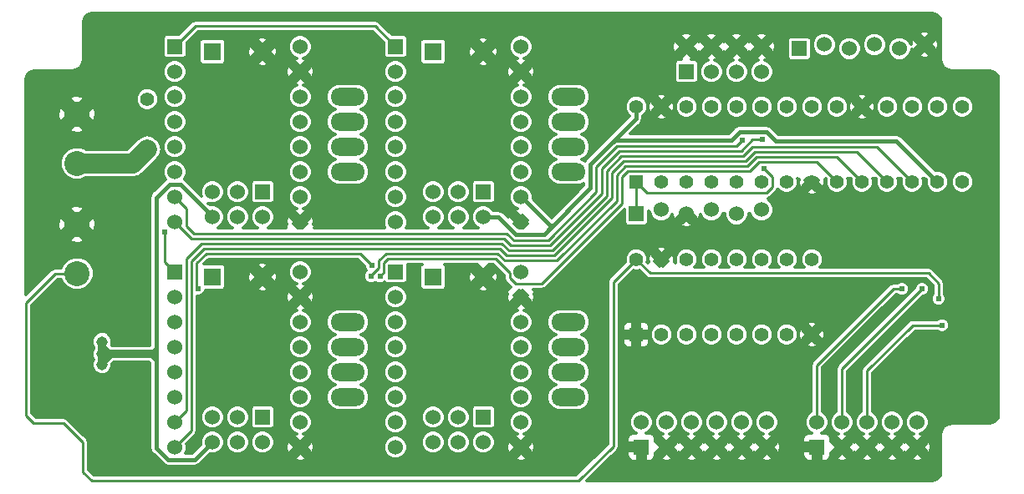
<source format=gbl>
G04 (created by PCBNEW-RS274X (2012-apr-16-27)-stable) date Tuesday 03,June,2014 02:57:05 PM SGT*
G01*
G70*
G90*
%MOIN*%
G04 Gerber Fmt 3.4, Leading zero omitted, Abs format*
%FSLAX34Y34*%
G04 APERTURE LIST*
%ADD10C,0.006000*%
%ADD11R,0.060000X0.060000*%
%ADD12C,0.060000*%
%ADD13C,0.100000*%
%ADD14R,0.070000X0.070000*%
%ADD15C,0.070000*%
%ADD16R,0.055000X0.055000*%
%ADD17C,0.055000*%
%ADD18O,0.137800X0.070900*%
%ADD19C,0.045000*%
%ADD20C,0.024000*%
%ADD21C,0.016000*%
%ADD22C,0.032000*%
%ADD23C,0.010000*%
%ADD24C,0.080000*%
%ADD25C,0.012000*%
G04 APERTURE END LIST*
G54D10*
G54D11*
X70500Y-29950D03*
G54D12*
X71500Y-29790D03*
X72500Y-29950D03*
X73500Y-29790D03*
X74500Y-29950D03*
X75500Y-29790D03*
G54D11*
X66000Y-30870D03*
G54D12*
X66000Y-29870D03*
X67000Y-30870D03*
X67000Y-29870D03*
X68000Y-30870D03*
X68000Y-29870D03*
X69000Y-30870D03*
X69000Y-29870D03*
G54D13*
X41700Y-34538D03*
X41700Y-32570D03*
X41700Y-38938D03*
X41700Y-36970D03*
G54D11*
X71200Y-45870D03*
G54D12*
X71200Y-44870D03*
X72200Y-45870D03*
X72200Y-44870D03*
X73200Y-45870D03*
X73200Y-44870D03*
X74200Y-45870D03*
X74200Y-44870D03*
X75200Y-45870D03*
X75200Y-44870D03*
G54D11*
X64200Y-45870D03*
G54D12*
X64200Y-44870D03*
X65200Y-45870D03*
X65200Y-44870D03*
X66200Y-45870D03*
X66200Y-44870D03*
X67200Y-45870D03*
X67200Y-44870D03*
X68200Y-45870D03*
X68200Y-44870D03*
X69200Y-45870D03*
X69200Y-44870D03*
G54D11*
X57900Y-44670D03*
G54D12*
X57900Y-45670D03*
X56900Y-44670D03*
X56900Y-45670D03*
X55900Y-44670D03*
X55900Y-45670D03*
G54D11*
X57900Y-35670D03*
G54D12*
X57900Y-36670D03*
X56900Y-35670D03*
X56900Y-36670D03*
X55900Y-35670D03*
X55900Y-36670D03*
G54D11*
X49100Y-35670D03*
G54D12*
X49100Y-36670D03*
X48100Y-35670D03*
X48100Y-36670D03*
X47100Y-35670D03*
X47100Y-36670D03*
G54D11*
X49100Y-44670D03*
G54D12*
X49100Y-45670D03*
X48100Y-44670D03*
X48100Y-45670D03*
X47100Y-44670D03*
X47100Y-45670D03*
G54D14*
X55900Y-39070D03*
G54D15*
X57900Y-39070D03*
G54D14*
X47100Y-39070D03*
G54D15*
X49100Y-39070D03*
G54D14*
X55900Y-30070D03*
G54D15*
X57900Y-30070D03*
G54D14*
X47100Y-30070D03*
G54D15*
X49100Y-30070D03*
G54D16*
X64000Y-41370D03*
G54D17*
X65000Y-41370D03*
X66000Y-41370D03*
X67000Y-41370D03*
X68000Y-41370D03*
X69000Y-41370D03*
X70000Y-41370D03*
X71000Y-41370D03*
X71000Y-38370D03*
X70000Y-38370D03*
X69000Y-38370D03*
X68000Y-38370D03*
X67000Y-38370D03*
X66000Y-38370D03*
X65000Y-38370D03*
X64000Y-38370D03*
X65000Y-35270D03*
X66000Y-35270D03*
X67000Y-35270D03*
X68000Y-35270D03*
X69000Y-35270D03*
X70000Y-35270D03*
X71000Y-35270D03*
X72000Y-35270D03*
X73000Y-35270D03*
X74000Y-35270D03*
X75000Y-35270D03*
X76000Y-35270D03*
X77000Y-35270D03*
G54D16*
X64000Y-35270D03*
G54D17*
X77000Y-32270D03*
X76000Y-32270D03*
X75000Y-32270D03*
X74000Y-32270D03*
X73000Y-32270D03*
X72000Y-32270D03*
X71000Y-32270D03*
X70000Y-32270D03*
X69000Y-32270D03*
X68000Y-32270D03*
X67000Y-32270D03*
X66000Y-32270D03*
X65000Y-32270D03*
X64000Y-32270D03*
G54D18*
X52500Y-43870D03*
X52500Y-42870D03*
X52500Y-41870D03*
X52500Y-40870D03*
X61300Y-43870D03*
X61300Y-42870D03*
X61300Y-41870D03*
X61300Y-40870D03*
X61300Y-34870D03*
X61300Y-33870D03*
X61300Y-32870D03*
X61300Y-31870D03*
X52500Y-34870D03*
X52500Y-33870D03*
X52500Y-32870D03*
X52500Y-31870D03*
G54D11*
X54400Y-29870D03*
G54D12*
X59400Y-29870D03*
X54400Y-30870D03*
X59400Y-30870D03*
X54400Y-31870D03*
X59400Y-31870D03*
X54400Y-32870D03*
X59400Y-32870D03*
X54400Y-33870D03*
X59400Y-33870D03*
X54400Y-34870D03*
X59400Y-34870D03*
X54400Y-35870D03*
X59400Y-35870D03*
X54400Y-36870D03*
X59400Y-36870D03*
G54D11*
X54400Y-38870D03*
G54D12*
X59400Y-38870D03*
X54400Y-39870D03*
X59400Y-39870D03*
X54400Y-40870D03*
X59400Y-40870D03*
X54400Y-41870D03*
X59400Y-41870D03*
X54400Y-42870D03*
X59400Y-42870D03*
X54400Y-43870D03*
X59400Y-43870D03*
X54400Y-44870D03*
X59400Y-44870D03*
X54400Y-45870D03*
X59400Y-45870D03*
G54D11*
X45600Y-29870D03*
G54D12*
X50600Y-29870D03*
X45600Y-30870D03*
X50600Y-30870D03*
X45600Y-31870D03*
X50600Y-31870D03*
X45600Y-32870D03*
X50600Y-32870D03*
X45600Y-33870D03*
X50600Y-33870D03*
X45600Y-34870D03*
X50600Y-34870D03*
X45600Y-35870D03*
X50600Y-35870D03*
X45600Y-36870D03*
X50600Y-36870D03*
G54D11*
X45600Y-38870D03*
G54D12*
X50600Y-38870D03*
X45600Y-39870D03*
X50600Y-39870D03*
X45600Y-40870D03*
X50600Y-40870D03*
X45600Y-41870D03*
X50600Y-41870D03*
X45600Y-42870D03*
X50600Y-42870D03*
X45600Y-43870D03*
X50600Y-43870D03*
X45600Y-44870D03*
X50600Y-44870D03*
X45600Y-45870D03*
X50600Y-45870D03*
G54D11*
X64000Y-36550D03*
G54D12*
X65000Y-36390D03*
X66000Y-36550D03*
X67000Y-36390D03*
X68000Y-36550D03*
X69000Y-36390D03*
G54D16*
X44500Y-33970D03*
G54D17*
X44500Y-31970D03*
G54D19*
X42700Y-42570D03*
X42700Y-42150D03*
X42700Y-41660D03*
G54D20*
X60600Y-37040D03*
X76055Y-39945D03*
X46540Y-39530D03*
X53450Y-38600D03*
X45200Y-37270D03*
X74600Y-39545D03*
X75400Y-39545D03*
X76200Y-40995D03*
X69110Y-34750D03*
X69030Y-33580D03*
X68220Y-33600D03*
X53430Y-39050D03*
X53780Y-39050D03*
G54D21*
X44630Y-42150D02*
X44860Y-41920D01*
X44860Y-41920D02*
X44860Y-42410D01*
X59430Y-35870D02*
X59400Y-35870D01*
X45820Y-35370D02*
X45390Y-35370D01*
X47100Y-45670D02*
X46400Y-46370D01*
X45390Y-35370D02*
X44860Y-35900D01*
X69190Y-33270D02*
X69552Y-33632D01*
G54D22*
X42700Y-41770D02*
X42700Y-42150D01*
G54D21*
X45330Y-46370D02*
X46400Y-46370D01*
X44860Y-45900D02*
X45330Y-46370D01*
X44860Y-42410D02*
X44860Y-45900D01*
X62971Y-33771D02*
X63144Y-33598D01*
X60360Y-37330D02*
X60600Y-37090D01*
X44450Y-42150D02*
X44600Y-42150D01*
X57900Y-36670D02*
X58508Y-36670D01*
X74362Y-33632D02*
X76000Y-35270D01*
X58508Y-36670D02*
X59208Y-37370D01*
X68120Y-33270D02*
X69190Y-33270D01*
G54D22*
X44530Y-42150D02*
X44700Y-42150D01*
X43010Y-42150D02*
X44530Y-42150D01*
G54D21*
X47100Y-36670D02*
X47100Y-36650D01*
X44600Y-42150D02*
X44860Y-42410D01*
X44530Y-42150D02*
X44450Y-42150D01*
X59208Y-37370D02*
X60320Y-37370D01*
X44450Y-42150D02*
X44630Y-42150D01*
X69552Y-33632D02*
X74362Y-33632D01*
X47100Y-36650D02*
X45820Y-35370D01*
X44860Y-35900D02*
X44860Y-41920D01*
X60360Y-37330D02*
X62170Y-35520D01*
X60600Y-37040D02*
X59430Y-35870D01*
X62170Y-35520D02*
X62170Y-34572D01*
X62971Y-33771D02*
X64000Y-32742D01*
X43010Y-42080D02*
X42700Y-41770D01*
G54D22*
X42700Y-41660D02*
X42700Y-41770D01*
G54D21*
X63144Y-33598D02*
X67792Y-33598D01*
X60600Y-37090D02*
X60600Y-37040D01*
G54D22*
X42700Y-42570D02*
X42700Y-42150D01*
G54D21*
X64000Y-32742D02*
X64000Y-32270D01*
X43010Y-42260D02*
X42700Y-42570D01*
X43010Y-42150D02*
X43010Y-42260D01*
X62170Y-34572D02*
X62971Y-33771D01*
X67792Y-33598D02*
X68120Y-33270D01*
X43010Y-42150D02*
X43010Y-42080D01*
G54D22*
X42700Y-42150D02*
X43010Y-42150D01*
G54D21*
X60320Y-37370D02*
X60360Y-37330D01*
G54D23*
X41700Y-38938D02*
X40832Y-38938D01*
X76055Y-39325D02*
X75650Y-38920D01*
X64000Y-38370D02*
X64550Y-38920D01*
X75650Y-38920D02*
X64550Y-38920D01*
X39650Y-44600D02*
X39970Y-44920D01*
X39650Y-40120D02*
X40832Y-38938D01*
X76055Y-39945D02*
X76055Y-39325D01*
X42280Y-47220D02*
X61700Y-47220D01*
X61700Y-47220D02*
X63085Y-45835D01*
X39970Y-44920D02*
X41170Y-44920D01*
X41920Y-45670D02*
X41920Y-46860D01*
X39650Y-40120D02*
X39650Y-44600D01*
X63085Y-39285D02*
X64000Y-38370D01*
X63085Y-45835D02*
X63085Y-39285D01*
X41920Y-46860D02*
X42280Y-47220D01*
X41170Y-44920D02*
X41920Y-45670D01*
X46420Y-29050D02*
X53580Y-29050D01*
X45600Y-29870D02*
X46420Y-29050D01*
X46540Y-39530D02*
X46464Y-39454D01*
X45200Y-37270D02*
X45200Y-38470D01*
X45200Y-38470D02*
X45600Y-38870D01*
X46464Y-38522D02*
X46848Y-38138D01*
X53580Y-29050D02*
X54400Y-29870D01*
X46464Y-39454D02*
X46464Y-38522D01*
X52988Y-38138D02*
X53450Y-38600D01*
X46848Y-38138D02*
X52988Y-38138D01*
X74600Y-39545D02*
X74250Y-39545D01*
X71200Y-44870D02*
X71200Y-42595D01*
X74250Y-39545D02*
X71200Y-42595D01*
X75400Y-39545D02*
X72200Y-42745D01*
X72200Y-42745D02*
X72200Y-44870D01*
X75027Y-40995D02*
X73200Y-42822D01*
X76200Y-40995D02*
X75027Y-40995D01*
X73200Y-42822D02*
X73200Y-44870D01*
X64000Y-36550D02*
X64000Y-35270D01*
X64000Y-35270D02*
X64440Y-35710D01*
X69210Y-35710D02*
X69430Y-35490D01*
X69430Y-35490D02*
X69430Y-35070D01*
X64440Y-35710D02*
X69210Y-35710D01*
X69430Y-35070D02*
X69110Y-34750D01*
X58830Y-38208D02*
X60730Y-38208D01*
X74000Y-35270D02*
X72796Y-34066D01*
X46262Y-45208D02*
X45600Y-45870D01*
X63016Y-34912D02*
X63492Y-34436D01*
X63016Y-35922D02*
X63016Y-34912D01*
X68348Y-34436D02*
X68718Y-34066D01*
X58558Y-37936D02*
X58830Y-38208D01*
X46262Y-38438D02*
X46764Y-37936D01*
X60730Y-38208D02*
X63016Y-35922D01*
X67440Y-34436D02*
X68348Y-34436D01*
X67440Y-34436D02*
X63492Y-34436D01*
X68718Y-34066D02*
X72796Y-34066D01*
X46764Y-37936D02*
X58558Y-37936D01*
X46262Y-45208D02*
X46262Y-38438D01*
X67440Y-34436D02*
X67434Y-34436D01*
X63408Y-34234D02*
X68264Y-34234D01*
X46670Y-37734D02*
X58642Y-37734D01*
X58642Y-37734D02*
X58914Y-38006D01*
X45600Y-44870D02*
X46060Y-44410D01*
X60646Y-38006D02*
X62814Y-35838D01*
X68634Y-33864D02*
X73594Y-33864D01*
X62814Y-35838D02*
X62814Y-34828D01*
X73594Y-33864D02*
X75000Y-35270D01*
X58914Y-38006D02*
X60646Y-38006D01*
X62814Y-34828D02*
X63408Y-34234D01*
X68264Y-34234D02*
X68634Y-33864D01*
X46060Y-44410D02*
X46060Y-38344D01*
X46060Y-38344D02*
X46670Y-37734D01*
X68632Y-33580D02*
X69030Y-33580D01*
X63324Y-34032D02*
X66770Y-34032D01*
X62612Y-34744D02*
X63324Y-34032D01*
X59008Y-37804D02*
X60562Y-37804D01*
X62612Y-35754D02*
X62612Y-34744D01*
X45600Y-36870D02*
X46262Y-37532D01*
X58736Y-37532D02*
X59008Y-37804D01*
X46262Y-37532D02*
X58736Y-37532D01*
X60562Y-37804D02*
X62612Y-35754D01*
X68180Y-34032D02*
X68632Y-33580D01*
X66770Y-34032D02*
X66748Y-34032D01*
X66770Y-34032D02*
X68180Y-34032D01*
X59112Y-37602D02*
X60478Y-37602D01*
X46060Y-37044D02*
X46346Y-37330D01*
X63240Y-33830D02*
X67990Y-33830D01*
X58840Y-37330D02*
X59112Y-37602D01*
X60478Y-37602D02*
X62410Y-35670D01*
X45600Y-35870D02*
X46060Y-36330D01*
X46060Y-36330D02*
X46060Y-37044D01*
X62410Y-35670D02*
X62410Y-34660D01*
X46346Y-37330D02*
X58840Y-37330D01*
X62410Y-34660D02*
X63240Y-33830D01*
X67990Y-33830D02*
X68220Y-33600D01*
X53565Y-38875D02*
X53430Y-39010D01*
X60834Y-38410D02*
X63218Y-36026D01*
X67460Y-34638D02*
X67480Y-34638D01*
X53430Y-39010D02*
X53430Y-39050D01*
X53738Y-38702D02*
X53565Y-38875D01*
X58474Y-38138D02*
X58746Y-38410D01*
X68802Y-34268D02*
X71998Y-34268D01*
X53738Y-38416D02*
X54016Y-38138D01*
X63218Y-34996D02*
X63576Y-34638D01*
X68432Y-34638D02*
X68802Y-34268D01*
X58746Y-38410D02*
X60834Y-38410D01*
X53565Y-38875D02*
X53560Y-38880D01*
X71998Y-34268D02*
X73000Y-35270D01*
X67460Y-34638D02*
X68432Y-34638D01*
X63218Y-36026D02*
X63218Y-34996D01*
X54016Y-38138D02*
X58474Y-38138D01*
X53738Y-38416D02*
X53738Y-38702D01*
X67460Y-34638D02*
X63576Y-34638D01*
X58210Y-38340D02*
X58190Y-38340D01*
X53940Y-38500D02*
X54100Y-38340D01*
X58390Y-38340D02*
X58950Y-38900D01*
X63420Y-35080D02*
X63660Y-34840D01*
X58950Y-38900D02*
X58950Y-39100D01*
X71200Y-34470D02*
X72000Y-35270D01*
X67480Y-34840D02*
X67500Y-34840D01*
X58210Y-38340D02*
X54100Y-38340D01*
X53940Y-38500D02*
X53940Y-38890D01*
X67480Y-34840D02*
X68514Y-34840D01*
X59180Y-39330D02*
X60240Y-39330D01*
X58950Y-39100D02*
X59180Y-39330D01*
X58210Y-38340D02*
X58390Y-38340D01*
X68514Y-34840D02*
X68884Y-34470D01*
X60240Y-39330D02*
X63420Y-36150D01*
X53940Y-38890D02*
X53780Y-39050D01*
X68884Y-34470D02*
X71200Y-34470D01*
X63420Y-36150D02*
X63420Y-35080D01*
X63660Y-34840D02*
X67480Y-34840D01*
G54D24*
X41700Y-34538D02*
X43932Y-34538D01*
X43932Y-34538D02*
X44500Y-33970D01*
G54D10*
G36*
X78440Y-44564D02*
X78413Y-44700D01*
X78340Y-44810D01*
X78230Y-44883D01*
X78094Y-44910D01*
X77454Y-44910D01*
X77454Y-35361D01*
X77454Y-35180D01*
X77454Y-32361D01*
X77454Y-32180D01*
X77385Y-32013D01*
X77257Y-31885D01*
X77091Y-31816D01*
X76910Y-31816D01*
X76743Y-31885D01*
X76615Y-32013D01*
X76546Y-32179D01*
X76546Y-32360D01*
X76615Y-32527D01*
X76743Y-32655D01*
X76909Y-32724D01*
X77090Y-32724D01*
X77257Y-32655D01*
X77385Y-32527D01*
X77454Y-32361D01*
X77454Y-35180D01*
X77385Y-35013D01*
X77257Y-34885D01*
X77091Y-34816D01*
X76910Y-34816D01*
X76743Y-34885D01*
X76615Y-35013D01*
X76546Y-35179D01*
X76546Y-35360D01*
X76615Y-35527D01*
X76743Y-35655D01*
X76909Y-35724D01*
X77090Y-35724D01*
X77257Y-35655D01*
X77385Y-35527D01*
X77454Y-35361D01*
X77454Y-44910D01*
X76594Y-44910D01*
X76499Y-44928D01*
X76499Y-41055D01*
X76499Y-40936D01*
X76454Y-40826D01*
X76454Y-35361D01*
X76454Y-35180D01*
X76454Y-32361D01*
X76454Y-32180D01*
X76385Y-32013D01*
X76257Y-31885D01*
X76091Y-31816D01*
X76059Y-31816D01*
X76059Y-29770D01*
X76024Y-29594D01*
X75939Y-29563D01*
X75727Y-29775D01*
X75727Y-29351D01*
X75696Y-29266D01*
X75480Y-29231D01*
X75304Y-29266D01*
X75273Y-29351D01*
X75500Y-29578D01*
X75727Y-29351D01*
X75727Y-29775D01*
X75712Y-29790D01*
X75939Y-30017D01*
X76024Y-29986D01*
X76059Y-29770D01*
X76059Y-31816D01*
X75910Y-31816D01*
X75743Y-31885D01*
X75727Y-31901D01*
X75727Y-30229D01*
X75500Y-30002D01*
X75288Y-30214D01*
X75288Y-29790D01*
X75061Y-29563D01*
X74976Y-29594D01*
X74946Y-29774D01*
X74907Y-29679D01*
X74772Y-29543D01*
X74596Y-29470D01*
X74405Y-29470D01*
X74229Y-29543D01*
X74093Y-29678D01*
X74020Y-29854D01*
X74020Y-30045D01*
X74093Y-30221D01*
X74228Y-30357D01*
X74404Y-30430D01*
X74595Y-30430D01*
X74771Y-30357D01*
X74907Y-30222D01*
X74980Y-30046D01*
X74980Y-29987D01*
X75061Y-30017D01*
X75288Y-29790D01*
X75288Y-30214D01*
X75273Y-30229D01*
X75304Y-30314D01*
X75520Y-30349D01*
X75696Y-30314D01*
X75727Y-30229D01*
X75727Y-31901D01*
X75615Y-32013D01*
X75546Y-32179D01*
X75546Y-32360D01*
X75615Y-32527D01*
X75743Y-32655D01*
X75909Y-32724D01*
X76090Y-32724D01*
X76257Y-32655D01*
X76385Y-32527D01*
X76454Y-32361D01*
X76454Y-35180D01*
X76385Y-35013D01*
X76257Y-34885D01*
X76091Y-34816D01*
X75914Y-34816D01*
X75454Y-34356D01*
X75454Y-32361D01*
X75454Y-32180D01*
X75385Y-32013D01*
X75257Y-31885D01*
X75091Y-31816D01*
X74910Y-31816D01*
X74743Y-31885D01*
X74615Y-32013D01*
X74546Y-32179D01*
X74546Y-32360D01*
X74615Y-32527D01*
X74743Y-32655D01*
X74909Y-32724D01*
X75090Y-32724D01*
X75257Y-32655D01*
X75385Y-32527D01*
X75454Y-32361D01*
X75454Y-34356D01*
X74546Y-33448D01*
X74462Y-33392D01*
X74454Y-33390D01*
X74454Y-32361D01*
X74454Y-32180D01*
X74385Y-32013D01*
X74257Y-31885D01*
X74091Y-31816D01*
X73980Y-31816D01*
X73980Y-29886D01*
X73980Y-29695D01*
X73907Y-29519D01*
X73772Y-29383D01*
X73596Y-29310D01*
X73405Y-29310D01*
X73229Y-29383D01*
X73093Y-29518D01*
X73020Y-29694D01*
X73020Y-29885D01*
X73093Y-30061D01*
X73228Y-30197D01*
X73404Y-30270D01*
X73595Y-30270D01*
X73771Y-30197D01*
X73907Y-30062D01*
X73980Y-29886D01*
X73980Y-31816D01*
X73910Y-31816D01*
X73743Y-31885D01*
X73615Y-32013D01*
X73546Y-32179D01*
X73546Y-32360D01*
X73615Y-32527D01*
X73743Y-32655D01*
X73909Y-32724D01*
X74090Y-32724D01*
X74257Y-32655D01*
X74385Y-32527D01*
X74454Y-32361D01*
X74454Y-33390D01*
X74362Y-33372D01*
X73535Y-33372D01*
X73535Y-32257D01*
X73499Y-32077D01*
X73414Y-32049D01*
X73221Y-32242D01*
X73221Y-31856D01*
X73193Y-31771D01*
X72987Y-31735D01*
X72980Y-31736D01*
X72980Y-30046D01*
X72980Y-29855D01*
X72907Y-29679D01*
X72772Y-29543D01*
X72596Y-29470D01*
X72405Y-29470D01*
X72229Y-29543D01*
X72093Y-29678D01*
X72020Y-29854D01*
X72020Y-30045D01*
X72093Y-30221D01*
X72228Y-30357D01*
X72404Y-30430D01*
X72595Y-30430D01*
X72771Y-30357D01*
X72907Y-30222D01*
X72980Y-30046D01*
X72980Y-31736D01*
X72807Y-31771D01*
X72779Y-31856D01*
X73000Y-32076D01*
X73221Y-31856D01*
X73221Y-32242D01*
X73194Y-32270D01*
X73414Y-32491D01*
X73499Y-32463D01*
X73535Y-32257D01*
X73535Y-33372D01*
X73221Y-33372D01*
X73221Y-32684D01*
X73000Y-32464D01*
X72806Y-32657D01*
X72806Y-32270D01*
X72586Y-32049D01*
X72501Y-32077D01*
X72465Y-32283D01*
X72501Y-32463D01*
X72586Y-32491D01*
X72806Y-32270D01*
X72806Y-32657D01*
X72779Y-32684D01*
X72807Y-32769D01*
X73013Y-32805D01*
X73193Y-32769D01*
X73221Y-32684D01*
X73221Y-33372D01*
X72454Y-33372D01*
X72454Y-32361D01*
X72454Y-32180D01*
X72385Y-32013D01*
X72257Y-31885D01*
X72091Y-31816D01*
X71980Y-31816D01*
X71980Y-29886D01*
X71980Y-29695D01*
X71907Y-29519D01*
X71772Y-29383D01*
X71596Y-29310D01*
X71405Y-29310D01*
X71229Y-29383D01*
X71093Y-29518D01*
X71020Y-29694D01*
X71020Y-29885D01*
X71093Y-30061D01*
X71228Y-30197D01*
X71404Y-30270D01*
X71595Y-30270D01*
X71771Y-30197D01*
X71907Y-30062D01*
X71980Y-29886D01*
X71980Y-31816D01*
X71910Y-31816D01*
X71743Y-31885D01*
X71615Y-32013D01*
X71546Y-32179D01*
X71546Y-32360D01*
X71615Y-32527D01*
X71743Y-32655D01*
X71909Y-32724D01*
X72090Y-32724D01*
X72257Y-32655D01*
X72385Y-32527D01*
X72454Y-32361D01*
X72454Y-33372D01*
X71454Y-33372D01*
X71454Y-32361D01*
X71454Y-32180D01*
X71385Y-32013D01*
X71257Y-31885D01*
X71091Y-31816D01*
X70980Y-31816D01*
X70980Y-30286D01*
X70980Y-30214D01*
X70980Y-29614D01*
X70953Y-29548D01*
X70902Y-29497D01*
X70836Y-29470D01*
X70764Y-29470D01*
X70164Y-29470D01*
X70098Y-29497D01*
X70047Y-29548D01*
X70020Y-29614D01*
X70020Y-29686D01*
X70020Y-30286D01*
X70047Y-30352D01*
X70098Y-30403D01*
X70164Y-30430D01*
X70236Y-30430D01*
X70836Y-30430D01*
X70902Y-30403D01*
X70953Y-30352D01*
X70980Y-30286D01*
X70980Y-31816D01*
X70910Y-31816D01*
X70743Y-31885D01*
X70615Y-32013D01*
X70546Y-32179D01*
X70546Y-32360D01*
X70615Y-32527D01*
X70743Y-32655D01*
X70909Y-32724D01*
X71090Y-32724D01*
X71257Y-32655D01*
X71385Y-32527D01*
X71454Y-32361D01*
X71454Y-33372D01*
X70454Y-33372D01*
X70454Y-32361D01*
X70454Y-32180D01*
X70385Y-32013D01*
X70257Y-31885D01*
X70091Y-31816D01*
X69910Y-31816D01*
X69743Y-31885D01*
X69615Y-32013D01*
X69559Y-32147D01*
X69559Y-29850D01*
X69524Y-29674D01*
X69439Y-29643D01*
X69227Y-29855D01*
X69227Y-29431D01*
X69196Y-29346D01*
X68980Y-29311D01*
X68804Y-29346D01*
X68773Y-29431D01*
X69000Y-29658D01*
X69227Y-29431D01*
X69227Y-29855D01*
X69212Y-29870D01*
X69439Y-30097D01*
X69524Y-30066D01*
X69559Y-29850D01*
X69559Y-32147D01*
X69546Y-32179D01*
X69546Y-32360D01*
X69615Y-32527D01*
X69743Y-32655D01*
X69909Y-32724D01*
X70090Y-32724D01*
X70257Y-32655D01*
X70385Y-32527D01*
X70454Y-32361D01*
X70454Y-33372D01*
X69660Y-33372D01*
X69480Y-33192D01*
X69480Y-30966D01*
X69480Y-30775D01*
X69407Y-30599D01*
X69272Y-30463D01*
X69134Y-30406D01*
X69196Y-30394D01*
X69227Y-30309D01*
X69000Y-30082D01*
X68788Y-30294D01*
X68788Y-29870D01*
X68561Y-29643D01*
X68500Y-29665D01*
X68439Y-29643D01*
X68227Y-29855D01*
X68227Y-29431D01*
X68196Y-29346D01*
X67980Y-29311D01*
X67804Y-29346D01*
X67773Y-29431D01*
X68000Y-29658D01*
X68227Y-29431D01*
X68227Y-29855D01*
X68212Y-29870D01*
X68439Y-30097D01*
X68500Y-30074D01*
X68561Y-30097D01*
X68788Y-29870D01*
X68788Y-30294D01*
X68773Y-30309D01*
X68804Y-30394D01*
X68869Y-30404D01*
X68729Y-30463D01*
X68593Y-30598D01*
X68520Y-30774D01*
X68520Y-30965D01*
X68593Y-31141D01*
X68728Y-31277D01*
X68904Y-31350D01*
X69095Y-31350D01*
X69271Y-31277D01*
X69407Y-31142D01*
X69480Y-30966D01*
X69480Y-33192D01*
X69454Y-33166D01*
X69454Y-32361D01*
X69454Y-32180D01*
X69385Y-32013D01*
X69257Y-31885D01*
X69091Y-31816D01*
X68910Y-31816D01*
X68743Y-31885D01*
X68615Y-32013D01*
X68546Y-32179D01*
X68546Y-32360D01*
X68615Y-32527D01*
X68743Y-32655D01*
X68909Y-32724D01*
X69090Y-32724D01*
X69257Y-32655D01*
X69385Y-32527D01*
X69454Y-32361D01*
X69454Y-33166D01*
X69374Y-33086D01*
X69290Y-33030D01*
X69190Y-33010D01*
X68480Y-33010D01*
X68480Y-30966D01*
X68480Y-30775D01*
X68407Y-30599D01*
X68272Y-30463D01*
X68134Y-30406D01*
X68196Y-30394D01*
X68227Y-30309D01*
X68000Y-30082D01*
X67788Y-30294D01*
X67788Y-29870D01*
X67561Y-29643D01*
X67500Y-29665D01*
X67439Y-29643D01*
X67227Y-29855D01*
X67227Y-29431D01*
X67196Y-29346D01*
X66980Y-29311D01*
X66804Y-29346D01*
X66773Y-29431D01*
X67000Y-29658D01*
X67227Y-29431D01*
X67227Y-29855D01*
X67212Y-29870D01*
X67439Y-30097D01*
X67500Y-30074D01*
X67561Y-30097D01*
X67788Y-29870D01*
X67788Y-30294D01*
X67773Y-30309D01*
X67804Y-30394D01*
X67869Y-30404D01*
X67729Y-30463D01*
X67593Y-30598D01*
X67520Y-30774D01*
X67520Y-30965D01*
X67593Y-31141D01*
X67728Y-31277D01*
X67904Y-31350D01*
X68095Y-31350D01*
X68271Y-31277D01*
X68407Y-31142D01*
X68480Y-30966D01*
X68480Y-33010D01*
X68454Y-33010D01*
X68454Y-32361D01*
X68454Y-32180D01*
X68385Y-32013D01*
X68257Y-31885D01*
X68091Y-31816D01*
X67910Y-31816D01*
X67743Y-31885D01*
X67615Y-32013D01*
X67546Y-32179D01*
X67546Y-32360D01*
X67615Y-32527D01*
X67743Y-32655D01*
X67909Y-32724D01*
X68090Y-32724D01*
X68257Y-32655D01*
X68385Y-32527D01*
X68454Y-32361D01*
X68454Y-33010D01*
X68120Y-33010D01*
X68119Y-33010D01*
X68099Y-33014D01*
X68021Y-33030D01*
X67936Y-33086D01*
X67934Y-33088D01*
X67684Y-33338D01*
X67480Y-33338D01*
X67480Y-30966D01*
X67480Y-30775D01*
X67407Y-30599D01*
X67272Y-30463D01*
X67134Y-30406D01*
X67196Y-30394D01*
X67227Y-30309D01*
X67000Y-30082D01*
X66788Y-30294D01*
X66788Y-29870D01*
X66561Y-29643D01*
X66500Y-29665D01*
X66439Y-29643D01*
X66227Y-29855D01*
X66227Y-29431D01*
X66196Y-29346D01*
X65980Y-29311D01*
X65804Y-29346D01*
X65773Y-29431D01*
X66000Y-29658D01*
X66227Y-29431D01*
X66227Y-29855D01*
X66212Y-29870D01*
X66439Y-30097D01*
X66500Y-30074D01*
X66561Y-30097D01*
X66788Y-29870D01*
X66788Y-30294D01*
X66773Y-30309D01*
X66804Y-30394D01*
X66869Y-30404D01*
X66729Y-30463D01*
X66593Y-30598D01*
X66520Y-30774D01*
X66520Y-30965D01*
X66593Y-31141D01*
X66728Y-31277D01*
X66904Y-31350D01*
X67095Y-31350D01*
X67271Y-31277D01*
X67407Y-31142D01*
X67480Y-30966D01*
X67480Y-33338D01*
X67454Y-33338D01*
X67454Y-32361D01*
X67454Y-32180D01*
X67385Y-32013D01*
X67257Y-31885D01*
X67091Y-31816D01*
X66910Y-31816D01*
X66743Y-31885D01*
X66615Y-32013D01*
X66546Y-32179D01*
X66546Y-32360D01*
X66615Y-32527D01*
X66743Y-32655D01*
X66909Y-32724D01*
X67090Y-32724D01*
X67257Y-32655D01*
X67385Y-32527D01*
X67454Y-32361D01*
X67454Y-33338D01*
X66480Y-33338D01*
X66480Y-31206D01*
X66480Y-31134D01*
X66480Y-30534D01*
X66453Y-30468D01*
X66402Y-30417D01*
X66336Y-30390D01*
X66264Y-30390D01*
X66197Y-30390D01*
X66227Y-30309D01*
X66000Y-30082D01*
X65788Y-30294D01*
X65788Y-29870D01*
X65561Y-29643D01*
X65476Y-29674D01*
X65441Y-29890D01*
X65476Y-30066D01*
X65561Y-30097D01*
X65788Y-29870D01*
X65788Y-30294D01*
X65773Y-30309D01*
X65802Y-30390D01*
X65664Y-30390D01*
X65598Y-30417D01*
X65547Y-30468D01*
X65520Y-30534D01*
X65520Y-30606D01*
X65520Y-31206D01*
X65547Y-31272D01*
X65598Y-31323D01*
X65664Y-31350D01*
X65736Y-31350D01*
X66336Y-31350D01*
X66402Y-31323D01*
X66453Y-31272D01*
X66480Y-31206D01*
X66480Y-33338D01*
X66454Y-33338D01*
X66454Y-32361D01*
X66454Y-32180D01*
X66385Y-32013D01*
X66257Y-31885D01*
X66091Y-31816D01*
X65910Y-31816D01*
X65743Y-31885D01*
X65615Y-32013D01*
X65546Y-32179D01*
X65546Y-32360D01*
X65615Y-32527D01*
X65743Y-32655D01*
X65909Y-32724D01*
X66090Y-32724D01*
X66257Y-32655D01*
X66385Y-32527D01*
X66454Y-32361D01*
X66454Y-33338D01*
X65535Y-33338D01*
X65535Y-32257D01*
X65499Y-32077D01*
X65414Y-32049D01*
X65221Y-32242D01*
X65221Y-31856D01*
X65193Y-31771D01*
X64987Y-31735D01*
X64807Y-31771D01*
X64779Y-31856D01*
X65000Y-32076D01*
X65221Y-31856D01*
X65221Y-32242D01*
X65194Y-32270D01*
X65414Y-32491D01*
X65499Y-32463D01*
X65535Y-32257D01*
X65535Y-33338D01*
X65221Y-33338D01*
X65221Y-32684D01*
X65000Y-32464D01*
X64806Y-32657D01*
X64806Y-32270D01*
X64586Y-32049D01*
X64501Y-32077D01*
X64465Y-32283D01*
X64501Y-32463D01*
X64586Y-32491D01*
X64806Y-32270D01*
X64806Y-32657D01*
X64779Y-32684D01*
X64807Y-32769D01*
X65013Y-32805D01*
X65193Y-32769D01*
X65221Y-32684D01*
X65221Y-33338D01*
X63772Y-33338D01*
X64184Y-32926D01*
X64240Y-32842D01*
X64240Y-32841D01*
X64260Y-32742D01*
X64260Y-32652D01*
X64385Y-32527D01*
X64454Y-32361D01*
X64454Y-32180D01*
X64385Y-32013D01*
X64257Y-31885D01*
X64091Y-31816D01*
X63910Y-31816D01*
X63743Y-31885D01*
X63615Y-32013D01*
X63546Y-32179D01*
X63546Y-32360D01*
X63615Y-32527D01*
X63731Y-32643D01*
X62960Y-33414D01*
X62958Y-33416D01*
X62787Y-33587D01*
X62785Y-33589D01*
X61986Y-34388D01*
X61956Y-34433D01*
X61949Y-34426D01*
X61813Y-34370D01*
X61949Y-34314D01*
X62096Y-34167D01*
X62176Y-33974D01*
X62176Y-33766D01*
X62096Y-33573D01*
X61949Y-33426D01*
X61813Y-33370D01*
X61949Y-33314D01*
X62096Y-33167D01*
X62176Y-32974D01*
X62176Y-32766D01*
X62096Y-32573D01*
X61949Y-32426D01*
X61813Y-32370D01*
X61949Y-32314D01*
X62096Y-32167D01*
X62176Y-31974D01*
X62176Y-31766D01*
X62096Y-31573D01*
X61949Y-31426D01*
X61756Y-31346D01*
X61548Y-31346D01*
X60844Y-31346D01*
X60651Y-31426D01*
X60504Y-31573D01*
X60424Y-31766D01*
X60424Y-31974D01*
X60504Y-32167D01*
X60651Y-32314D01*
X60786Y-32370D01*
X60651Y-32426D01*
X60504Y-32573D01*
X60424Y-32766D01*
X60424Y-32974D01*
X60504Y-33167D01*
X60651Y-33314D01*
X60786Y-33370D01*
X60651Y-33426D01*
X60504Y-33573D01*
X60424Y-33766D01*
X60424Y-33974D01*
X60504Y-34167D01*
X60651Y-34314D01*
X60786Y-34370D01*
X60651Y-34426D01*
X60504Y-34573D01*
X60424Y-34766D01*
X60424Y-34974D01*
X60504Y-35167D01*
X60651Y-35314D01*
X60844Y-35394D01*
X61052Y-35394D01*
X61756Y-35394D01*
X61910Y-35330D01*
X61910Y-35412D01*
X60624Y-36697D01*
X59959Y-36031D01*
X59959Y-30850D01*
X59924Y-30674D01*
X59880Y-30657D01*
X59880Y-29966D01*
X59880Y-29775D01*
X59807Y-29599D01*
X59672Y-29463D01*
X59496Y-29390D01*
X59305Y-29390D01*
X59129Y-29463D01*
X58993Y-29598D01*
X58920Y-29774D01*
X58920Y-29965D01*
X58993Y-30141D01*
X59128Y-30277D01*
X59265Y-30333D01*
X59204Y-30346D01*
X59173Y-30431D01*
X59400Y-30658D01*
X59627Y-30431D01*
X59596Y-30346D01*
X59530Y-30335D01*
X59671Y-30277D01*
X59807Y-30142D01*
X59880Y-29966D01*
X59880Y-30657D01*
X59839Y-30643D01*
X59612Y-30870D01*
X59839Y-31097D01*
X59924Y-31066D01*
X59959Y-30850D01*
X59959Y-36031D01*
X59880Y-35952D01*
X59880Y-35775D01*
X59880Y-34966D01*
X59880Y-34775D01*
X59880Y-33966D01*
X59880Y-33775D01*
X59880Y-32966D01*
X59880Y-32775D01*
X59880Y-31966D01*
X59880Y-31775D01*
X59807Y-31599D01*
X59672Y-31463D01*
X59534Y-31406D01*
X59596Y-31394D01*
X59627Y-31309D01*
X59400Y-31082D01*
X59188Y-31294D01*
X59188Y-30870D01*
X58961Y-30643D01*
X58876Y-30674D01*
X58841Y-30890D01*
X58876Y-31066D01*
X58961Y-31097D01*
X59188Y-30870D01*
X59188Y-31294D01*
X59173Y-31309D01*
X59204Y-31394D01*
X59269Y-31404D01*
X59129Y-31463D01*
X58993Y-31598D01*
X58920Y-31774D01*
X58920Y-31965D01*
X58993Y-32141D01*
X59128Y-32277D01*
X59304Y-32350D01*
X59495Y-32350D01*
X59671Y-32277D01*
X59807Y-32142D01*
X59880Y-31966D01*
X59880Y-32775D01*
X59807Y-32599D01*
X59672Y-32463D01*
X59496Y-32390D01*
X59305Y-32390D01*
X59129Y-32463D01*
X58993Y-32598D01*
X58920Y-32774D01*
X58920Y-32965D01*
X58993Y-33141D01*
X59128Y-33277D01*
X59304Y-33350D01*
X59495Y-33350D01*
X59671Y-33277D01*
X59807Y-33142D01*
X59880Y-32966D01*
X59880Y-33775D01*
X59807Y-33599D01*
X59672Y-33463D01*
X59496Y-33390D01*
X59305Y-33390D01*
X59129Y-33463D01*
X58993Y-33598D01*
X58920Y-33774D01*
X58920Y-33965D01*
X58993Y-34141D01*
X59128Y-34277D01*
X59304Y-34350D01*
X59495Y-34350D01*
X59671Y-34277D01*
X59807Y-34142D01*
X59880Y-33966D01*
X59880Y-34775D01*
X59807Y-34599D01*
X59672Y-34463D01*
X59496Y-34390D01*
X59305Y-34390D01*
X59129Y-34463D01*
X58993Y-34598D01*
X58920Y-34774D01*
X58920Y-34965D01*
X58993Y-35141D01*
X59128Y-35277D01*
X59304Y-35350D01*
X59495Y-35350D01*
X59671Y-35277D01*
X59807Y-35142D01*
X59880Y-34966D01*
X59880Y-35775D01*
X59807Y-35599D01*
X59672Y-35463D01*
X59496Y-35390D01*
X59305Y-35390D01*
X59129Y-35463D01*
X58993Y-35598D01*
X58920Y-35774D01*
X58920Y-35965D01*
X58993Y-36141D01*
X59128Y-36277D01*
X59265Y-36333D01*
X59204Y-36346D01*
X59173Y-36431D01*
X59400Y-36658D01*
X59463Y-36593D01*
X59675Y-36805D01*
X59612Y-36870D01*
X59676Y-36934D01*
X59500Y-37110D01*
X59428Y-37110D01*
X59400Y-37082D01*
X59372Y-37110D01*
X59316Y-37110D01*
X59132Y-36926D01*
X59188Y-36870D01*
X58961Y-36643D01*
X58878Y-36672D01*
X58692Y-36486D01*
X58608Y-36430D01*
X58508Y-36410D01*
X58508Y-30036D01*
X58475Y-29868D01*
X58389Y-29829D01*
X58147Y-30070D01*
X58389Y-30311D01*
X58475Y-30272D01*
X58508Y-30036D01*
X58508Y-36410D01*
X58380Y-36410D01*
X58380Y-36006D01*
X58380Y-35934D01*
X58380Y-35334D01*
X58353Y-35268D01*
X58302Y-35217D01*
X58236Y-35190D01*
X58164Y-35190D01*
X58141Y-35190D01*
X58141Y-30559D01*
X58141Y-29581D01*
X58102Y-29495D01*
X57866Y-29462D01*
X57698Y-29495D01*
X57659Y-29581D01*
X57900Y-29823D01*
X58141Y-29581D01*
X58141Y-30559D01*
X57900Y-30317D01*
X57659Y-30559D01*
X57698Y-30645D01*
X57934Y-30678D01*
X58102Y-30645D01*
X58141Y-30559D01*
X58141Y-35190D01*
X57653Y-35190D01*
X57653Y-30070D01*
X57411Y-29829D01*
X57325Y-29868D01*
X57292Y-30104D01*
X57325Y-30272D01*
X57411Y-30311D01*
X57653Y-30070D01*
X57653Y-35190D01*
X57564Y-35190D01*
X57498Y-35217D01*
X57447Y-35268D01*
X57420Y-35334D01*
X57420Y-35406D01*
X57420Y-36006D01*
X57447Y-36072D01*
X57498Y-36123D01*
X57564Y-36150D01*
X57636Y-36150D01*
X58236Y-36150D01*
X58302Y-36123D01*
X58353Y-36072D01*
X58380Y-36006D01*
X58380Y-36410D01*
X58311Y-36410D01*
X58307Y-36399D01*
X58172Y-36263D01*
X57996Y-36190D01*
X57805Y-36190D01*
X57629Y-36263D01*
X57493Y-36398D01*
X57420Y-36574D01*
X57420Y-36765D01*
X57493Y-36941D01*
X57628Y-37077D01*
X57683Y-37100D01*
X57115Y-37100D01*
X57171Y-37077D01*
X57307Y-36942D01*
X57380Y-36766D01*
X57380Y-36575D01*
X57380Y-35766D01*
X57380Y-35575D01*
X57307Y-35399D01*
X57172Y-35263D01*
X56996Y-35190D01*
X56805Y-35190D01*
X56629Y-35263D01*
X56493Y-35398D01*
X56430Y-35549D01*
X56430Y-30456D01*
X56430Y-30384D01*
X56430Y-29684D01*
X56403Y-29618D01*
X56352Y-29567D01*
X56286Y-29540D01*
X56214Y-29540D01*
X55514Y-29540D01*
X55448Y-29567D01*
X55397Y-29618D01*
X55370Y-29684D01*
X55370Y-29756D01*
X55370Y-30456D01*
X55397Y-30522D01*
X55448Y-30573D01*
X55514Y-30600D01*
X55586Y-30600D01*
X56286Y-30600D01*
X56352Y-30573D01*
X56403Y-30522D01*
X56430Y-30456D01*
X56430Y-35549D01*
X56420Y-35574D01*
X56420Y-35765D01*
X56493Y-35941D01*
X56628Y-36077D01*
X56804Y-36150D01*
X56995Y-36150D01*
X57171Y-36077D01*
X57307Y-35942D01*
X57380Y-35766D01*
X57380Y-36575D01*
X57307Y-36399D01*
X57172Y-36263D01*
X56996Y-36190D01*
X56805Y-36190D01*
X56629Y-36263D01*
X56493Y-36398D01*
X56420Y-36574D01*
X56420Y-36765D01*
X56493Y-36941D01*
X56628Y-37077D01*
X56683Y-37100D01*
X56115Y-37100D01*
X56171Y-37077D01*
X56307Y-36942D01*
X56380Y-36766D01*
X56380Y-36575D01*
X56380Y-35766D01*
X56380Y-35575D01*
X56307Y-35399D01*
X56172Y-35263D01*
X55996Y-35190D01*
X55805Y-35190D01*
X55629Y-35263D01*
X55493Y-35398D01*
X55420Y-35574D01*
X55420Y-35765D01*
X55493Y-35941D01*
X55628Y-36077D01*
X55804Y-36150D01*
X55995Y-36150D01*
X56171Y-36077D01*
X56307Y-35942D01*
X56380Y-35766D01*
X56380Y-36575D01*
X56307Y-36399D01*
X56172Y-36263D01*
X55996Y-36190D01*
X55805Y-36190D01*
X55629Y-36263D01*
X55493Y-36398D01*
X55420Y-36574D01*
X55420Y-36765D01*
X55493Y-36941D01*
X55628Y-37077D01*
X55683Y-37100D01*
X54824Y-37100D01*
X54880Y-36966D01*
X54880Y-36775D01*
X54880Y-35966D01*
X54880Y-35775D01*
X54880Y-34966D01*
X54880Y-34775D01*
X54880Y-33966D01*
X54880Y-33775D01*
X54880Y-32966D01*
X54880Y-32775D01*
X54880Y-31966D01*
X54880Y-31775D01*
X54880Y-30966D01*
X54880Y-30775D01*
X54880Y-30206D01*
X54880Y-30134D01*
X54880Y-29534D01*
X54853Y-29468D01*
X54802Y-29417D01*
X54736Y-29390D01*
X54664Y-29390D01*
X54245Y-29390D01*
X53743Y-28887D01*
X53668Y-28838D01*
X53580Y-28819D01*
X53575Y-28820D01*
X46420Y-28820D01*
X46332Y-28838D01*
X46257Y-28887D01*
X46255Y-28889D01*
X45754Y-29390D01*
X45264Y-29390D01*
X45198Y-29417D01*
X45147Y-29468D01*
X45120Y-29534D01*
X45120Y-29606D01*
X45120Y-30206D01*
X45147Y-30272D01*
X45198Y-30323D01*
X45264Y-30350D01*
X45336Y-30350D01*
X45936Y-30350D01*
X46002Y-30323D01*
X46053Y-30272D01*
X46080Y-30206D01*
X46080Y-30134D01*
X46080Y-29715D01*
X46515Y-29280D01*
X53484Y-29280D01*
X53920Y-29715D01*
X53920Y-30206D01*
X53947Y-30272D01*
X53998Y-30323D01*
X54064Y-30350D01*
X54136Y-30350D01*
X54736Y-30350D01*
X54802Y-30323D01*
X54853Y-30272D01*
X54880Y-30206D01*
X54880Y-30775D01*
X54807Y-30599D01*
X54672Y-30463D01*
X54496Y-30390D01*
X54305Y-30390D01*
X54129Y-30463D01*
X53993Y-30598D01*
X53920Y-30774D01*
X53920Y-30965D01*
X53993Y-31141D01*
X54128Y-31277D01*
X54304Y-31350D01*
X54495Y-31350D01*
X54671Y-31277D01*
X54807Y-31142D01*
X54880Y-30966D01*
X54880Y-31775D01*
X54807Y-31599D01*
X54672Y-31463D01*
X54496Y-31390D01*
X54305Y-31390D01*
X54129Y-31463D01*
X53993Y-31598D01*
X53920Y-31774D01*
X53920Y-31965D01*
X53993Y-32141D01*
X54128Y-32277D01*
X54304Y-32350D01*
X54495Y-32350D01*
X54671Y-32277D01*
X54807Y-32142D01*
X54880Y-31966D01*
X54880Y-32775D01*
X54807Y-32599D01*
X54672Y-32463D01*
X54496Y-32390D01*
X54305Y-32390D01*
X54129Y-32463D01*
X53993Y-32598D01*
X53920Y-32774D01*
X53920Y-32965D01*
X53993Y-33141D01*
X54128Y-33277D01*
X54304Y-33350D01*
X54495Y-33350D01*
X54671Y-33277D01*
X54807Y-33142D01*
X54880Y-32966D01*
X54880Y-33775D01*
X54807Y-33599D01*
X54672Y-33463D01*
X54496Y-33390D01*
X54305Y-33390D01*
X54129Y-33463D01*
X53993Y-33598D01*
X53920Y-33774D01*
X53920Y-33965D01*
X53993Y-34141D01*
X54128Y-34277D01*
X54304Y-34350D01*
X54495Y-34350D01*
X54671Y-34277D01*
X54807Y-34142D01*
X54880Y-33966D01*
X54880Y-34775D01*
X54807Y-34599D01*
X54672Y-34463D01*
X54496Y-34390D01*
X54305Y-34390D01*
X54129Y-34463D01*
X53993Y-34598D01*
X53920Y-34774D01*
X53920Y-34965D01*
X53993Y-35141D01*
X54128Y-35277D01*
X54304Y-35350D01*
X54495Y-35350D01*
X54671Y-35277D01*
X54807Y-35142D01*
X54880Y-34966D01*
X54880Y-35775D01*
X54807Y-35599D01*
X54672Y-35463D01*
X54496Y-35390D01*
X54305Y-35390D01*
X54129Y-35463D01*
X53993Y-35598D01*
X53920Y-35774D01*
X53920Y-35965D01*
X53993Y-36141D01*
X54128Y-36277D01*
X54304Y-36350D01*
X54495Y-36350D01*
X54671Y-36277D01*
X54807Y-36142D01*
X54880Y-35966D01*
X54880Y-36775D01*
X54807Y-36599D01*
X54672Y-36463D01*
X54496Y-36390D01*
X54305Y-36390D01*
X54129Y-36463D01*
X53993Y-36598D01*
X53920Y-36774D01*
X53920Y-36965D01*
X53975Y-37100D01*
X53376Y-37100D01*
X53376Y-34974D01*
X53376Y-34766D01*
X53296Y-34573D01*
X53149Y-34426D01*
X53013Y-34370D01*
X53149Y-34314D01*
X53296Y-34167D01*
X53376Y-33974D01*
X53376Y-33766D01*
X53296Y-33573D01*
X53149Y-33426D01*
X53013Y-33370D01*
X53149Y-33314D01*
X53296Y-33167D01*
X53376Y-32974D01*
X53376Y-32766D01*
X53296Y-32573D01*
X53149Y-32426D01*
X53013Y-32370D01*
X53149Y-32314D01*
X53296Y-32167D01*
X53376Y-31974D01*
X53376Y-31766D01*
X53296Y-31573D01*
X53149Y-31426D01*
X52956Y-31346D01*
X52748Y-31346D01*
X52044Y-31346D01*
X51851Y-31426D01*
X51704Y-31573D01*
X51624Y-31766D01*
X51624Y-31974D01*
X51704Y-32167D01*
X51851Y-32314D01*
X51986Y-32370D01*
X51851Y-32426D01*
X51704Y-32573D01*
X51624Y-32766D01*
X51624Y-32974D01*
X51704Y-33167D01*
X51851Y-33314D01*
X51986Y-33370D01*
X51851Y-33426D01*
X51704Y-33573D01*
X51624Y-33766D01*
X51624Y-33974D01*
X51704Y-34167D01*
X51851Y-34314D01*
X51986Y-34370D01*
X51851Y-34426D01*
X51704Y-34573D01*
X51624Y-34766D01*
X51624Y-34974D01*
X51704Y-35167D01*
X51851Y-35314D01*
X52044Y-35394D01*
X52252Y-35394D01*
X52956Y-35394D01*
X53149Y-35314D01*
X53296Y-35167D01*
X53376Y-34974D01*
X53376Y-37100D01*
X51174Y-37100D01*
X51214Y-37060D01*
X51159Y-37005D01*
X51137Y-36983D01*
X51159Y-36850D01*
X51159Y-30850D01*
X51124Y-30674D01*
X51080Y-30657D01*
X51080Y-29966D01*
X51080Y-29775D01*
X51007Y-29599D01*
X50872Y-29463D01*
X50696Y-29390D01*
X50505Y-29390D01*
X50329Y-29463D01*
X50193Y-29598D01*
X50120Y-29774D01*
X50120Y-29965D01*
X50193Y-30141D01*
X50328Y-30277D01*
X50465Y-30333D01*
X50404Y-30346D01*
X50373Y-30431D01*
X50600Y-30658D01*
X50827Y-30431D01*
X50796Y-30346D01*
X50730Y-30335D01*
X50871Y-30277D01*
X51007Y-30142D01*
X51080Y-29966D01*
X51080Y-30657D01*
X51039Y-30643D01*
X50812Y-30870D01*
X51039Y-31097D01*
X51124Y-31066D01*
X51159Y-30850D01*
X51159Y-36850D01*
X51124Y-36674D01*
X51080Y-36657D01*
X51080Y-35966D01*
X51080Y-35775D01*
X51080Y-34966D01*
X51080Y-34775D01*
X51080Y-33966D01*
X51080Y-33775D01*
X51080Y-32966D01*
X51080Y-32775D01*
X51080Y-31966D01*
X51080Y-31775D01*
X51007Y-31599D01*
X50872Y-31463D01*
X50734Y-31406D01*
X50796Y-31394D01*
X50827Y-31309D01*
X50600Y-31082D01*
X50388Y-31294D01*
X50388Y-30870D01*
X50161Y-30643D01*
X50076Y-30674D01*
X50041Y-30890D01*
X50076Y-31066D01*
X50161Y-31097D01*
X50388Y-30870D01*
X50388Y-31294D01*
X50373Y-31309D01*
X50404Y-31394D01*
X50469Y-31404D01*
X50329Y-31463D01*
X50193Y-31598D01*
X50120Y-31774D01*
X50120Y-31965D01*
X50193Y-32141D01*
X50328Y-32277D01*
X50504Y-32350D01*
X50695Y-32350D01*
X50871Y-32277D01*
X51007Y-32142D01*
X51080Y-31966D01*
X51080Y-32775D01*
X51007Y-32599D01*
X50872Y-32463D01*
X50696Y-32390D01*
X50505Y-32390D01*
X50329Y-32463D01*
X50193Y-32598D01*
X50120Y-32774D01*
X50120Y-32965D01*
X50193Y-33141D01*
X50328Y-33277D01*
X50504Y-33350D01*
X50695Y-33350D01*
X50871Y-33277D01*
X51007Y-33142D01*
X51080Y-32966D01*
X51080Y-33775D01*
X51007Y-33599D01*
X50872Y-33463D01*
X50696Y-33390D01*
X50505Y-33390D01*
X50329Y-33463D01*
X50193Y-33598D01*
X50120Y-33774D01*
X50120Y-33965D01*
X50193Y-34141D01*
X50328Y-34277D01*
X50504Y-34350D01*
X50695Y-34350D01*
X50871Y-34277D01*
X51007Y-34142D01*
X51080Y-33966D01*
X51080Y-34775D01*
X51007Y-34599D01*
X50872Y-34463D01*
X50696Y-34390D01*
X50505Y-34390D01*
X50329Y-34463D01*
X50193Y-34598D01*
X50120Y-34774D01*
X50120Y-34965D01*
X50193Y-35141D01*
X50328Y-35277D01*
X50504Y-35350D01*
X50695Y-35350D01*
X50871Y-35277D01*
X51007Y-35142D01*
X51080Y-34966D01*
X51080Y-35775D01*
X51007Y-35599D01*
X50872Y-35463D01*
X50696Y-35390D01*
X50505Y-35390D01*
X50329Y-35463D01*
X50193Y-35598D01*
X50120Y-35774D01*
X50120Y-35965D01*
X50193Y-36141D01*
X50328Y-36277D01*
X50465Y-36333D01*
X50404Y-36346D01*
X50373Y-36431D01*
X50600Y-36658D01*
X50827Y-36431D01*
X50796Y-36346D01*
X50730Y-36335D01*
X50871Y-36277D01*
X51007Y-36142D01*
X51080Y-35966D01*
X51080Y-36657D01*
X51039Y-36643D01*
X50812Y-36870D01*
X50876Y-36934D01*
X50710Y-37100D01*
X50618Y-37100D01*
X50600Y-37082D01*
X50582Y-37100D01*
X50490Y-37100D01*
X50388Y-36998D01*
X50324Y-36934D01*
X50388Y-36870D01*
X50161Y-36643D01*
X50076Y-36674D01*
X50041Y-36890D01*
X50060Y-36985D01*
X49986Y-37060D01*
X50026Y-37100D01*
X49708Y-37100D01*
X49708Y-30036D01*
X49675Y-29868D01*
X49589Y-29829D01*
X49347Y-30070D01*
X49589Y-30311D01*
X49675Y-30272D01*
X49708Y-30036D01*
X49708Y-37100D01*
X49315Y-37100D01*
X49371Y-37077D01*
X49507Y-36942D01*
X49580Y-36766D01*
X49580Y-36575D01*
X49580Y-36006D01*
X49580Y-35934D01*
X49580Y-35334D01*
X49553Y-35268D01*
X49502Y-35217D01*
X49436Y-35190D01*
X49364Y-35190D01*
X49341Y-35190D01*
X49341Y-30559D01*
X49341Y-29581D01*
X49302Y-29495D01*
X49066Y-29462D01*
X48898Y-29495D01*
X48859Y-29581D01*
X49100Y-29823D01*
X49341Y-29581D01*
X49341Y-30559D01*
X49100Y-30317D01*
X48859Y-30559D01*
X48898Y-30645D01*
X49134Y-30678D01*
X49302Y-30645D01*
X49341Y-30559D01*
X49341Y-35190D01*
X48853Y-35190D01*
X48853Y-30070D01*
X48611Y-29829D01*
X48525Y-29868D01*
X48492Y-30104D01*
X48525Y-30272D01*
X48611Y-30311D01*
X48853Y-30070D01*
X48853Y-35190D01*
X48764Y-35190D01*
X48698Y-35217D01*
X48647Y-35268D01*
X48620Y-35334D01*
X48620Y-35406D01*
X48620Y-36006D01*
X48647Y-36072D01*
X48698Y-36123D01*
X48764Y-36150D01*
X48836Y-36150D01*
X49436Y-36150D01*
X49502Y-36123D01*
X49553Y-36072D01*
X49580Y-36006D01*
X49580Y-36575D01*
X49507Y-36399D01*
X49372Y-36263D01*
X49196Y-36190D01*
X49005Y-36190D01*
X48829Y-36263D01*
X48693Y-36398D01*
X48620Y-36574D01*
X48620Y-36765D01*
X48693Y-36941D01*
X48828Y-37077D01*
X48883Y-37100D01*
X48315Y-37100D01*
X48371Y-37077D01*
X48507Y-36942D01*
X48580Y-36766D01*
X48580Y-36575D01*
X48580Y-35766D01*
X48580Y-35575D01*
X48507Y-35399D01*
X48372Y-35263D01*
X48196Y-35190D01*
X48005Y-35190D01*
X47829Y-35263D01*
X47693Y-35398D01*
X47630Y-35549D01*
X47630Y-30456D01*
X47630Y-30384D01*
X47630Y-29684D01*
X47603Y-29618D01*
X47552Y-29567D01*
X47486Y-29540D01*
X47414Y-29540D01*
X46714Y-29540D01*
X46648Y-29567D01*
X46597Y-29618D01*
X46570Y-29684D01*
X46570Y-29756D01*
X46570Y-30456D01*
X46597Y-30522D01*
X46648Y-30573D01*
X46714Y-30600D01*
X46786Y-30600D01*
X47486Y-30600D01*
X47552Y-30573D01*
X47603Y-30522D01*
X47630Y-30456D01*
X47630Y-35549D01*
X47620Y-35574D01*
X47620Y-35765D01*
X47693Y-35941D01*
X47828Y-36077D01*
X48004Y-36150D01*
X48195Y-36150D01*
X48371Y-36077D01*
X48507Y-35942D01*
X48580Y-35766D01*
X48580Y-36575D01*
X48507Y-36399D01*
X48372Y-36263D01*
X48196Y-36190D01*
X48005Y-36190D01*
X47829Y-36263D01*
X47693Y-36398D01*
X47620Y-36574D01*
X47620Y-36765D01*
X47693Y-36941D01*
X47828Y-37077D01*
X47883Y-37100D01*
X47315Y-37100D01*
X47371Y-37077D01*
X47507Y-36942D01*
X47580Y-36766D01*
X47580Y-36575D01*
X47507Y-36399D01*
X47372Y-36263D01*
X47196Y-36190D01*
X47008Y-36190D01*
X46942Y-36124D01*
X47004Y-36150D01*
X47195Y-36150D01*
X47371Y-36077D01*
X47507Y-35942D01*
X47580Y-35766D01*
X47580Y-35575D01*
X47507Y-35399D01*
X47372Y-35263D01*
X47196Y-35190D01*
X47005Y-35190D01*
X46829Y-35263D01*
X46693Y-35398D01*
X46620Y-35574D01*
X46620Y-35765D01*
X46646Y-35828D01*
X46004Y-35186D01*
X45979Y-35169D01*
X46007Y-35142D01*
X46080Y-34966D01*
X46080Y-34775D01*
X46080Y-33966D01*
X46080Y-33775D01*
X46080Y-32966D01*
X46080Y-32775D01*
X46080Y-31966D01*
X46080Y-31775D01*
X46080Y-30966D01*
X46080Y-30775D01*
X46007Y-30599D01*
X45872Y-30463D01*
X45696Y-30390D01*
X45505Y-30390D01*
X45329Y-30463D01*
X45193Y-30598D01*
X45120Y-30774D01*
X45120Y-30965D01*
X45193Y-31141D01*
X45328Y-31277D01*
X45504Y-31350D01*
X45695Y-31350D01*
X45871Y-31277D01*
X46007Y-31142D01*
X46080Y-30966D01*
X46080Y-31775D01*
X46007Y-31599D01*
X45872Y-31463D01*
X45696Y-31390D01*
X45505Y-31390D01*
X45329Y-31463D01*
X45193Y-31598D01*
X45120Y-31774D01*
X45120Y-31965D01*
X45193Y-32141D01*
X45328Y-32277D01*
X45504Y-32350D01*
X45695Y-32350D01*
X45871Y-32277D01*
X46007Y-32142D01*
X46080Y-31966D01*
X46080Y-32775D01*
X46007Y-32599D01*
X45872Y-32463D01*
X45696Y-32390D01*
X45505Y-32390D01*
X45329Y-32463D01*
X45193Y-32598D01*
X45120Y-32774D01*
X45120Y-32965D01*
X45193Y-33141D01*
X45328Y-33277D01*
X45504Y-33350D01*
X45695Y-33350D01*
X45871Y-33277D01*
X46007Y-33142D01*
X46080Y-32966D01*
X46080Y-33775D01*
X46007Y-33599D01*
X45872Y-33463D01*
X45696Y-33390D01*
X45505Y-33390D01*
X45329Y-33463D01*
X45193Y-33598D01*
X45120Y-33774D01*
X45120Y-33965D01*
X45193Y-34141D01*
X45328Y-34277D01*
X45504Y-34350D01*
X45695Y-34350D01*
X45871Y-34277D01*
X46007Y-34142D01*
X46080Y-33966D01*
X46080Y-34775D01*
X46007Y-34599D01*
X45872Y-34463D01*
X45696Y-34390D01*
X45505Y-34390D01*
X45329Y-34463D01*
X45193Y-34598D01*
X45120Y-34774D01*
X45120Y-34965D01*
X45193Y-35141D01*
X45225Y-35173D01*
X45206Y-35186D01*
X45204Y-35188D01*
X45080Y-35312D01*
X45080Y-33970D01*
X45036Y-33748D01*
X44954Y-33625D01*
X44954Y-32061D01*
X44954Y-31880D01*
X44885Y-31713D01*
X44757Y-31585D01*
X44591Y-31516D01*
X44410Y-31516D01*
X44243Y-31585D01*
X44115Y-31713D01*
X44046Y-31879D01*
X44046Y-32060D01*
X44115Y-32227D01*
X44243Y-32355D01*
X44409Y-32424D01*
X44590Y-32424D01*
X44757Y-32355D01*
X44885Y-32227D01*
X44954Y-32061D01*
X44954Y-33625D01*
X44910Y-33560D01*
X44722Y-33434D01*
X44500Y-33390D01*
X44278Y-33434D01*
X44090Y-33560D01*
X43692Y-33958D01*
X42458Y-33958D01*
X42458Y-32505D01*
X42425Y-32340D01*
X42331Y-32279D01*
X42039Y-32570D01*
X42331Y-32861D01*
X42425Y-32800D01*
X42458Y-32505D01*
X42458Y-33958D01*
X42075Y-33958D01*
X41991Y-33922D01*
X41991Y-33201D01*
X41991Y-31939D01*
X41930Y-31845D01*
X41635Y-31812D01*
X41470Y-31845D01*
X41409Y-31939D01*
X41700Y-32231D01*
X41991Y-31939D01*
X41991Y-33201D01*
X41700Y-32909D01*
X41409Y-33201D01*
X41470Y-33295D01*
X41765Y-33328D01*
X41930Y-33295D01*
X41991Y-33201D01*
X41991Y-33922D01*
X41836Y-33858D01*
X41565Y-33858D01*
X41361Y-33942D01*
X41361Y-32570D01*
X41069Y-32279D01*
X40975Y-32340D01*
X40942Y-32635D01*
X40975Y-32800D01*
X41069Y-32861D01*
X41361Y-32570D01*
X41361Y-33942D01*
X41315Y-33961D01*
X41124Y-34153D01*
X41020Y-34402D01*
X41020Y-34673D01*
X41123Y-34923D01*
X41315Y-35114D01*
X41564Y-35218D01*
X41835Y-35218D01*
X42077Y-35118D01*
X43932Y-35118D01*
X44154Y-35074D01*
X44342Y-34948D01*
X44910Y-34380D01*
X45036Y-34192D01*
X45080Y-33970D01*
X45080Y-35312D01*
X44676Y-35716D01*
X44620Y-35800D01*
X44600Y-35900D01*
X44600Y-41810D01*
X44530Y-41810D01*
X43108Y-41810D01*
X43084Y-41786D01*
X43104Y-41741D01*
X43104Y-41580D01*
X43043Y-41431D01*
X42929Y-41318D01*
X42781Y-41256D01*
X42620Y-41256D01*
X42471Y-41317D01*
X42458Y-41330D01*
X42458Y-36905D01*
X42425Y-36740D01*
X42331Y-36679D01*
X42039Y-36970D01*
X42331Y-37261D01*
X42425Y-37200D01*
X42458Y-36905D01*
X42458Y-41330D01*
X42358Y-41431D01*
X42296Y-41579D01*
X42296Y-41740D01*
X42357Y-41889D01*
X42360Y-41891D01*
X42360Y-41918D01*
X42358Y-41921D01*
X42296Y-42069D01*
X42296Y-42230D01*
X42349Y-42360D01*
X42296Y-42489D01*
X42296Y-42650D01*
X42357Y-42799D01*
X42471Y-42912D01*
X42619Y-42974D01*
X42780Y-42974D01*
X42929Y-42913D01*
X43042Y-42799D01*
X43104Y-42651D01*
X43104Y-42534D01*
X43148Y-42490D01*
X44530Y-42490D01*
X44572Y-42490D01*
X44600Y-42517D01*
X44600Y-45900D01*
X44620Y-46000D01*
X44676Y-46084D01*
X45144Y-46551D01*
X45146Y-46554D01*
X45230Y-46609D01*
X45231Y-46610D01*
X45330Y-46630D01*
X46400Y-46630D01*
X46499Y-46610D01*
X46500Y-46610D01*
X46584Y-46554D01*
X46992Y-46145D01*
X47004Y-46150D01*
X47195Y-46150D01*
X47371Y-46077D01*
X47507Y-45942D01*
X47580Y-45766D01*
X47580Y-45575D01*
X47580Y-44766D01*
X47580Y-44575D01*
X47507Y-44399D01*
X47372Y-44263D01*
X47196Y-44190D01*
X47005Y-44190D01*
X46829Y-44263D01*
X46693Y-44398D01*
X46620Y-44574D01*
X46620Y-44765D01*
X46693Y-44941D01*
X46828Y-45077D01*
X47004Y-45150D01*
X47195Y-45150D01*
X47371Y-45077D01*
X47507Y-44942D01*
X47580Y-44766D01*
X47580Y-45575D01*
X47507Y-45399D01*
X47372Y-45263D01*
X47196Y-45190D01*
X47005Y-45190D01*
X46829Y-45263D01*
X46693Y-45398D01*
X46620Y-45574D01*
X46620Y-45765D01*
X46624Y-45777D01*
X46292Y-46110D01*
X46020Y-46110D01*
X46080Y-45966D01*
X46080Y-45775D01*
X46062Y-45732D01*
X46422Y-45372D01*
X46424Y-45371D01*
X46425Y-45371D01*
X46474Y-45296D01*
X46492Y-45208D01*
X46492Y-39829D01*
X46599Y-39829D01*
X46709Y-39784D01*
X46793Y-39700D01*
X46834Y-39600D01*
X47486Y-39600D01*
X47552Y-39573D01*
X47603Y-39522D01*
X47630Y-39456D01*
X47630Y-39384D01*
X47630Y-38684D01*
X47603Y-38618D01*
X47552Y-38567D01*
X47486Y-38540D01*
X47414Y-38540D01*
X46772Y-38540D01*
X46944Y-38368D01*
X52892Y-38368D01*
X53151Y-38626D01*
X53151Y-38659D01*
X53196Y-38769D01*
X53242Y-38815D01*
X53177Y-38880D01*
X53131Y-38990D01*
X53131Y-39109D01*
X53176Y-39219D01*
X53260Y-39303D01*
X53370Y-39349D01*
X53489Y-39349D01*
X53599Y-39304D01*
X53605Y-39298D01*
X53610Y-39303D01*
X53720Y-39349D01*
X53839Y-39349D01*
X53949Y-39304D01*
X53964Y-39289D01*
X53998Y-39323D01*
X54064Y-39350D01*
X54136Y-39350D01*
X54736Y-39350D01*
X54802Y-39323D01*
X54853Y-39272D01*
X54880Y-39206D01*
X54880Y-39134D01*
X54880Y-38570D01*
X55445Y-38570D01*
X55397Y-38618D01*
X55370Y-38684D01*
X55370Y-38756D01*
X55370Y-39456D01*
X55397Y-39522D01*
X55448Y-39573D01*
X55514Y-39600D01*
X55586Y-39600D01*
X56286Y-39600D01*
X56352Y-39573D01*
X56403Y-39522D01*
X56430Y-39456D01*
X56430Y-39384D01*
X56430Y-38684D01*
X56403Y-38618D01*
X56355Y-38570D01*
X57663Y-38570D01*
X57659Y-38581D01*
X57900Y-38823D01*
X58141Y-38581D01*
X58136Y-38570D01*
X58190Y-38570D01*
X58210Y-38570D01*
X58294Y-38570D01*
X58720Y-38995D01*
X58720Y-39095D01*
X58719Y-39100D01*
X58738Y-39188D01*
X58787Y-39263D01*
X58995Y-39470D01*
X58786Y-39680D01*
X58862Y-39756D01*
X58841Y-39890D01*
X58876Y-40066D01*
X58961Y-40097D01*
X59188Y-39870D01*
X59124Y-39806D01*
X59336Y-39594D01*
X59400Y-39658D01*
X59464Y-39594D01*
X59676Y-39806D01*
X59612Y-39870D01*
X59839Y-40097D01*
X59924Y-40066D01*
X59959Y-39850D01*
X59939Y-39754D01*
X60014Y-39680D01*
X59894Y-39560D01*
X60235Y-39560D01*
X60240Y-39561D01*
X60240Y-39560D01*
X60328Y-39542D01*
X60403Y-39493D01*
X63520Y-36375D01*
X63520Y-36886D01*
X63547Y-36952D01*
X63598Y-37003D01*
X63664Y-37030D01*
X63736Y-37030D01*
X64336Y-37030D01*
X64402Y-37003D01*
X64453Y-36952D01*
X64480Y-36886D01*
X64480Y-36814D01*
X64480Y-36448D01*
X64520Y-36475D01*
X64520Y-36485D01*
X64593Y-36661D01*
X64728Y-36797D01*
X64904Y-36870D01*
X65095Y-36870D01*
X65271Y-36797D01*
X65407Y-36662D01*
X65442Y-36576D01*
X65476Y-36746D01*
X65561Y-36777D01*
X65788Y-36550D01*
X65768Y-36530D01*
X66232Y-36530D01*
X66212Y-36550D01*
X66439Y-36777D01*
X66524Y-36746D01*
X66553Y-36565D01*
X66593Y-36661D01*
X66728Y-36797D01*
X66904Y-36870D01*
X67095Y-36870D01*
X67271Y-36797D01*
X67407Y-36662D01*
X67461Y-36530D01*
X67520Y-36530D01*
X67520Y-36645D01*
X67593Y-36821D01*
X67728Y-36957D01*
X67904Y-37030D01*
X68095Y-37030D01*
X68271Y-36957D01*
X68407Y-36822D01*
X68480Y-36646D01*
X68480Y-36530D01*
X68538Y-36530D01*
X68593Y-36661D01*
X68728Y-36797D01*
X68904Y-36870D01*
X69095Y-36870D01*
X69271Y-36797D01*
X69361Y-36707D01*
X69407Y-36662D01*
X69480Y-36486D01*
X69480Y-36295D01*
X69407Y-36119D01*
X69336Y-36047D01*
X69333Y-36032D01*
X69264Y-35929D01*
X69298Y-35922D01*
X69373Y-35873D01*
X69593Y-35653D01*
X69642Y-35578D01*
X69646Y-35558D01*
X69743Y-35655D01*
X69909Y-35724D01*
X70090Y-35724D01*
X70257Y-35655D01*
X70385Y-35527D01*
X70454Y-35361D01*
X70454Y-35180D01*
X70433Y-35130D01*
X70436Y-35130D01*
X70483Y-35177D01*
X70465Y-35283D01*
X70501Y-35463D01*
X70586Y-35491D01*
X70806Y-35270D01*
X70733Y-35197D01*
X70800Y-35130D01*
X71200Y-35130D01*
X71266Y-35196D01*
X71194Y-35270D01*
X71414Y-35491D01*
X71499Y-35463D01*
X71535Y-35257D01*
X71518Y-35175D01*
X71549Y-35144D01*
X71557Y-35152D01*
X71546Y-35179D01*
X71546Y-35360D01*
X71615Y-35527D01*
X71743Y-35655D01*
X71909Y-35724D01*
X72090Y-35724D01*
X72257Y-35655D01*
X72385Y-35527D01*
X72454Y-35361D01*
X72454Y-35180D01*
X72433Y-35130D01*
X72534Y-35130D01*
X72556Y-35152D01*
X72546Y-35179D01*
X72546Y-35360D01*
X72615Y-35527D01*
X72743Y-35655D01*
X72909Y-35724D01*
X73090Y-35724D01*
X73257Y-35655D01*
X73385Y-35527D01*
X73454Y-35361D01*
X73454Y-35180D01*
X73433Y-35130D01*
X73534Y-35130D01*
X73557Y-35152D01*
X73546Y-35179D01*
X73546Y-35360D01*
X73615Y-35527D01*
X73743Y-35655D01*
X73909Y-35724D01*
X74090Y-35724D01*
X74257Y-35655D01*
X74385Y-35527D01*
X74454Y-35361D01*
X74454Y-35180D01*
X74433Y-35130D01*
X74534Y-35130D01*
X74557Y-35152D01*
X74546Y-35179D01*
X74546Y-35360D01*
X74615Y-35527D01*
X74743Y-35655D01*
X74909Y-35724D01*
X75090Y-35724D01*
X75257Y-35655D01*
X75385Y-35527D01*
X75454Y-35361D01*
X75454Y-35180D01*
X75433Y-35130D01*
X75492Y-35130D01*
X75546Y-35184D01*
X75546Y-35360D01*
X75615Y-35527D01*
X75743Y-35655D01*
X75761Y-35662D01*
X75909Y-35724D01*
X76090Y-35724D01*
X76257Y-35655D01*
X76385Y-35527D01*
X76454Y-35361D01*
X76454Y-40826D01*
X76370Y-40742D01*
X76260Y-40696D01*
X76141Y-40696D01*
X76031Y-40741D01*
X76007Y-40765D01*
X75761Y-40765D01*
X75699Y-40765D01*
X75699Y-39605D01*
X75699Y-39486D01*
X75654Y-39376D01*
X75570Y-39292D01*
X75460Y-39246D01*
X75341Y-39246D01*
X75231Y-39291D01*
X75147Y-39375D01*
X75101Y-39485D01*
X75101Y-39518D01*
X74899Y-39720D01*
X74899Y-39605D01*
X74899Y-39486D01*
X74854Y-39376D01*
X74770Y-39292D01*
X74660Y-39246D01*
X74541Y-39246D01*
X74431Y-39291D01*
X74407Y-39315D01*
X74250Y-39315D01*
X74162Y-39333D01*
X74087Y-39382D01*
X74085Y-39384D01*
X71535Y-41934D01*
X71535Y-41357D01*
X71499Y-41177D01*
X71414Y-41149D01*
X71221Y-41342D01*
X71221Y-40956D01*
X71193Y-40871D01*
X70987Y-40835D01*
X70807Y-40871D01*
X70779Y-40956D01*
X71000Y-41176D01*
X71221Y-40956D01*
X71221Y-41342D01*
X71194Y-41370D01*
X71414Y-41591D01*
X71499Y-41563D01*
X71535Y-41357D01*
X71535Y-41934D01*
X71221Y-42248D01*
X71221Y-41784D01*
X71000Y-41564D01*
X70806Y-41757D01*
X70806Y-41370D01*
X70586Y-41149D01*
X70501Y-41177D01*
X70465Y-41383D01*
X70501Y-41563D01*
X70586Y-41591D01*
X70806Y-41370D01*
X70806Y-41757D01*
X70779Y-41784D01*
X70807Y-41869D01*
X71013Y-41905D01*
X71193Y-41869D01*
X71221Y-41784D01*
X71221Y-42248D01*
X71037Y-42432D01*
X70988Y-42507D01*
X70969Y-42595D01*
X70970Y-42599D01*
X70970Y-44445D01*
X70929Y-44463D01*
X70793Y-44598D01*
X70720Y-44774D01*
X70720Y-44965D01*
X70793Y-45141D01*
X70928Y-45277D01*
X71007Y-45310D01*
X70985Y-45310D01*
X70900Y-45310D01*
X70849Y-45310D01*
X70753Y-45349D01*
X70680Y-45422D01*
X70640Y-45518D01*
X70640Y-45621D01*
X70640Y-45655D01*
X70705Y-45720D01*
X71050Y-45720D01*
X71050Y-45630D01*
X71350Y-45630D01*
X71350Y-45720D01*
X71440Y-45720D01*
X71440Y-46020D01*
X71350Y-46020D01*
X71350Y-46365D01*
X71415Y-46430D01*
X71551Y-46430D01*
X71647Y-46391D01*
X71720Y-46318D01*
X71760Y-46222D01*
X71760Y-46170D01*
X71760Y-46119D01*
X71760Y-46096D01*
X71761Y-46097D01*
X71988Y-45870D01*
X71761Y-45643D01*
X71760Y-45643D01*
X71760Y-45621D01*
X71760Y-45570D01*
X71760Y-45518D01*
X71720Y-45422D01*
X71647Y-45349D01*
X71551Y-45310D01*
X71500Y-45310D01*
X71415Y-45310D01*
X71391Y-45310D01*
X71471Y-45277D01*
X71607Y-45142D01*
X71680Y-44966D01*
X71680Y-44775D01*
X71607Y-44599D01*
X71472Y-44463D01*
X71430Y-44445D01*
X71430Y-42690D01*
X74345Y-39775D01*
X74407Y-39775D01*
X74430Y-39798D01*
X74540Y-39844D01*
X74659Y-39844D01*
X74769Y-39799D01*
X74853Y-39715D01*
X74899Y-39605D01*
X74899Y-39720D01*
X72037Y-42582D01*
X71988Y-42657D01*
X71969Y-42745D01*
X71970Y-42749D01*
X71970Y-44445D01*
X71929Y-44463D01*
X71793Y-44598D01*
X71720Y-44774D01*
X71720Y-44965D01*
X71793Y-45141D01*
X71928Y-45277D01*
X72065Y-45333D01*
X72004Y-45346D01*
X71973Y-45431D01*
X72200Y-45658D01*
X72427Y-45431D01*
X72396Y-45346D01*
X72330Y-45335D01*
X72471Y-45277D01*
X72607Y-45142D01*
X72680Y-44966D01*
X72680Y-44775D01*
X72607Y-44599D01*
X72472Y-44463D01*
X72430Y-44445D01*
X72430Y-42840D01*
X75426Y-39844D01*
X75459Y-39844D01*
X75569Y-39799D01*
X75653Y-39715D01*
X75699Y-39605D01*
X75699Y-40765D01*
X75027Y-40765D01*
X75026Y-40765D01*
X74939Y-40783D01*
X74864Y-40832D01*
X74862Y-40834D01*
X73037Y-42659D01*
X72988Y-42734D01*
X72969Y-42822D01*
X72970Y-42826D01*
X72970Y-44445D01*
X72929Y-44463D01*
X72793Y-44598D01*
X72720Y-44774D01*
X72720Y-44965D01*
X72793Y-45141D01*
X72928Y-45277D01*
X73065Y-45333D01*
X73004Y-45346D01*
X72973Y-45431D01*
X73200Y-45658D01*
X73427Y-45431D01*
X73396Y-45346D01*
X73330Y-45335D01*
X73471Y-45277D01*
X73607Y-45142D01*
X73680Y-44966D01*
X73680Y-44775D01*
X73607Y-44599D01*
X73472Y-44463D01*
X73430Y-44445D01*
X73430Y-42917D01*
X75122Y-41225D01*
X75761Y-41225D01*
X76007Y-41225D01*
X76030Y-41248D01*
X76140Y-41294D01*
X76259Y-41294D01*
X76369Y-41249D01*
X76453Y-41165D01*
X76499Y-41055D01*
X76499Y-44928D01*
X76424Y-44943D01*
X76274Y-45044D01*
X76173Y-45194D01*
X76140Y-45364D01*
X76140Y-46864D01*
X76113Y-47000D01*
X76040Y-47110D01*
X75930Y-47183D01*
X75794Y-47210D01*
X75761Y-47210D01*
X75759Y-47210D01*
X75759Y-45850D01*
X75724Y-45674D01*
X75680Y-45657D01*
X75680Y-44966D01*
X75680Y-44775D01*
X75607Y-44599D01*
X75472Y-44463D01*
X75296Y-44390D01*
X75105Y-44390D01*
X74929Y-44463D01*
X74793Y-44598D01*
X74720Y-44774D01*
X74720Y-44965D01*
X74793Y-45141D01*
X74928Y-45277D01*
X75065Y-45333D01*
X75004Y-45346D01*
X74973Y-45431D01*
X75200Y-45658D01*
X75427Y-45431D01*
X75396Y-45346D01*
X75330Y-45335D01*
X75471Y-45277D01*
X75607Y-45142D01*
X75680Y-44966D01*
X75680Y-45657D01*
X75639Y-45643D01*
X75412Y-45870D01*
X75639Y-46097D01*
X75724Y-46066D01*
X75759Y-45850D01*
X75759Y-47210D01*
X75427Y-47210D01*
X75427Y-46309D01*
X75200Y-46082D01*
X74988Y-46294D01*
X74988Y-45870D01*
X74761Y-45643D01*
X74700Y-45665D01*
X74680Y-45657D01*
X74680Y-44966D01*
X74680Y-44775D01*
X74607Y-44599D01*
X74472Y-44463D01*
X74296Y-44390D01*
X74105Y-44390D01*
X73929Y-44463D01*
X73793Y-44598D01*
X73720Y-44774D01*
X73720Y-44965D01*
X73793Y-45141D01*
X73928Y-45277D01*
X74065Y-45333D01*
X74004Y-45346D01*
X73973Y-45431D01*
X74200Y-45658D01*
X74427Y-45431D01*
X74396Y-45346D01*
X74330Y-45335D01*
X74471Y-45277D01*
X74607Y-45142D01*
X74680Y-44966D01*
X74680Y-45657D01*
X74639Y-45643D01*
X74412Y-45870D01*
X74639Y-46097D01*
X74700Y-46074D01*
X74761Y-46097D01*
X74988Y-45870D01*
X74988Y-46294D01*
X74973Y-46309D01*
X75004Y-46394D01*
X75220Y-46429D01*
X75396Y-46394D01*
X75427Y-46309D01*
X75427Y-47210D01*
X74427Y-47210D01*
X74427Y-46309D01*
X74200Y-46082D01*
X73988Y-46294D01*
X73988Y-45870D01*
X73761Y-45643D01*
X73700Y-45665D01*
X73639Y-45643D01*
X73412Y-45870D01*
X73639Y-46097D01*
X73700Y-46074D01*
X73761Y-46097D01*
X73988Y-45870D01*
X73988Y-46294D01*
X73973Y-46309D01*
X74004Y-46394D01*
X74220Y-46429D01*
X74396Y-46394D01*
X74427Y-46309D01*
X74427Y-47210D01*
X73427Y-47210D01*
X73427Y-46309D01*
X73200Y-46082D01*
X72988Y-46294D01*
X72988Y-45870D01*
X72761Y-45643D01*
X72700Y-45665D01*
X72639Y-45643D01*
X72412Y-45870D01*
X72639Y-46097D01*
X72700Y-46074D01*
X72761Y-46097D01*
X72988Y-45870D01*
X72988Y-46294D01*
X72973Y-46309D01*
X73004Y-46394D01*
X73220Y-46429D01*
X73396Y-46394D01*
X73427Y-46309D01*
X73427Y-47210D01*
X72427Y-47210D01*
X72427Y-46309D01*
X72200Y-46082D01*
X71988Y-46294D01*
X71973Y-46309D01*
X72004Y-46394D01*
X72220Y-46429D01*
X72396Y-46394D01*
X72427Y-46309D01*
X72427Y-47210D01*
X71050Y-47210D01*
X71050Y-46365D01*
X71050Y-46020D01*
X70705Y-46020D01*
X70640Y-46085D01*
X70640Y-46119D01*
X70640Y-46222D01*
X70680Y-46318D01*
X70753Y-46391D01*
X70849Y-46430D01*
X70985Y-46430D01*
X71050Y-46365D01*
X71050Y-47210D01*
X70454Y-47210D01*
X70454Y-41461D01*
X70454Y-41280D01*
X70385Y-41113D01*
X70257Y-40985D01*
X70091Y-40916D01*
X69910Y-40916D01*
X69743Y-40985D01*
X69615Y-41113D01*
X69546Y-41279D01*
X69546Y-41460D01*
X69615Y-41627D01*
X69743Y-41755D01*
X69909Y-41824D01*
X70090Y-41824D01*
X70257Y-41755D01*
X70385Y-41627D01*
X70454Y-41461D01*
X70454Y-47210D01*
X69850Y-47210D01*
X69759Y-47210D01*
X69759Y-45850D01*
X69724Y-45674D01*
X69680Y-45657D01*
X69680Y-44966D01*
X69680Y-44775D01*
X69607Y-44599D01*
X69472Y-44463D01*
X69454Y-44455D01*
X69454Y-41461D01*
X69454Y-41280D01*
X69385Y-41113D01*
X69361Y-41089D01*
X69257Y-40985D01*
X69091Y-40916D01*
X68910Y-40916D01*
X68743Y-40985D01*
X68615Y-41113D01*
X68546Y-41279D01*
X68546Y-41460D01*
X68615Y-41627D01*
X68743Y-41755D01*
X68909Y-41824D01*
X69090Y-41824D01*
X69257Y-41755D01*
X69361Y-41651D01*
X69385Y-41627D01*
X69454Y-41461D01*
X69454Y-44455D01*
X69361Y-44416D01*
X69296Y-44390D01*
X69105Y-44390D01*
X68929Y-44463D01*
X68793Y-44598D01*
X68720Y-44774D01*
X68720Y-44965D01*
X68793Y-45141D01*
X68928Y-45277D01*
X69065Y-45333D01*
X69004Y-45346D01*
X68973Y-45431D01*
X69200Y-45658D01*
X69361Y-45497D01*
X69427Y-45431D01*
X69396Y-45346D01*
X69361Y-45340D01*
X69330Y-45335D01*
X69361Y-45322D01*
X69471Y-45277D01*
X69607Y-45142D01*
X69680Y-44966D01*
X69680Y-45657D01*
X69639Y-45643D01*
X69412Y-45870D01*
X69639Y-46097D01*
X69724Y-46066D01*
X69759Y-45850D01*
X69759Y-47210D01*
X69427Y-47210D01*
X69427Y-46309D01*
X69361Y-46243D01*
X69200Y-46082D01*
X68988Y-46294D01*
X68988Y-45870D01*
X68761Y-45643D01*
X68700Y-45665D01*
X68680Y-45657D01*
X68680Y-44966D01*
X68680Y-44775D01*
X68607Y-44599D01*
X68472Y-44463D01*
X68454Y-44455D01*
X68454Y-41461D01*
X68454Y-41280D01*
X68385Y-41113D01*
X68257Y-40985D01*
X68091Y-40916D01*
X67910Y-40916D01*
X67743Y-40985D01*
X67615Y-41113D01*
X67546Y-41279D01*
X67546Y-41460D01*
X67615Y-41627D01*
X67743Y-41755D01*
X67909Y-41824D01*
X68090Y-41824D01*
X68257Y-41755D01*
X68385Y-41627D01*
X68454Y-41461D01*
X68454Y-44455D01*
X68296Y-44390D01*
X68105Y-44390D01*
X67929Y-44463D01*
X67793Y-44598D01*
X67720Y-44774D01*
X67720Y-44965D01*
X67793Y-45141D01*
X67928Y-45277D01*
X68065Y-45333D01*
X68004Y-45346D01*
X67973Y-45431D01*
X68200Y-45658D01*
X68427Y-45431D01*
X68396Y-45346D01*
X68330Y-45335D01*
X68471Y-45277D01*
X68607Y-45142D01*
X68680Y-44966D01*
X68680Y-45657D01*
X68639Y-45643D01*
X68412Y-45870D01*
X68639Y-46097D01*
X68700Y-46074D01*
X68761Y-46097D01*
X68988Y-45870D01*
X68988Y-46294D01*
X68973Y-46309D01*
X69004Y-46394D01*
X69220Y-46429D01*
X69361Y-46400D01*
X69396Y-46394D01*
X69427Y-46309D01*
X69427Y-47210D01*
X69361Y-47210D01*
X68427Y-47210D01*
X68427Y-46309D01*
X68200Y-46082D01*
X67988Y-46294D01*
X67988Y-45870D01*
X67761Y-45643D01*
X67700Y-45665D01*
X67680Y-45657D01*
X67680Y-44966D01*
X67680Y-44775D01*
X67607Y-44599D01*
X67472Y-44463D01*
X67454Y-44455D01*
X67454Y-41461D01*
X67454Y-41280D01*
X67385Y-41113D01*
X67257Y-40985D01*
X67091Y-40916D01*
X66910Y-40916D01*
X66743Y-40985D01*
X66615Y-41113D01*
X66546Y-41279D01*
X66546Y-41460D01*
X66615Y-41627D01*
X66743Y-41755D01*
X66909Y-41824D01*
X67090Y-41824D01*
X67257Y-41755D01*
X67385Y-41627D01*
X67454Y-41461D01*
X67454Y-44455D01*
X67296Y-44390D01*
X67105Y-44390D01*
X66929Y-44463D01*
X66793Y-44598D01*
X66720Y-44774D01*
X66720Y-44965D01*
X66793Y-45141D01*
X66928Y-45277D01*
X67065Y-45333D01*
X67004Y-45346D01*
X66973Y-45431D01*
X67200Y-45658D01*
X67427Y-45431D01*
X67396Y-45346D01*
X67330Y-45335D01*
X67471Y-45277D01*
X67607Y-45142D01*
X67680Y-44966D01*
X67680Y-45657D01*
X67639Y-45643D01*
X67412Y-45870D01*
X67639Y-46097D01*
X67700Y-46074D01*
X67761Y-46097D01*
X67988Y-45870D01*
X67988Y-46294D01*
X67973Y-46309D01*
X68004Y-46394D01*
X68220Y-46429D01*
X68396Y-46394D01*
X68427Y-46309D01*
X68427Y-47210D01*
X67427Y-47210D01*
X67427Y-46309D01*
X67200Y-46082D01*
X66988Y-46294D01*
X66988Y-45870D01*
X66761Y-45643D01*
X66700Y-45665D01*
X66680Y-45657D01*
X66680Y-44966D01*
X66680Y-44775D01*
X66607Y-44599D01*
X66472Y-44463D01*
X66454Y-44455D01*
X66454Y-41461D01*
X66454Y-41280D01*
X66385Y-41113D01*
X66257Y-40985D01*
X66091Y-40916D01*
X65910Y-40916D01*
X65743Y-40985D01*
X65615Y-41113D01*
X65546Y-41279D01*
X65546Y-41460D01*
X65615Y-41627D01*
X65743Y-41755D01*
X65909Y-41824D01*
X66090Y-41824D01*
X66257Y-41755D01*
X66385Y-41627D01*
X66454Y-41461D01*
X66454Y-44455D01*
X66296Y-44390D01*
X66105Y-44390D01*
X65929Y-44463D01*
X65793Y-44598D01*
X65720Y-44774D01*
X65720Y-44965D01*
X65793Y-45141D01*
X65928Y-45277D01*
X66065Y-45333D01*
X66004Y-45346D01*
X65973Y-45431D01*
X66200Y-45658D01*
X66427Y-45431D01*
X66396Y-45346D01*
X66330Y-45335D01*
X66471Y-45277D01*
X66607Y-45142D01*
X66680Y-44966D01*
X66680Y-45657D01*
X66639Y-45643D01*
X66412Y-45870D01*
X66639Y-46097D01*
X66700Y-46074D01*
X66761Y-46097D01*
X66988Y-45870D01*
X66988Y-46294D01*
X66973Y-46309D01*
X67004Y-46394D01*
X67220Y-46429D01*
X67396Y-46394D01*
X67427Y-46309D01*
X67427Y-47210D01*
X66427Y-47210D01*
X66427Y-46309D01*
X66200Y-46082D01*
X65988Y-46294D01*
X65988Y-45870D01*
X65761Y-45643D01*
X65700Y-45665D01*
X65680Y-45657D01*
X65680Y-44966D01*
X65680Y-44775D01*
X65607Y-44599D01*
X65472Y-44463D01*
X65454Y-44455D01*
X65454Y-41461D01*
X65454Y-41280D01*
X65385Y-41113D01*
X65257Y-40985D01*
X65091Y-40916D01*
X64910Y-40916D01*
X64743Y-40985D01*
X64615Y-41113D01*
X64546Y-41279D01*
X64546Y-41460D01*
X64615Y-41627D01*
X64743Y-41755D01*
X64909Y-41824D01*
X65090Y-41824D01*
X65257Y-41755D01*
X65385Y-41627D01*
X65454Y-41461D01*
X65454Y-44455D01*
X65296Y-44390D01*
X65105Y-44390D01*
X64929Y-44463D01*
X64793Y-44598D01*
X64720Y-44774D01*
X64720Y-44965D01*
X64793Y-45141D01*
X64928Y-45277D01*
X65065Y-45333D01*
X65004Y-45346D01*
X64973Y-45431D01*
X65200Y-45658D01*
X65427Y-45431D01*
X65396Y-45346D01*
X65330Y-45335D01*
X65471Y-45277D01*
X65607Y-45142D01*
X65680Y-44966D01*
X65680Y-45657D01*
X65639Y-45643D01*
X65412Y-45870D01*
X65639Y-46097D01*
X65700Y-46074D01*
X65761Y-46097D01*
X65988Y-45870D01*
X65988Y-46294D01*
X65973Y-46309D01*
X66004Y-46394D01*
X66220Y-46429D01*
X66396Y-46394D01*
X66427Y-46309D01*
X66427Y-47210D01*
X65427Y-47210D01*
X65427Y-46309D01*
X65200Y-46082D01*
X64988Y-46294D01*
X64988Y-45870D01*
X64761Y-45643D01*
X64760Y-45643D01*
X64760Y-45621D01*
X64760Y-45570D01*
X64760Y-45518D01*
X64720Y-45422D01*
X64680Y-45382D01*
X64647Y-45349D01*
X64551Y-45310D01*
X64500Y-45310D01*
X64415Y-45310D01*
X64391Y-45310D01*
X64471Y-45277D01*
X64607Y-45142D01*
X64680Y-44966D01*
X64680Y-44775D01*
X64607Y-44599D01*
X64535Y-44526D01*
X64535Y-41697D01*
X64535Y-41594D01*
X64535Y-41572D01*
X64535Y-41168D01*
X64535Y-41146D01*
X64535Y-41043D01*
X64495Y-40947D01*
X64422Y-40874D01*
X64326Y-40835D01*
X64202Y-40835D01*
X64137Y-40900D01*
X64137Y-41233D01*
X64470Y-41233D01*
X64535Y-41168D01*
X64535Y-41572D01*
X64470Y-41507D01*
X64137Y-41507D01*
X64137Y-41840D01*
X64202Y-41905D01*
X64326Y-41905D01*
X64422Y-41866D01*
X64495Y-41793D01*
X64535Y-41697D01*
X64535Y-44526D01*
X64472Y-44463D01*
X64296Y-44390D01*
X64105Y-44390D01*
X63929Y-44463D01*
X63863Y-44528D01*
X63863Y-41840D01*
X63863Y-41507D01*
X63863Y-41233D01*
X63863Y-40900D01*
X63798Y-40835D01*
X63674Y-40835D01*
X63578Y-40874D01*
X63505Y-40947D01*
X63465Y-41043D01*
X63465Y-41146D01*
X63465Y-41168D01*
X63530Y-41233D01*
X63863Y-41233D01*
X63863Y-41507D01*
X63530Y-41507D01*
X63465Y-41572D01*
X63465Y-41594D01*
X63465Y-41697D01*
X63505Y-41793D01*
X63578Y-41866D01*
X63674Y-41905D01*
X63798Y-41905D01*
X63863Y-41840D01*
X63863Y-44528D01*
X63793Y-44598D01*
X63720Y-44774D01*
X63720Y-44965D01*
X63793Y-45141D01*
X63928Y-45277D01*
X64007Y-45310D01*
X63985Y-45310D01*
X63900Y-45310D01*
X63849Y-45310D01*
X63753Y-45349D01*
X63680Y-45422D01*
X63640Y-45518D01*
X63640Y-45621D01*
X63640Y-45655D01*
X63705Y-45720D01*
X64050Y-45720D01*
X64050Y-45630D01*
X64350Y-45630D01*
X64350Y-45720D01*
X64440Y-45720D01*
X64440Y-46020D01*
X64350Y-46020D01*
X64350Y-46365D01*
X64415Y-46430D01*
X64551Y-46430D01*
X64647Y-46391D01*
X64720Y-46318D01*
X64760Y-46222D01*
X64760Y-46170D01*
X64760Y-46119D01*
X64760Y-46096D01*
X64761Y-46097D01*
X64988Y-45870D01*
X64988Y-46294D01*
X64973Y-46309D01*
X65004Y-46394D01*
X65220Y-46429D01*
X65396Y-46394D01*
X65427Y-46309D01*
X65427Y-47210D01*
X64700Y-47210D01*
X64050Y-47210D01*
X64050Y-46365D01*
X64050Y-46020D01*
X63705Y-46020D01*
X63640Y-46085D01*
X63640Y-46119D01*
X63640Y-46222D01*
X63680Y-46318D01*
X63753Y-46391D01*
X63849Y-46430D01*
X63985Y-46430D01*
X64050Y-46365D01*
X64050Y-47210D01*
X62035Y-47210D01*
X63245Y-45999D01*
X63247Y-45998D01*
X63248Y-45998D01*
X63297Y-45923D01*
X63315Y-45835D01*
X63315Y-39381D01*
X63882Y-38813D01*
X63909Y-38824D01*
X64090Y-38824D01*
X64117Y-38812D01*
X64385Y-39080D01*
X64387Y-39083D01*
X64462Y-39132D01*
X64549Y-39150D01*
X64549Y-39149D01*
X64550Y-39150D01*
X69361Y-39150D01*
X75554Y-39150D01*
X75761Y-39356D01*
X75825Y-39420D01*
X75825Y-39752D01*
X75802Y-39775D01*
X75761Y-39873D01*
X75756Y-39885D01*
X75756Y-40004D01*
X75761Y-40016D01*
X75801Y-40114D01*
X75885Y-40198D01*
X75995Y-40244D01*
X76114Y-40244D01*
X76224Y-40199D01*
X76308Y-40115D01*
X76354Y-40005D01*
X76354Y-39886D01*
X76309Y-39776D01*
X76285Y-39752D01*
X76285Y-39325D01*
X76284Y-39324D01*
X76285Y-39324D01*
X76267Y-39237D01*
X76218Y-39162D01*
X76215Y-39160D01*
X75813Y-38757D01*
X75761Y-38723D01*
X75738Y-38708D01*
X75650Y-38689D01*
X75645Y-38690D01*
X71322Y-38690D01*
X71385Y-38627D01*
X71454Y-38461D01*
X71454Y-38280D01*
X71385Y-38113D01*
X71257Y-37985D01*
X71221Y-37970D01*
X71221Y-35684D01*
X71000Y-35464D01*
X70779Y-35684D01*
X70807Y-35769D01*
X71013Y-35805D01*
X71193Y-35769D01*
X71221Y-35684D01*
X71221Y-37970D01*
X71091Y-37916D01*
X70910Y-37916D01*
X70743Y-37985D01*
X70615Y-38113D01*
X70546Y-38279D01*
X70546Y-38460D01*
X70615Y-38627D01*
X70678Y-38690D01*
X70322Y-38690D01*
X70385Y-38627D01*
X70454Y-38461D01*
X70454Y-38280D01*
X70385Y-38113D01*
X70257Y-37985D01*
X70091Y-37916D01*
X69910Y-37916D01*
X69743Y-37985D01*
X69615Y-38113D01*
X69546Y-38279D01*
X69546Y-38460D01*
X69615Y-38627D01*
X69678Y-38690D01*
X69361Y-38690D01*
X69322Y-38690D01*
X69361Y-38651D01*
X69385Y-38627D01*
X69454Y-38461D01*
X69454Y-38280D01*
X69385Y-38113D01*
X69361Y-38089D01*
X69257Y-37985D01*
X69091Y-37916D01*
X68910Y-37916D01*
X68743Y-37985D01*
X68615Y-38113D01*
X68546Y-38279D01*
X68546Y-38460D01*
X68615Y-38627D01*
X68678Y-38690D01*
X68322Y-38690D01*
X68385Y-38627D01*
X68454Y-38461D01*
X68454Y-38280D01*
X68385Y-38113D01*
X68257Y-37985D01*
X68091Y-37916D01*
X67910Y-37916D01*
X67743Y-37985D01*
X67615Y-38113D01*
X67546Y-38279D01*
X67546Y-38460D01*
X67615Y-38627D01*
X67678Y-38690D01*
X67322Y-38690D01*
X67385Y-38627D01*
X67454Y-38461D01*
X67454Y-38280D01*
X67385Y-38113D01*
X67257Y-37985D01*
X67091Y-37916D01*
X66910Y-37916D01*
X66743Y-37985D01*
X66615Y-38113D01*
X66546Y-38279D01*
X66546Y-38460D01*
X66615Y-38627D01*
X66678Y-38690D01*
X66322Y-38690D01*
X66385Y-38627D01*
X66454Y-38461D01*
X66454Y-38280D01*
X66385Y-38113D01*
X66257Y-37985D01*
X66227Y-37972D01*
X66227Y-36989D01*
X66000Y-36762D01*
X65773Y-36989D01*
X65804Y-37074D01*
X66020Y-37109D01*
X66196Y-37074D01*
X66227Y-36989D01*
X66227Y-37972D01*
X66091Y-37916D01*
X65910Y-37916D01*
X65743Y-37985D01*
X65615Y-38113D01*
X65546Y-38279D01*
X65546Y-38460D01*
X65568Y-38514D01*
X65535Y-38481D01*
X65516Y-38462D01*
X65535Y-38357D01*
X65499Y-38177D01*
X65414Y-38149D01*
X65221Y-38342D01*
X65221Y-37956D01*
X65193Y-37871D01*
X64987Y-37835D01*
X64807Y-37871D01*
X64779Y-37956D01*
X65000Y-38176D01*
X65221Y-37956D01*
X65221Y-38342D01*
X65194Y-38370D01*
X65266Y-38443D01*
X65073Y-38637D01*
X65000Y-38564D01*
X64926Y-38636D01*
X64733Y-38443D01*
X64806Y-38370D01*
X64586Y-38149D01*
X64501Y-38177D01*
X64465Y-38383D01*
X64481Y-38464D01*
X64450Y-38495D01*
X64442Y-38487D01*
X64454Y-38461D01*
X64454Y-38280D01*
X64385Y-38113D01*
X64257Y-37985D01*
X64091Y-37916D01*
X63910Y-37916D01*
X63743Y-37985D01*
X63615Y-38113D01*
X63546Y-38279D01*
X63546Y-38460D01*
X63557Y-38486D01*
X62922Y-39122D01*
X62873Y-39197D01*
X62854Y-39285D01*
X62855Y-39289D01*
X62855Y-45739D01*
X62176Y-46418D01*
X62176Y-43974D01*
X62176Y-43766D01*
X62096Y-43573D01*
X61949Y-43426D01*
X61813Y-43370D01*
X61949Y-43314D01*
X62096Y-43167D01*
X62176Y-42974D01*
X62176Y-42766D01*
X62096Y-42573D01*
X61949Y-42426D01*
X61813Y-42370D01*
X61949Y-42314D01*
X62096Y-42167D01*
X62176Y-41974D01*
X62176Y-41766D01*
X62096Y-41573D01*
X61949Y-41426D01*
X61813Y-41370D01*
X61949Y-41314D01*
X62096Y-41167D01*
X62176Y-40974D01*
X62176Y-40766D01*
X62096Y-40573D01*
X61949Y-40426D01*
X61756Y-40346D01*
X61548Y-40346D01*
X60844Y-40346D01*
X60651Y-40426D01*
X60504Y-40573D01*
X60424Y-40766D01*
X60424Y-40974D01*
X60504Y-41167D01*
X60651Y-41314D01*
X60786Y-41370D01*
X60651Y-41426D01*
X60504Y-41573D01*
X60424Y-41766D01*
X60424Y-41974D01*
X60504Y-42167D01*
X60651Y-42314D01*
X60786Y-42370D01*
X60651Y-42426D01*
X60504Y-42573D01*
X60424Y-42766D01*
X60424Y-42974D01*
X60504Y-43167D01*
X60651Y-43314D01*
X60786Y-43370D01*
X60651Y-43426D01*
X60504Y-43573D01*
X60424Y-43766D01*
X60424Y-43974D01*
X60504Y-44167D01*
X60651Y-44314D01*
X60844Y-44394D01*
X61052Y-44394D01*
X61756Y-44394D01*
X61949Y-44314D01*
X62096Y-44167D01*
X62176Y-43974D01*
X62176Y-46418D01*
X61604Y-46990D01*
X59959Y-46990D01*
X59959Y-45850D01*
X59924Y-45674D01*
X59880Y-45657D01*
X59880Y-44966D01*
X59880Y-44775D01*
X59880Y-43966D01*
X59880Y-43775D01*
X59880Y-42966D01*
X59880Y-42775D01*
X59880Y-41966D01*
X59880Y-41775D01*
X59880Y-40966D01*
X59880Y-40775D01*
X59807Y-40599D01*
X59672Y-40463D01*
X59534Y-40406D01*
X59596Y-40394D01*
X59627Y-40309D01*
X59400Y-40082D01*
X59188Y-40294D01*
X59173Y-40309D01*
X59204Y-40394D01*
X59269Y-40404D01*
X59129Y-40463D01*
X58993Y-40598D01*
X58920Y-40774D01*
X58920Y-40965D01*
X58993Y-41141D01*
X59128Y-41277D01*
X59304Y-41350D01*
X59495Y-41350D01*
X59671Y-41277D01*
X59807Y-41142D01*
X59880Y-40966D01*
X59880Y-41775D01*
X59807Y-41599D01*
X59672Y-41463D01*
X59496Y-41390D01*
X59305Y-41390D01*
X59129Y-41463D01*
X58993Y-41598D01*
X58920Y-41774D01*
X58920Y-41965D01*
X58993Y-42141D01*
X59128Y-42277D01*
X59304Y-42350D01*
X59495Y-42350D01*
X59671Y-42277D01*
X59807Y-42142D01*
X59880Y-41966D01*
X59880Y-42775D01*
X59807Y-42599D01*
X59672Y-42463D01*
X59496Y-42390D01*
X59305Y-42390D01*
X59129Y-42463D01*
X58993Y-42598D01*
X58920Y-42774D01*
X58920Y-42965D01*
X58993Y-43141D01*
X59128Y-43277D01*
X59304Y-43350D01*
X59495Y-43350D01*
X59671Y-43277D01*
X59807Y-43142D01*
X59880Y-42966D01*
X59880Y-43775D01*
X59807Y-43599D01*
X59672Y-43463D01*
X59496Y-43390D01*
X59305Y-43390D01*
X59129Y-43463D01*
X58993Y-43598D01*
X58920Y-43774D01*
X58920Y-43965D01*
X58993Y-44141D01*
X59128Y-44277D01*
X59304Y-44350D01*
X59495Y-44350D01*
X59671Y-44277D01*
X59807Y-44142D01*
X59880Y-43966D01*
X59880Y-44775D01*
X59807Y-44599D01*
X59672Y-44463D01*
X59496Y-44390D01*
X59305Y-44390D01*
X59129Y-44463D01*
X58993Y-44598D01*
X58920Y-44774D01*
X58920Y-44965D01*
X58993Y-45141D01*
X59128Y-45277D01*
X59265Y-45333D01*
X59204Y-45346D01*
X59173Y-45431D01*
X59400Y-45658D01*
X59627Y-45431D01*
X59596Y-45346D01*
X59530Y-45335D01*
X59671Y-45277D01*
X59807Y-45142D01*
X59880Y-44966D01*
X59880Y-45657D01*
X59839Y-45643D01*
X59612Y-45870D01*
X59839Y-46097D01*
X59924Y-46066D01*
X59959Y-45850D01*
X59959Y-46990D01*
X59627Y-46990D01*
X59627Y-46309D01*
X59400Y-46082D01*
X59188Y-46294D01*
X59188Y-45870D01*
X58961Y-45643D01*
X58876Y-45674D01*
X58841Y-45890D01*
X58876Y-46066D01*
X58961Y-46097D01*
X59188Y-45870D01*
X59188Y-46294D01*
X59173Y-46309D01*
X59204Y-46394D01*
X59420Y-46429D01*
X59596Y-46394D01*
X59627Y-46309D01*
X59627Y-46990D01*
X58508Y-46990D01*
X58508Y-39036D01*
X58475Y-38868D01*
X58389Y-38829D01*
X58147Y-39070D01*
X58389Y-39311D01*
X58475Y-39272D01*
X58508Y-39036D01*
X58508Y-46990D01*
X58380Y-46990D01*
X58380Y-45766D01*
X58380Y-45575D01*
X58380Y-45006D01*
X58380Y-44934D01*
X58380Y-44334D01*
X58353Y-44268D01*
X58302Y-44217D01*
X58236Y-44190D01*
X58164Y-44190D01*
X58141Y-44190D01*
X58141Y-39559D01*
X57900Y-39317D01*
X57659Y-39559D01*
X57698Y-39645D01*
X57934Y-39678D01*
X58102Y-39645D01*
X58141Y-39559D01*
X58141Y-44190D01*
X57653Y-44190D01*
X57653Y-39070D01*
X57411Y-38829D01*
X57325Y-38868D01*
X57292Y-39104D01*
X57325Y-39272D01*
X57411Y-39311D01*
X57653Y-39070D01*
X57653Y-44190D01*
X57564Y-44190D01*
X57498Y-44217D01*
X57447Y-44268D01*
X57420Y-44334D01*
X57420Y-44406D01*
X57420Y-45006D01*
X57447Y-45072D01*
X57498Y-45123D01*
X57564Y-45150D01*
X57636Y-45150D01*
X58236Y-45150D01*
X58302Y-45123D01*
X58353Y-45072D01*
X58380Y-45006D01*
X58380Y-45575D01*
X58307Y-45399D01*
X58172Y-45263D01*
X57996Y-45190D01*
X57805Y-45190D01*
X57629Y-45263D01*
X57493Y-45398D01*
X57420Y-45574D01*
X57420Y-45765D01*
X57493Y-45941D01*
X57628Y-46077D01*
X57804Y-46150D01*
X57995Y-46150D01*
X58171Y-46077D01*
X58307Y-45942D01*
X58380Y-45766D01*
X58380Y-46990D01*
X57380Y-46990D01*
X57380Y-45766D01*
X57380Y-45575D01*
X57380Y-44766D01*
X57380Y-44575D01*
X57307Y-44399D01*
X57172Y-44263D01*
X56996Y-44190D01*
X56805Y-44190D01*
X56629Y-44263D01*
X56493Y-44398D01*
X56420Y-44574D01*
X56420Y-44765D01*
X56493Y-44941D01*
X56628Y-45077D01*
X56804Y-45150D01*
X56995Y-45150D01*
X57171Y-45077D01*
X57307Y-44942D01*
X57380Y-44766D01*
X57380Y-45575D01*
X57307Y-45399D01*
X57172Y-45263D01*
X56996Y-45190D01*
X56805Y-45190D01*
X56629Y-45263D01*
X56493Y-45398D01*
X56420Y-45574D01*
X56420Y-45765D01*
X56493Y-45941D01*
X56628Y-46077D01*
X56804Y-46150D01*
X56995Y-46150D01*
X57171Y-46077D01*
X57307Y-45942D01*
X57380Y-45766D01*
X57380Y-46990D01*
X56380Y-46990D01*
X56380Y-45766D01*
X56380Y-45575D01*
X56380Y-44766D01*
X56380Y-44575D01*
X56307Y-44399D01*
X56172Y-44263D01*
X55996Y-44190D01*
X55805Y-44190D01*
X55629Y-44263D01*
X55493Y-44398D01*
X55420Y-44574D01*
X55420Y-44765D01*
X55493Y-44941D01*
X55628Y-45077D01*
X55804Y-45150D01*
X55995Y-45150D01*
X56171Y-45077D01*
X56307Y-44942D01*
X56380Y-44766D01*
X56380Y-45575D01*
X56307Y-45399D01*
X56172Y-45263D01*
X55996Y-45190D01*
X55805Y-45190D01*
X55629Y-45263D01*
X55493Y-45398D01*
X55420Y-45574D01*
X55420Y-45765D01*
X55493Y-45941D01*
X55628Y-46077D01*
X55804Y-46150D01*
X55995Y-46150D01*
X56171Y-46077D01*
X56307Y-45942D01*
X56380Y-45766D01*
X56380Y-46990D01*
X54880Y-46990D01*
X54880Y-45966D01*
X54880Y-45775D01*
X54880Y-44966D01*
X54880Y-44775D01*
X54880Y-43966D01*
X54880Y-43775D01*
X54880Y-42966D01*
X54880Y-42775D01*
X54880Y-41966D01*
X54880Y-41775D01*
X54880Y-40966D01*
X54880Y-40775D01*
X54880Y-39966D01*
X54880Y-39775D01*
X54807Y-39599D01*
X54672Y-39463D01*
X54496Y-39390D01*
X54305Y-39390D01*
X54129Y-39463D01*
X53993Y-39598D01*
X53920Y-39774D01*
X53920Y-39965D01*
X53993Y-40141D01*
X54128Y-40277D01*
X54304Y-40350D01*
X54495Y-40350D01*
X54671Y-40277D01*
X54807Y-40142D01*
X54880Y-39966D01*
X54880Y-40775D01*
X54807Y-40599D01*
X54672Y-40463D01*
X54496Y-40390D01*
X54305Y-40390D01*
X54129Y-40463D01*
X53993Y-40598D01*
X53920Y-40774D01*
X53920Y-40965D01*
X53993Y-41141D01*
X54128Y-41277D01*
X54304Y-41350D01*
X54495Y-41350D01*
X54671Y-41277D01*
X54807Y-41142D01*
X54880Y-40966D01*
X54880Y-41775D01*
X54807Y-41599D01*
X54672Y-41463D01*
X54496Y-41390D01*
X54305Y-41390D01*
X54129Y-41463D01*
X53993Y-41598D01*
X53920Y-41774D01*
X53920Y-41965D01*
X53993Y-42141D01*
X54128Y-42277D01*
X54304Y-42350D01*
X54495Y-42350D01*
X54671Y-42277D01*
X54807Y-42142D01*
X54880Y-41966D01*
X54880Y-42775D01*
X54807Y-42599D01*
X54672Y-42463D01*
X54496Y-42390D01*
X54305Y-42390D01*
X54129Y-42463D01*
X53993Y-42598D01*
X53920Y-42774D01*
X53920Y-42965D01*
X53993Y-43141D01*
X54128Y-43277D01*
X54304Y-43350D01*
X54495Y-43350D01*
X54671Y-43277D01*
X54807Y-43142D01*
X54880Y-42966D01*
X54880Y-43775D01*
X54807Y-43599D01*
X54672Y-43463D01*
X54496Y-43390D01*
X54305Y-43390D01*
X54129Y-43463D01*
X53993Y-43598D01*
X53920Y-43774D01*
X53920Y-43965D01*
X53993Y-44141D01*
X54128Y-44277D01*
X54304Y-44350D01*
X54495Y-44350D01*
X54671Y-44277D01*
X54807Y-44142D01*
X54880Y-43966D01*
X54880Y-44775D01*
X54807Y-44599D01*
X54672Y-44463D01*
X54496Y-44390D01*
X54305Y-44390D01*
X54129Y-44463D01*
X53993Y-44598D01*
X53920Y-44774D01*
X53920Y-44965D01*
X53993Y-45141D01*
X54128Y-45277D01*
X54304Y-45350D01*
X54495Y-45350D01*
X54671Y-45277D01*
X54807Y-45142D01*
X54880Y-44966D01*
X54880Y-45775D01*
X54807Y-45599D01*
X54672Y-45463D01*
X54496Y-45390D01*
X54305Y-45390D01*
X54129Y-45463D01*
X53993Y-45598D01*
X53920Y-45774D01*
X53920Y-45965D01*
X53993Y-46141D01*
X54128Y-46277D01*
X54304Y-46350D01*
X54495Y-46350D01*
X54671Y-46277D01*
X54807Y-46142D01*
X54880Y-45966D01*
X54880Y-46990D01*
X53376Y-46990D01*
X53376Y-43974D01*
X53376Y-43766D01*
X53296Y-43573D01*
X53149Y-43426D01*
X53013Y-43370D01*
X53149Y-43314D01*
X53296Y-43167D01*
X53376Y-42974D01*
X53376Y-42766D01*
X53296Y-42573D01*
X53149Y-42426D01*
X53013Y-42370D01*
X53149Y-42314D01*
X53296Y-42167D01*
X53376Y-41974D01*
X53376Y-41766D01*
X53296Y-41573D01*
X53149Y-41426D01*
X53013Y-41370D01*
X53149Y-41314D01*
X53296Y-41167D01*
X53376Y-40974D01*
X53376Y-40766D01*
X53296Y-40573D01*
X53149Y-40426D01*
X52956Y-40346D01*
X52748Y-40346D01*
X52044Y-40346D01*
X51851Y-40426D01*
X51704Y-40573D01*
X51624Y-40766D01*
X51624Y-40974D01*
X51704Y-41167D01*
X51851Y-41314D01*
X51986Y-41370D01*
X51851Y-41426D01*
X51704Y-41573D01*
X51624Y-41766D01*
X51624Y-41974D01*
X51704Y-42167D01*
X51851Y-42314D01*
X51986Y-42370D01*
X51851Y-42426D01*
X51704Y-42573D01*
X51624Y-42766D01*
X51624Y-42974D01*
X51704Y-43167D01*
X51851Y-43314D01*
X51986Y-43370D01*
X51851Y-43426D01*
X51704Y-43573D01*
X51624Y-43766D01*
X51624Y-43974D01*
X51704Y-44167D01*
X51851Y-44314D01*
X52044Y-44394D01*
X52252Y-44394D01*
X52956Y-44394D01*
X53149Y-44314D01*
X53296Y-44167D01*
X53376Y-43974D01*
X53376Y-46990D01*
X51159Y-46990D01*
X51159Y-45850D01*
X51159Y-39850D01*
X51124Y-39674D01*
X51080Y-39657D01*
X51080Y-38966D01*
X51080Y-38775D01*
X51007Y-38599D01*
X50872Y-38463D01*
X50696Y-38390D01*
X50505Y-38390D01*
X50329Y-38463D01*
X50193Y-38598D01*
X50120Y-38774D01*
X50120Y-38965D01*
X50193Y-39141D01*
X50328Y-39277D01*
X50465Y-39333D01*
X50404Y-39346D01*
X50373Y-39431D01*
X50600Y-39658D01*
X50827Y-39431D01*
X50796Y-39346D01*
X50730Y-39335D01*
X50871Y-39277D01*
X51007Y-39142D01*
X51080Y-38966D01*
X51080Y-39657D01*
X51039Y-39643D01*
X50812Y-39870D01*
X51039Y-40097D01*
X51124Y-40066D01*
X51159Y-39850D01*
X51159Y-45850D01*
X51124Y-45674D01*
X51080Y-45657D01*
X51080Y-44966D01*
X51080Y-44775D01*
X51080Y-43966D01*
X51080Y-43775D01*
X51080Y-42966D01*
X51080Y-42775D01*
X51080Y-41966D01*
X51080Y-41775D01*
X51080Y-40966D01*
X51080Y-40775D01*
X51007Y-40599D01*
X50872Y-40463D01*
X50734Y-40406D01*
X50796Y-40394D01*
X50827Y-40309D01*
X50600Y-40082D01*
X50388Y-40294D01*
X50388Y-39870D01*
X50161Y-39643D01*
X50076Y-39674D01*
X50041Y-39890D01*
X50076Y-40066D01*
X50161Y-40097D01*
X50388Y-39870D01*
X50388Y-40294D01*
X50373Y-40309D01*
X50404Y-40394D01*
X50469Y-40404D01*
X50329Y-40463D01*
X50193Y-40598D01*
X50120Y-40774D01*
X50120Y-40965D01*
X50193Y-41141D01*
X50328Y-41277D01*
X50504Y-41350D01*
X50695Y-41350D01*
X50871Y-41277D01*
X51007Y-41142D01*
X51080Y-40966D01*
X51080Y-41775D01*
X51007Y-41599D01*
X50872Y-41463D01*
X50696Y-41390D01*
X50505Y-41390D01*
X50329Y-41463D01*
X50193Y-41598D01*
X50120Y-41774D01*
X50120Y-41965D01*
X50193Y-42141D01*
X50328Y-42277D01*
X50504Y-42350D01*
X50695Y-42350D01*
X50871Y-42277D01*
X51007Y-42142D01*
X51080Y-41966D01*
X51080Y-42775D01*
X51007Y-42599D01*
X50872Y-42463D01*
X50696Y-42390D01*
X50505Y-42390D01*
X50329Y-42463D01*
X50193Y-42598D01*
X50120Y-42774D01*
X50120Y-42965D01*
X50193Y-43141D01*
X50328Y-43277D01*
X50504Y-43350D01*
X50695Y-43350D01*
X50871Y-43277D01*
X51007Y-43142D01*
X51080Y-42966D01*
X51080Y-43775D01*
X51007Y-43599D01*
X50872Y-43463D01*
X50696Y-43390D01*
X50505Y-43390D01*
X50329Y-43463D01*
X50193Y-43598D01*
X50120Y-43774D01*
X50120Y-43965D01*
X50193Y-44141D01*
X50328Y-44277D01*
X50504Y-44350D01*
X50695Y-44350D01*
X50871Y-44277D01*
X51007Y-44142D01*
X51080Y-43966D01*
X51080Y-44775D01*
X51007Y-44599D01*
X50872Y-44463D01*
X50696Y-44390D01*
X50505Y-44390D01*
X50329Y-44463D01*
X50193Y-44598D01*
X50120Y-44774D01*
X50120Y-44965D01*
X50193Y-45141D01*
X50328Y-45277D01*
X50465Y-45333D01*
X50404Y-45346D01*
X50373Y-45431D01*
X50600Y-45658D01*
X50827Y-45431D01*
X50796Y-45346D01*
X50730Y-45335D01*
X50871Y-45277D01*
X51007Y-45142D01*
X51080Y-44966D01*
X51080Y-45657D01*
X51039Y-45643D01*
X50812Y-45870D01*
X51039Y-46097D01*
X51124Y-46066D01*
X51159Y-45850D01*
X51159Y-46990D01*
X50827Y-46990D01*
X50827Y-46309D01*
X50600Y-46082D01*
X50388Y-46294D01*
X50388Y-45870D01*
X50161Y-45643D01*
X50076Y-45674D01*
X50041Y-45890D01*
X50076Y-46066D01*
X50161Y-46097D01*
X50388Y-45870D01*
X50388Y-46294D01*
X50373Y-46309D01*
X50404Y-46394D01*
X50620Y-46429D01*
X50796Y-46394D01*
X50827Y-46309D01*
X50827Y-46990D01*
X49708Y-46990D01*
X49708Y-39036D01*
X49675Y-38868D01*
X49589Y-38829D01*
X49347Y-39070D01*
X49589Y-39311D01*
X49675Y-39272D01*
X49708Y-39036D01*
X49708Y-46990D01*
X49580Y-46990D01*
X49580Y-45766D01*
X49580Y-45575D01*
X49580Y-45006D01*
X49580Y-44934D01*
X49580Y-44334D01*
X49553Y-44268D01*
X49502Y-44217D01*
X49436Y-44190D01*
X49364Y-44190D01*
X49341Y-44190D01*
X49341Y-39559D01*
X49341Y-38581D01*
X49302Y-38495D01*
X49066Y-38462D01*
X48898Y-38495D01*
X48859Y-38581D01*
X49100Y-38823D01*
X49341Y-38581D01*
X49341Y-39559D01*
X49100Y-39317D01*
X48859Y-39559D01*
X48898Y-39645D01*
X49134Y-39678D01*
X49302Y-39645D01*
X49341Y-39559D01*
X49341Y-44190D01*
X48853Y-44190D01*
X48853Y-39070D01*
X48611Y-38829D01*
X48525Y-38868D01*
X48492Y-39104D01*
X48525Y-39272D01*
X48611Y-39311D01*
X48853Y-39070D01*
X48853Y-44190D01*
X48764Y-44190D01*
X48698Y-44217D01*
X48647Y-44268D01*
X48620Y-44334D01*
X48620Y-44406D01*
X48620Y-45006D01*
X48647Y-45072D01*
X48698Y-45123D01*
X48764Y-45150D01*
X48836Y-45150D01*
X49436Y-45150D01*
X49502Y-45123D01*
X49553Y-45072D01*
X49580Y-45006D01*
X49580Y-45575D01*
X49507Y-45399D01*
X49372Y-45263D01*
X49196Y-45190D01*
X49005Y-45190D01*
X48829Y-45263D01*
X48693Y-45398D01*
X48620Y-45574D01*
X48620Y-45765D01*
X48693Y-45941D01*
X48828Y-46077D01*
X49004Y-46150D01*
X49195Y-46150D01*
X49371Y-46077D01*
X49507Y-45942D01*
X49580Y-45766D01*
X49580Y-46990D01*
X48580Y-46990D01*
X48580Y-45766D01*
X48580Y-45575D01*
X48580Y-44766D01*
X48580Y-44575D01*
X48507Y-44399D01*
X48372Y-44263D01*
X48196Y-44190D01*
X48005Y-44190D01*
X47829Y-44263D01*
X47693Y-44398D01*
X47620Y-44574D01*
X47620Y-44765D01*
X47693Y-44941D01*
X47828Y-45077D01*
X48004Y-45150D01*
X48195Y-45150D01*
X48371Y-45077D01*
X48507Y-44942D01*
X48580Y-44766D01*
X48580Y-45575D01*
X48507Y-45399D01*
X48372Y-45263D01*
X48196Y-45190D01*
X48005Y-45190D01*
X47829Y-45263D01*
X47693Y-45398D01*
X47620Y-45574D01*
X47620Y-45765D01*
X47693Y-45941D01*
X47828Y-46077D01*
X48004Y-46150D01*
X48195Y-46150D01*
X48371Y-46077D01*
X48507Y-45942D01*
X48580Y-45766D01*
X48580Y-46990D01*
X42376Y-46990D01*
X42150Y-46764D01*
X42150Y-45670D01*
X42132Y-45582D01*
X42083Y-45507D01*
X42080Y-45505D01*
X41333Y-44757D01*
X41258Y-44708D01*
X41170Y-44689D01*
X41165Y-44690D01*
X40065Y-44690D01*
X39880Y-44504D01*
X39880Y-40215D01*
X40927Y-39168D01*
X41059Y-39168D01*
X41123Y-39323D01*
X41315Y-39514D01*
X41564Y-39618D01*
X41835Y-39618D01*
X42085Y-39515D01*
X42276Y-39323D01*
X42380Y-39074D01*
X42380Y-38803D01*
X42277Y-38553D01*
X42085Y-38362D01*
X41991Y-38322D01*
X41991Y-37601D01*
X41991Y-36339D01*
X41930Y-36245D01*
X41635Y-36212D01*
X41470Y-36245D01*
X41409Y-36339D01*
X41700Y-36631D01*
X41991Y-36339D01*
X41991Y-37601D01*
X41700Y-37309D01*
X41409Y-37601D01*
X41470Y-37695D01*
X41765Y-37728D01*
X41930Y-37695D01*
X41991Y-37601D01*
X41991Y-38322D01*
X41836Y-38258D01*
X41565Y-38258D01*
X41361Y-38342D01*
X41361Y-36970D01*
X41069Y-36679D01*
X40975Y-36740D01*
X40942Y-37035D01*
X40975Y-37200D01*
X41069Y-37261D01*
X41361Y-36970D01*
X41361Y-38342D01*
X41315Y-38361D01*
X41124Y-38553D01*
X41059Y-38708D01*
X40832Y-38708D01*
X40744Y-38726D01*
X40669Y-38775D01*
X40667Y-38777D01*
X39660Y-39784D01*
X39660Y-31176D01*
X39687Y-31040D01*
X39760Y-30930D01*
X39870Y-30857D01*
X40006Y-30830D01*
X41506Y-30830D01*
X41676Y-30797D01*
X41826Y-30696D01*
X41927Y-30546D01*
X41960Y-30376D01*
X41960Y-28876D01*
X41987Y-28740D01*
X42060Y-28630D01*
X42170Y-28557D01*
X42306Y-28530D01*
X75794Y-28530D01*
X75930Y-28557D01*
X76040Y-28630D01*
X76113Y-28740D01*
X76140Y-28876D01*
X76140Y-30376D01*
X76173Y-30546D01*
X76274Y-30696D01*
X76424Y-30797D01*
X76594Y-30830D01*
X78094Y-30830D01*
X78230Y-30857D01*
X78340Y-30930D01*
X78413Y-31040D01*
X78440Y-31176D01*
X78440Y-44564D01*
X78440Y-44564D01*
G37*
G54D25*
X78440Y-44564D02*
X78413Y-44700D01*
X78340Y-44810D01*
X78230Y-44883D01*
X78094Y-44910D01*
X77454Y-44910D01*
X77454Y-35361D01*
X77454Y-35180D01*
X77454Y-32361D01*
X77454Y-32180D01*
X77385Y-32013D01*
X77257Y-31885D01*
X77091Y-31816D01*
X76910Y-31816D01*
X76743Y-31885D01*
X76615Y-32013D01*
X76546Y-32179D01*
X76546Y-32360D01*
X76615Y-32527D01*
X76743Y-32655D01*
X76909Y-32724D01*
X77090Y-32724D01*
X77257Y-32655D01*
X77385Y-32527D01*
X77454Y-32361D01*
X77454Y-35180D01*
X77385Y-35013D01*
X77257Y-34885D01*
X77091Y-34816D01*
X76910Y-34816D01*
X76743Y-34885D01*
X76615Y-35013D01*
X76546Y-35179D01*
X76546Y-35360D01*
X76615Y-35527D01*
X76743Y-35655D01*
X76909Y-35724D01*
X77090Y-35724D01*
X77257Y-35655D01*
X77385Y-35527D01*
X77454Y-35361D01*
X77454Y-44910D01*
X76594Y-44910D01*
X76499Y-44928D01*
X76499Y-41055D01*
X76499Y-40936D01*
X76454Y-40826D01*
X76454Y-35361D01*
X76454Y-35180D01*
X76454Y-32361D01*
X76454Y-32180D01*
X76385Y-32013D01*
X76257Y-31885D01*
X76091Y-31816D01*
X76059Y-31816D01*
X76059Y-29770D01*
X76024Y-29594D01*
X75939Y-29563D01*
X75727Y-29775D01*
X75727Y-29351D01*
X75696Y-29266D01*
X75480Y-29231D01*
X75304Y-29266D01*
X75273Y-29351D01*
X75500Y-29578D01*
X75727Y-29351D01*
X75727Y-29775D01*
X75712Y-29790D01*
X75939Y-30017D01*
X76024Y-29986D01*
X76059Y-29770D01*
X76059Y-31816D01*
X75910Y-31816D01*
X75743Y-31885D01*
X75727Y-31901D01*
X75727Y-30229D01*
X75500Y-30002D01*
X75288Y-30214D01*
X75288Y-29790D01*
X75061Y-29563D01*
X74976Y-29594D01*
X74946Y-29774D01*
X74907Y-29679D01*
X74772Y-29543D01*
X74596Y-29470D01*
X74405Y-29470D01*
X74229Y-29543D01*
X74093Y-29678D01*
X74020Y-29854D01*
X74020Y-30045D01*
X74093Y-30221D01*
X74228Y-30357D01*
X74404Y-30430D01*
X74595Y-30430D01*
X74771Y-30357D01*
X74907Y-30222D01*
X74980Y-30046D01*
X74980Y-29987D01*
X75061Y-30017D01*
X75288Y-29790D01*
X75288Y-30214D01*
X75273Y-30229D01*
X75304Y-30314D01*
X75520Y-30349D01*
X75696Y-30314D01*
X75727Y-30229D01*
X75727Y-31901D01*
X75615Y-32013D01*
X75546Y-32179D01*
X75546Y-32360D01*
X75615Y-32527D01*
X75743Y-32655D01*
X75909Y-32724D01*
X76090Y-32724D01*
X76257Y-32655D01*
X76385Y-32527D01*
X76454Y-32361D01*
X76454Y-35180D01*
X76385Y-35013D01*
X76257Y-34885D01*
X76091Y-34816D01*
X75914Y-34816D01*
X75454Y-34356D01*
X75454Y-32361D01*
X75454Y-32180D01*
X75385Y-32013D01*
X75257Y-31885D01*
X75091Y-31816D01*
X74910Y-31816D01*
X74743Y-31885D01*
X74615Y-32013D01*
X74546Y-32179D01*
X74546Y-32360D01*
X74615Y-32527D01*
X74743Y-32655D01*
X74909Y-32724D01*
X75090Y-32724D01*
X75257Y-32655D01*
X75385Y-32527D01*
X75454Y-32361D01*
X75454Y-34356D01*
X74546Y-33448D01*
X74462Y-33392D01*
X74454Y-33390D01*
X74454Y-32361D01*
X74454Y-32180D01*
X74385Y-32013D01*
X74257Y-31885D01*
X74091Y-31816D01*
X73980Y-31816D01*
X73980Y-29886D01*
X73980Y-29695D01*
X73907Y-29519D01*
X73772Y-29383D01*
X73596Y-29310D01*
X73405Y-29310D01*
X73229Y-29383D01*
X73093Y-29518D01*
X73020Y-29694D01*
X73020Y-29885D01*
X73093Y-30061D01*
X73228Y-30197D01*
X73404Y-30270D01*
X73595Y-30270D01*
X73771Y-30197D01*
X73907Y-30062D01*
X73980Y-29886D01*
X73980Y-31816D01*
X73910Y-31816D01*
X73743Y-31885D01*
X73615Y-32013D01*
X73546Y-32179D01*
X73546Y-32360D01*
X73615Y-32527D01*
X73743Y-32655D01*
X73909Y-32724D01*
X74090Y-32724D01*
X74257Y-32655D01*
X74385Y-32527D01*
X74454Y-32361D01*
X74454Y-33390D01*
X74362Y-33372D01*
X73535Y-33372D01*
X73535Y-32257D01*
X73499Y-32077D01*
X73414Y-32049D01*
X73221Y-32242D01*
X73221Y-31856D01*
X73193Y-31771D01*
X72987Y-31735D01*
X72980Y-31736D01*
X72980Y-30046D01*
X72980Y-29855D01*
X72907Y-29679D01*
X72772Y-29543D01*
X72596Y-29470D01*
X72405Y-29470D01*
X72229Y-29543D01*
X72093Y-29678D01*
X72020Y-29854D01*
X72020Y-30045D01*
X72093Y-30221D01*
X72228Y-30357D01*
X72404Y-30430D01*
X72595Y-30430D01*
X72771Y-30357D01*
X72907Y-30222D01*
X72980Y-30046D01*
X72980Y-31736D01*
X72807Y-31771D01*
X72779Y-31856D01*
X73000Y-32076D01*
X73221Y-31856D01*
X73221Y-32242D01*
X73194Y-32270D01*
X73414Y-32491D01*
X73499Y-32463D01*
X73535Y-32257D01*
X73535Y-33372D01*
X73221Y-33372D01*
X73221Y-32684D01*
X73000Y-32464D01*
X72806Y-32657D01*
X72806Y-32270D01*
X72586Y-32049D01*
X72501Y-32077D01*
X72465Y-32283D01*
X72501Y-32463D01*
X72586Y-32491D01*
X72806Y-32270D01*
X72806Y-32657D01*
X72779Y-32684D01*
X72807Y-32769D01*
X73013Y-32805D01*
X73193Y-32769D01*
X73221Y-32684D01*
X73221Y-33372D01*
X72454Y-33372D01*
X72454Y-32361D01*
X72454Y-32180D01*
X72385Y-32013D01*
X72257Y-31885D01*
X72091Y-31816D01*
X71980Y-31816D01*
X71980Y-29886D01*
X71980Y-29695D01*
X71907Y-29519D01*
X71772Y-29383D01*
X71596Y-29310D01*
X71405Y-29310D01*
X71229Y-29383D01*
X71093Y-29518D01*
X71020Y-29694D01*
X71020Y-29885D01*
X71093Y-30061D01*
X71228Y-30197D01*
X71404Y-30270D01*
X71595Y-30270D01*
X71771Y-30197D01*
X71907Y-30062D01*
X71980Y-29886D01*
X71980Y-31816D01*
X71910Y-31816D01*
X71743Y-31885D01*
X71615Y-32013D01*
X71546Y-32179D01*
X71546Y-32360D01*
X71615Y-32527D01*
X71743Y-32655D01*
X71909Y-32724D01*
X72090Y-32724D01*
X72257Y-32655D01*
X72385Y-32527D01*
X72454Y-32361D01*
X72454Y-33372D01*
X71454Y-33372D01*
X71454Y-32361D01*
X71454Y-32180D01*
X71385Y-32013D01*
X71257Y-31885D01*
X71091Y-31816D01*
X70980Y-31816D01*
X70980Y-30286D01*
X70980Y-30214D01*
X70980Y-29614D01*
X70953Y-29548D01*
X70902Y-29497D01*
X70836Y-29470D01*
X70764Y-29470D01*
X70164Y-29470D01*
X70098Y-29497D01*
X70047Y-29548D01*
X70020Y-29614D01*
X70020Y-29686D01*
X70020Y-30286D01*
X70047Y-30352D01*
X70098Y-30403D01*
X70164Y-30430D01*
X70236Y-30430D01*
X70836Y-30430D01*
X70902Y-30403D01*
X70953Y-30352D01*
X70980Y-30286D01*
X70980Y-31816D01*
X70910Y-31816D01*
X70743Y-31885D01*
X70615Y-32013D01*
X70546Y-32179D01*
X70546Y-32360D01*
X70615Y-32527D01*
X70743Y-32655D01*
X70909Y-32724D01*
X71090Y-32724D01*
X71257Y-32655D01*
X71385Y-32527D01*
X71454Y-32361D01*
X71454Y-33372D01*
X70454Y-33372D01*
X70454Y-32361D01*
X70454Y-32180D01*
X70385Y-32013D01*
X70257Y-31885D01*
X70091Y-31816D01*
X69910Y-31816D01*
X69743Y-31885D01*
X69615Y-32013D01*
X69559Y-32147D01*
X69559Y-29850D01*
X69524Y-29674D01*
X69439Y-29643D01*
X69227Y-29855D01*
X69227Y-29431D01*
X69196Y-29346D01*
X68980Y-29311D01*
X68804Y-29346D01*
X68773Y-29431D01*
X69000Y-29658D01*
X69227Y-29431D01*
X69227Y-29855D01*
X69212Y-29870D01*
X69439Y-30097D01*
X69524Y-30066D01*
X69559Y-29850D01*
X69559Y-32147D01*
X69546Y-32179D01*
X69546Y-32360D01*
X69615Y-32527D01*
X69743Y-32655D01*
X69909Y-32724D01*
X70090Y-32724D01*
X70257Y-32655D01*
X70385Y-32527D01*
X70454Y-32361D01*
X70454Y-33372D01*
X69660Y-33372D01*
X69480Y-33192D01*
X69480Y-30966D01*
X69480Y-30775D01*
X69407Y-30599D01*
X69272Y-30463D01*
X69134Y-30406D01*
X69196Y-30394D01*
X69227Y-30309D01*
X69000Y-30082D01*
X68788Y-30294D01*
X68788Y-29870D01*
X68561Y-29643D01*
X68500Y-29665D01*
X68439Y-29643D01*
X68227Y-29855D01*
X68227Y-29431D01*
X68196Y-29346D01*
X67980Y-29311D01*
X67804Y-29346D01*
X67773Y-29431D01*
X68000Y-29658D01*
X68227Y-29431D01*
X68227Y-29855D01*
X68212Y-29870D01*
X68439Y-30097D01*
X68500Y-30074D01*
X68561Y-30097D01*
X68788Y-29870D01*
X68788Y-30294D01*
X68773Y-30309D01*
X68804Y-30394D01*
X68869Y-30404D01*
X68729Y-30463D01*
X68593Y-30598D01*
X68520Y-30774D01*
X68520Y-30965D01*
X68593Y-31141D01*
X68728Y-31277D01*
X68904Y-31350D01*
X69095Y-31350D01*
X69271Y-31277D01*
X69407Y-31142D01*
X69480Y-30966D01*
X69480Y-33192D01*
X69454Y-33166D01*
X69454Y-32361D01*
X69454Y-32180D01*
X69385Y-32013D01*
X69257Y-31885D01*
X69091Y-31816D01*
X68910Y-31816D01*
X68743Y-31885D01*
X68615Y-32013D01*
X68546Y-32179D01*
X68546Y-32360D01*
X68615Y-32527D01*
X68743Y-32655D01*
X68909Y-32724D01*
X69090Y-32724D01*
X69257Y-32655D01*
X69385Y-32527D01*
X69454Y-32361D01*
X69454Y-33166D01*
X69374Y-33086D01*
X69290Y-33030D01*
X69190Y-33010D01*
X68480Y-33010D01*
X68480Y-30966D01*
X68480Y-30775D01*
X68407Y-30599D01*
X68272Y-30463D01*
X68134Y-30406D01*
X68196Y-30394D01*
X68227Y-30309D01*
X68000Y-30082D01*
X67788Y-30294D01*
X67788Y-29870D01*
X67561Y-29643D01*
X67500Y-29665D01*
X67439Y-29643D01*
X67227Y-29855D01*
X67227Y-29431D01*
X67196Y-29346D01*
X66980Y-29311D01*
X66804Y-29346D01*
X66773Y-29431D01*
X67000Y-29658D01*
X67227Y-29431D01*
X67227Y-29855D01*
X67212Y-29870D01*
X67439Y-30097D01*
X67500Y-30074D01*
X67561Y-30097D01*
X67788Y-29870D01*
X67788Y-30294D01*
X67773Y-30309D01*
X67804Y-30394D01*
X67869Y-30404D01*
X67729Y-30463D01*
X67593Y-30598D01*
X67520Y-30774D01*
X67520Y-30965D01*
X67593Y-31141D01*
X67728Y-31277D01*
X67904Y-31350D01*
X68095Y-31350D01*
X68271Y-31277D01*
X68407Y-31142D01*
X68480Y-30966D01*
X68480Y-33010D01*
X68454Y-33010D01*
X68454Y-32361D01*
X68454Y-32180D01*
X68385Y-32013D01*
X68257Y-31885D01*
X68091Y-31816D01*
X67910Y-31816D01*
X67743Y-31885D01*
X67615Y-32013D01*
X67546Y-32179D01*
X67546Y-32360D01*
X67615Y-32527D01*
X67743Y-32655D01*
X67909Y-32724D01*
X68090Y-32724D01*
X68257Y-32655D01*
X68385Y-32527D01*
X68454Y-32361D01*
X68454Y-33010D01*
X68120Y-33010D01*
X68119Y-33010D01*
X68099Y-33014D01*
X68021Y-33030D01*
X67936Y-33086D01*
X67934Y-33088D01*
X67684Y-33338D01*
X67480Y-33338D01*
X67480Y-30966D01*
X67480Y-30775D01*
X67407Y-30599D01*
X67272Y-30463D01*
X67134Y-30406D01*
X67196Y-30394D01*
X67227Y-30309D01*
X67000Y-30082D01*
X66788Y-30294D01*
X66788Y-29870D01*
X66561Y-29643D01*
X66500Y-29665D01*
X66439Y-29643D01*
X66227Y-29855D01*
X66227Y-29431D01*
X66196Y-29346D01*
X65980Y-29311D01*
X65804Y-29346D01*
X65773Y-29431D01*
X66000Y-29658D01*
X66227Y-29431D01*
X66227Y-29855D01*
X66212Y-29870D01*
X66439Y-30097D01*
X66500Y-30074D01*
X66561Y-30097D01*
X66788Y-29870D01*
X66788Y-30294D01*
X66773Y-30309D01*
X66804Y-30394D01*
X66869Y-30404D01*
X66729Y-30463D01*
X66593Y-30598D01*
X66520Y-30774D01*
X66520Y-30965D01*
X66593Y-31141D01*
X66728Y-31277D01*
X66904Y-31350D01*
X67095Y-31350D01*
X67271Y-31277D01*
X67407Y-31142D01*
X67480Y-30966D01*
X67480Y-33338D01*
X67454Y-33338D01*
X67454Y-32361D01*
X67454Y-32180D01*
X67385Y-32013D01*
X67257Y-31885D01*
X67091Y-31816D01*
X66910Y-31816D01*
X66743Y-31885D01*
X66615Y-32013D01*
X66546Y-32179D01*
X66546Y-32360D01*
X66615Y-32527D01*
X66743Y-32655D01*
X66909Y-32724D01*
X67090Y-32724D01*
X67257Y-32655D01*
X67385Y-32527D01*
X67454Y-32361D01*
X67454Y-33338D01*
X66480Y-33338D01*
X66480Y-31206D01*
X66480Y-31134D01*
X66480Y-30534D01*
X66453Y-30468D01*
X66402Y-30417D01*
X66336Y-30390D01*
X66264Y-30390D01*
X66197Y-30390D01*
X66227Y-30309D01*
X66000Y-30082D01*
X65788Y-30294D01*
X65788Y-29870D01*
X65561Y-29643D01*
X65476Y-29674D01*
X65441Y-29890D01*
X65476Y-30066D01*
X65561Y-30097D01*
X65788Y-29870D01*
X65788Y-30294D01*
X65773Y-30309D01*
X65802Y-30390D01*
X65664Y-30390D01*
X65598Y-30417D01*
X65547Y-30468D01*
X65520Y-30534D01*
X65520Y-30606D01*
X65520Y-31206D01*
X65547Y-31272D01*
X65598Y-31323D01*
X65664Y-31350D01*
X65736Y-31350D01*
X66336Y-31350D01*
X66402Y-31323D01*
X66453Y-31272D01*
X66480Y-31206D01*
X66480Y-33338D01*
X66454Y-33338D01*
X66454Y-32361D01*
X66454Y-32180D01*
X66385Y-32013D01*
X66257Y-31885D01*
X66091Y-31816D01*
X65910Y-31816D01*
X65743Y-31885D01*
X65615Y-32013D01*
X65546Y-32179D01*
X65546Y-32360D01*
X65615Y-32527D01*
X65743Y-32655D01*
X65909Y-32724D01*
X66090Y-32724D01*
X66257Y-32655D01*
X66385Y-32527D01*
X66454Y-32361D01*
X66454Y-33338D01*
X65535Y-33338D01*
X65535Y-32257D01*
X65499Y-32077D01*
X65414Y-32049D01*
X65221Y-32242D01*
X65221Y-31856D01*
X65193Y-31771D01*
X64987Y-31735D01*
X64807Y-31771D01*
X64779Y-31856D01*
X65000Y-32076D01*
X65221Y-31856D01*
X65221Y-32242D01*
X65194Y-32270D01*
X65414Y-32491D01*
X65499Y-32463D01*
X65535Y-32257D01*
X65535Y-33338D01*
X65221Y-33338D01*
X65221Y-32684D01*
X65000Y-32464D01*
X64806Y-32657D01*
X64806Y-32270D01*
X64586Y-32049D01*
X64501Y-32077D01*
X64465Y-32283D01*
X64501Y-32463D01*
X64586Y-32491D01*
X64806Y-32270D01*
X64806Y-32657D01*
X64779Y-32684D01*
X64807Y-32769D01*
X65013Y-32805D01*
X65193Y-32769D01*
X65221Y-32684D01*
X65221Y-33338D01*
X63772Y-33338D01*
X64184Y-32926D01*
X64240Y-32842D01*
X64240Y-32841D01*
X64260Y-32742D01*
X64260Y-32652D01*
X64385Y-32527D01*
X64454Y-32361D01*
X64454Y-32180D01*
X64385Y-32013D01*
X64257Y-31885D01*
X64091Y-31816D01*
X63910Y-31816D01*
X63743Y-31885D01*
X63615Y-32013D01*
X63546Y-32179D01*
X63546Y-32360D01*
X63615Y-32527D01*
X63731Y-32643D01*
X62960Y-33414D01*
X62958Y-33416D01*
X62787Y-33587D01*
X62785Y-33589D01*
X61986Y-34388D01*
X61956Y-34433D01*
X61949Y-34426D01*
X61813Y-34370D01*
X61949Y-34314D01*
X62096Y-34167D01*
X62176Y-33974D01*
X62176Y-33766D01*
X62096Y-33573D01*
X61949Y-33426D01*
X61813Y-33370D01*
X61949Y-33314D01*
X62096Y-33167D01*
X62176Y-32974D01*
X62176Y-32766D01*
X62096Y-32573D01*
X61949Y-32426D01*
X61813Y-32370D01*
X61949Y-32314D01*
X62096Y-32167D01*
X62176Y-31974D01*
X62176Y-31766D01*
X62096Y-31573D01*
X61949Y-31426D01*
X61756Y-31346D01*
X61548Y-31346D01*
X60844Y-31346D01*
X60651Y-31426D01*
X60504Y-31573D01*
X60424Y-31766D01*
X60424Y-31974D01*
X60504Y-32167D01*
X60651Y-32314D01*
X60786Y-32370D01*
X60651Y-32426D01*
X60504Y-32573D01*
X60424Y-32766D01*
X60424Y-32974D01*
X60504Y-33167D01*
X60651Y-33314D01*
X60786Y-33370D01*
X60651Y-33426D01*
X60504Y-33573D01*
X60424Y-33766D01*
X60424Y-33974D01*
X60504Y-34167D01*
X60651Y-34314D01*
X60786Y-34370D01*
X60651Y-34426D01*
X60504Y-34573D01*
X60424Y-34766D01*
X60424Y-34974D01*
X60504Y-35167D01*
X60651Y-35314D01*
X60844Y-35394D01*
X61052Y-35394D01*
X61756Y-35394D01*
X61910Y-35330D01*
X61910Y-35412D01*
X60624Y-36697D01*
X59959Y-36031D01*
X59959Y-30850D01*
X59924Y-30674D01*
X59880Y-30657D01*
X59880Y-29966D01*
X59880Y-29775D01*
X59807Y-29599D01*
X59672Y-29463D01*
X59496Y-29390D01*
X59305Y-29390D01*
X59129Y-29463D01*
X58993Y-29598D01*
X58920Y-29774D01*
X58920Y-29965D01*
X58993Y-30141D01*
X59128Y-30277D01*
X59265Y-30333D01*
X59204Y-30346D01*
X59173Y-30431D01*
X59400Y-30658D01*
X59627Y-30431D01*
X59596Y-30346D01*
X59530Y-30335D01*
X59671Y-30277D01*
X59807Y-30142D01*
X59880Y-29966D01*
X59880Y-30657D01*
X59839Y-30643D01*
X59612Y-30870D01*
X59839Y-31097D01*
X59924Y-31066D01*
X59959Y-30850D01*
X59959Y-36031D01*
X59880Y-35952D01*
X59880Y-35775D01*
X59880Y-34966D01*
X59880Y-34775D01*
X59880Y-33966D01*
X59880Y-33775D01*
X59880Y-32966D01*
X59880Y-32775D01*
X59880Y-31966D01*
X59880Y-31775D01*
X59807Y-31599D01*
X59672Y-31463D01*
X59534Y-31406D01*
X59596Y-31394D01*
X59627Y-31309D01*
X59400Y-31082D01*
X59188Y-31294D01*
X59188Y-30870D01*
X58961Y-30643D01*
X58876Y-30674D01*
X58841Y-30890D01*
X58876Y-31066D01*
X58961Y-31097D01*
X59188Y-30870D01*
X59188Y-31294D01*
X59173Y-31309D01*
X59204Y-31394D01*
X59269Y-31404D01*
X59129Y-31463D01*
X58993Y-31598D01*
X58920Y-31774D01*
X58920Y-31965D01*
X58993Y-32141D01*
X59128Y-32277D01*
X59304Y-32350D01*
X59495Y-32350D01*
X59671Y-32277D01*
X59807Y-32142D01*
X59880Y-31966D01*
X59880Y-32775D01*
X59807Y-32599D01*
X59672Y-32463D01*
X59496Y-32390D01*
X59305Y-32390D01*
X59129Y-32463D01*
X58993Y-32598D01*
X58920Y-32774D01*
X58920Y-32965D01*
X58993Y-33141D01*
X59128Y-33277D01*
X59304Y-33350D01*
X59495Y-33350D01*
X59671Y-33277D01*
X59807Y-33142D01*
X59880Y-32966D01*
X59880Y-33775D01*
X59807Y-33599D01*
X59672Y-33463D01*
X59496Y-33390D01*
X59305Y-33390D01*
X59129Y-33463D01*
X58993Y-33598D01*
X58920Y-33774D01*
X58920Y-33965D01*
X58993Y-34141D01*
X59128Y-34277D01*
X59304Y-34350D01*
X59495Y-34350D01*
X59671Y-34277D01*
X59807Y-34142D01*
X59880Y-33966D01*
X59880Y-34775D01*
X59807Y-34599D01*
X59672Y-34463D01*
X59496Y-34390D01*
X59305Y-34390D01*
X59129Y-34463D01*
X58993Y-34598D01*
X58920Y-34774D01*
X58920Y-34965D01*
X58993Y-35141D01*
X59128Y-35277D01*
X59304Y-35350D01*
X59495Y-35350D01*
X59671Y-35277D01*
X59807Y-35142D01*
X59880Y-34966D01*
X59880Y-35775D01*
X59807Y-35599D01*
X59672Y-35463D01*
X59496Y-35390D01*
X59305Y-35390D01*
X59129Y-35463D01*
X58993Y-35598D01*
X58920Y-35774D01*
X58920Y-35965D01*
X58993Y-36141D01*
X59128Y-36277D01*
X59265Y-36333D01*
X59204Y-36346D01*
X59173Y-36431D01*
X59400Y-36658D01*
X59463Y-36593D01*
X59675Y-36805D01*
X59612Y-36870D01*
X59676Y-36934D01*
X59500Y-37110D01*
X59428Y-37110D01*
X59400Y-37082D01*
X59372Y-37110D01*
X59316Y-37110D01*
X59132Y-36926D01*
X59188Y-36870D01*
X58961Y-36643D01*
X58878Y-36672D01*
X58692Y-36486D01*
X58608Y-36430D01*
X58508Y-36410D01*
X58508Y-30036D01*
X58475Y-29868D01*
X58389Y-29829D01*
X58147Y-30070D01*
X58389Y-30311D01*
X58475Y-30272D01*
X58508Y-30036D01*
X58508Y-36410D01*
X58380Y-36410D01*
X58380Y-36006D01*
X58380Y-35934D01*
X58380Y-35334D01*
X58353Y-35268D01*
X58302Y-35217D01*
X58236Y-35190D01*
X58164Y-35190D01*
X58141Y-35190D01*
X58141Y-30559D01*
X58141Y-29581D01*
X58102Y-29495D01*
X57866Y-29462D01*
X57698Y-29495D01*
X57659Y-29581D01*
X57900Y-29823D01*
X58141Y-29581D01*
X58141Y-30559D01*
X57900Y-30317D01*
X57659Y-30559D01*
X57698Y-30645D01*
X57934Y-30678D01*
X58102Y-30645D01*
X58141Y-30559D01*
X58141Y-35190D01*
X57653Y-35190D01*
X57653Y-30070D01*
X57411Y-29829D01*
X57325Y-29868D01*
X57292Y-30104D01*
X57325Y-30272D01*
X57411Y-30311D01*
X57653Y-30070D01*
X57653Y-35190D01*
X57564Y-35190D01*
X57498Y-35217D01*
X57447Y-35268D01*
X57420Y-35334D01*
X57420Y-35406D01*
X57420Y-36006D01*
X57447Y-36072D01*
X57498Y-36123D01*
X57564Y-36150D01*
X57636Y-36150D01*
X58236Y-36150D01*
X58302Y-36123D01*
X58353Y-36072D01*
X58380Y-36006D01*
X58380Y-36410D01*
X58311Y-36410D01*
X58307Y-36399D01*
X58172Y-36263D01*
X57996Y-36190D01*
X57805Y-36190D01*
X57629Y-36263D01*
X57493Y-36398D01*
X57420Y-36574D01*
X57420Y-36765D01*
X57493Y-36941D01*
X57628Y-37077D01*
X57683Y-37100D01*
X57115Y-37100D01*
X57171Y-37077D01*
X57307Y-36942D01*
X57380Y-36766D01*
X57380Y-36575D01*
X57380Y-35766D01*
X57380Y-35575D01*
X57307Y-35399D01*
X57172Y-35263D01*
X56996Y-35190D01*
X56805Y-35190D01*
X56629Y-35263D01*
X56493Y-35398D01*
X56430Y-35549D01*
X56430Y-30456D01*
X56430Y-30384D01*
X56430Y-29684D01*
X56403Y-29618D01*
X56352Y-29567D01*
X56286Y-29540D01*
X56214Y-29540D01*
X55514Y-29540D01*
X55448Y-29567D01*
X55397Y-29618D01*
X55370Y-29684D01*
X55370Y-29756D01*
X55370Y-30456D01*
X55397Y-30522D01*
X55448Y-30573D01*
X55514Y-30600D01*
X55586Y-30600D01*
X56286Y-30600D01*
X56352Y-30573D01*
X56403Y-30522D01*
X56430Y-30456D01*
X56430Y-35549D01*
X56420Y-35574D01*
X56420Y-35765D01*
X56493Y-35941D01*
X56628Y-36077D01*
X56804Y-36150D01*
X56995Y-36150D01*
X57171Y-36077D01*
X57307Y-35942D01*
X57380Y-35766D01*
X57380Y-36575D01*
X57307Y-36399D01*
X57172Y-36263D01*
X56996Y-36190D01*
X56805Y-36190D01*
X56629Y-36263D01*
X56493Y-36398D01*
X56420Y-36574D01*
X56420Y-36765D01*
X56493Y-36941D01*
X56628Y-37077D01*
X56683Y-37100D01*
X56115Y-37100D01*
X56171Y-37077D01*
X56307Y-36942D01*
X56380Y-36766D01*
X56380Y-36575D01*
X56380Y-35766D01*
X56380Y-35575D01*
X56307Y-35399D01*
X56172Y-35263D01*
X55996Y-35190D01*
X55805Y-35190D01*
X55629Y-35263D01*
X55493Y-35398D01*
X55420Y-35574D01*
X55420Y-35765D01*
X55493Y-35941D01*
X55628Y-36077D01*
X55804Y-36150D01*
X55995Y-36150D01*
X56171Y-36077D01*
X56307Y-35942D01*
X56380Y-35766D01*
X56380Y-36575D01*
X56307Y-36399D01*
X56172Y-36263D01*
X55996Y-36190D01*
X55805Y-36190D01*
X55629Y-36263D01*
X55493Y-36398D01*
X55420Y-36574D01*
X55420Y-36765D01*
X55493Y-36941D01*
X55628Y-37077D01*
X55683Y-37100D01*
X54824Y-37100D01*
X54880Y-36966D01*
X54880Y-36775D01*
X54880Y-35966D01*
X54880Y-35775D01*
X54880Y-34966D01*
X54880Y-34775D01*
X54880Y-33966D01*
X54880Y-33775D01*
X54880Y-32966D01*
X54880Y-32775D01*
X54880Y-31966D01*
X54880Y-31775D01*
X54880Y-30966D01*
X54880Y-30775D01*
X54880Y-30206D01*
X54880Y-30134D01*
X54880Y-29534D01*
X54853Y-29468D01*
X54802Y-29417D01*
X54736Y-29390D01*
X54664Y-29390D01*
X54245Y-29390D01*
X53743Y-28887D01*
X53668Y-28838D01*
X53580Y-28819D01*
X53575Y-28820D01*
X46420Y-28820D01*
X46332Y-28838D01*
X46257Y-28887D01*
X46255Y-28889D01*
X45754Y-29390D01*
X45264Y-29390D01*
X45198Y-29417D01*
X45147Y-29468D01*
X45120Y-29534D01*
X45120Y-29606D01*
X45120Y-30206D01*
X45147Y-30272D01*
X45198Y-30323D01*
X45264Y-30350D01*
X45336Y-30350D01*
X45936Y-30350D01*
X46002Y-30323D01*
X46053Y-30272D01*
X46080Y-30206D01*
X46080Y-30134D01*
X46080Y-29715D01*
X46515Y-29280D01*
X53484Y-29280D01*
X53920Y-29715D01*
X53920Y-30206D01*
X53947Y-30272D01*
X53998Y-30323D01*
X54064Y-30350D01*
X54136Y-30350D01*
X54736Y-30350D01*
X54802Y-30323D01*
X54853Y-30272D01*
X54880Y-30206D01*
X54880Y-30775D01*
X54807Y-30599D01*
X54672Y-30463D01*
X54496Y-30390D01*
X54305Y-30390D01*
X54129Y-30463D01*
X53993Y-30598D01*
X53920Y-30774D01*
X53920Y-30965D01*
X53993Y-31141D01*
X54128Y-31277D01*
X54304Y-31350D01*
X54495Y-31350D01*
X54671Y-31277D01*
X54807Y-31142D01*
X54880Y-30966D01*
X54880Y-31775D01*
X54807Y-31599D01*
X54672Y-31463D01*
X54496Y-31390D01*
X54305Y-31390D01*
X54129Y-31463D01*
X53993Y-31598D01*
X53920Y-31774D01*
X53920Y-31965D01*
X53993Y-32141D01*
X54128Y-32277D01*
X54304Y-32350D01*
X54495Y-32350D01*
X54671Y-32277D01*
X54807Y-32142D01*
X54880Y-31966D01*
X54880Y-32775D01*
X54807Y-32599D01*
X54672Y-32463D01*
X54496Y-32390D01*
X54305Y-32390D01*
X54129Y-32463D01*
X53993Y-32598D01*
X53920Y-32774D01*
X53920Y-32965D01*
X53993Y-33141D01*
X54128Y-33277D01*
X54304Y-33350D01*
X54495Y-33350D01*
X54671Y-33277D01*
X54807Y-33142D01*
X54880Y-32966D01*
X54880Y-33775D01*
X54807Y-33599D01*
X54672Y-33463D01*
X54496Y-33390D01*
X54305Y-33390D01*
X54129Y-33463D01*
X53993Y-33598D01*
X53920Y-33774D01*
X53920Y-33965D01*
X53993Y-34141D01*
X54128Y-34277D01*
X54304Y-34350D01*
X54495Y-34350D01*
X54671Y-34277D01*
X54807Y-34142D01*
X54880Y-33966D01*
X54880Y-34775D01*
X54807Y-34599D01*
X54672Y-34463D01*
X54496Y-34390D01*
X54305Y-34390D01*
X54129Y-34463D01*
X53993Y-34598D01*
X53920Y-34774D01*
X53920Y-34965D01*
X53993Y-35141D01*
X54128Y-35277D01*
X54304Y-35350D01*
X54495Y-35350D01*
X54671Y-35277D01*
X54807Y-35142D01*
X54880Y-34966D01*
X54880Y-35775D01*
X54807Y-35599D01*
X54672Y-35463D01*
X54496Y-35390D01*
X54305Y-35390D01*
X54129Y-35463D01*
X53993Y-35598D01*
X53920Y-35774D01*
X53920Y-35965D01*
X53993Y-36141D01*
X54128Y-36277D01*
X54304Y-36350D01*
X54495Y-36350D01*
X54671Y-36277D01*
X54807Y-36142D01*
X54880Y-35966D01*
X54880Y-36775D01*
X54807Y-36599D01*
X54672Y-36463D01*
X54496Y-36390D01*
X54305Y-36390D01*
X54129Y-36463D01*
X53993Y-36598D01*
X53920Y-36774D01*
X53920Y-36965D01*
X53975Y-37100D01*
X53376Y-37100D01*
X53376Y-34974D01*
X53376Y-34766D01*
X53296Y-34573D01*
X53149Y-34426D01*
X53013Y-34370D01*
X53149Y-34314D01*
X53296Y-34167D01*
X53376Y-33974D01*
X53376Y-33766D01*
X53296Y-33573D01*
X53149Y-33426D01*
X53013Y-33370D01*
X53149Y-33314D01*
X53296Y-33167D01*
X53376Y-32974D01*
X53376Y-32766D01*
X53296Y-32573D01*
X53149Y-32426D01*
X53013Y-32370D01*
X53149Y-32314D01*
X53296Y-32167D01*
X53376Y-31974D01*
X53376Y-31766D01*
X53296Y-31573D01*
X53149Y-31426D01*
X52956Y-31346D01*
X52748Y-31346D01*
X52044Y-31346D01*
X51851Y-31426D01*
X51704Y-31573D01*
X51624Y-31766D01*
X51624Y-31974D01*
X51704Y-32167D01*
X51851Y-32314D01*
X51986Y-32370D01*
X51851Y-32426D01*
X51704Y-32573D01*
X51624Y-32766D01*
X51624Y-32974D01*
X51704Y-33167D01*
X51851Y-33314D01*
X51986Y-33370D01*
X51851Y-33426D01*
X51704Y-33573D01*
X51624Y-33766D01*
X51624Y-33974D01*
X51704Y-34167D01*
X51851Y-34314D01*
X51986Y-34370D01*
X51851Y-34426D01*
X51704Y-34573D01*
X51624Y-34766D01*
X51624Y-34974D01*
X51704Y-35167D01*
X51851Y-35314D01*
X52044Y-35394D01*
X52252Y-35394D01*
X52956Y-35394D01*
X53149Y-35314D01*
X53296Y-35167D01*
X53376Y-34974D01*
X53376Y-37100D01*
X51174Y-37100D01*
X51214Y-37060D01*
X51159Y-37005D01*
X51137Y-36983D01*
X51159Y-36850D01*
X51159Y-30850D01*
X51124Y-30674D01*
X51080Y-30657D01*
X51080Y-29966D01*
X51080Y-29775D01*
X51007Y-29599D01*
X50872Y-29463D01*
X50696Y-29390D01*
X50505Y-29390D01*
X50329Y-29463D01*
X50193Y-29598D01*
X50120Y-29774D01*
X50120Y-29965D01*
X50193Y-30141D01*
X50328Y-30277D01*
X50465Y-30333D01*
X50404Y-30346D01*
X50373Y-30431D01*
X50600Y-30658D01*
X50827Y-30431D01*
X50796Y-30346D01*
X50730Y-30335D01*
X50871Y-30277D01*
X51007Y-30142D01*
X51080Y-29966D01*
X51080Y-30657D01*
X51039Y-30643D01*
X50812Y-30870D01*
X51039Y-31097D01*
X51124Y-31066D01*
X51159Y-30850D01*
X51159Y-36850D01*
X51124Y-36674D01*
X51080Y-36657D01*
X51080Y-35966D01*
X51080Y-35775D01*
X51080Y-34966D01*
X51080Y-34775D01*
X51080Y-33966D01*
X51080Y-33775D01*
X51080Y-32966D01*
X51080Y-32775D01*
X51080Y-31966D01*
X51080Y-31775D01*
X51007Y-31599D01*
X50872Y-31463D01*
X50734Y-31406D01*
X50796Y-31394D01*
X50827Y-31309D01*
X50600Y-31082D01*
X50388Y-31294D01*
X50388Y-30870D01*
X50161Y-30643D01*
X50076Y-30674D01*
X50041Y-30890D01*
X50076Y-31066D01*
X50161Y-31097D01*
X50388Y-30870D01*
X50388Y-31294D01*
X50373Y-31309D01*
X50404Y-31394D01*
X50469Y-31404D01*
X50329Y-31463D01*
X50193Y-31598D01*
X50120Y-31774D01*
X50120Y-31965D01*
X50193Y-32141D01*
X50328Y-32277D01*
X50504Y-32350D01*
X50695Y-32350D01*
X50871Y-32277D01*
X51007Y-32142D01*
X51080Y-31966D01*
X51080Y-32775D01*
X51007Y-32599D01*
X50872Y-32463D01*
X50696Y-32390D01*
X50505Y-32390D01*
X50329Y-32463D01*
X50193Y-32598D01*
X50120Y-32774D01*
X50120Y-32965D01*
X50193Y-33141D01*
X50328Y-33277D01*
X50504Y-33350D01*
X50695Y-33350D01*
X50871Y-33277D01*
X51007Y-33142D01*
X51080Y-32966D01*
X51080Y-33775D01*
X51007Y-33599D01*
X50872Y-33463D01*
X50696Y-33390D01*
X50505Y-33390D01*
X50329Y-33463D01*
X50193Y-33598D01*
X50120Y-33774D01*
X50120Y-33965D01*
X50193Y-34141D01*
X50328Y-34277D01*
X50504Y-34350D01*
X50695Y-34350D01*
X50871Y-34277D01*
X51007Y-34142D01*
X51080Y-33966D01*
X51080Y-34775D01*
X51007Y-34599D01*
X50872Y-34463D01*
X50696Y-34390D01*
X50505Y-34390D01*
X50329Y-34463D01*
X50193Y-34598D01*
X50120Y-34774D01*
X50120Y-34965D01*
X50193Y-35141D01*
X50328Y-35277D01*
X50504Y-35350D01*
X50695Y-35350D01*
X50871Y-35277D01*
X51007Y-35142D01*
X51080Y-34966D01*
X51080Y-35775D01*
X51007Y-35599D01*
X50872Y-35463D01*
X50696Y-35390D01*
X50505Y-35390D01*
X50329Y-35463D01*
X50193Y-35598D01*
X50120Y-35774D01*
X50120Y-35965D01*
X50193Y-36141D01*
X50328Y-36277D01*
X50465Y-36333D01*
X50404Y-36346D01*
X50373Y-36431D01*
X50600Y-36658D01*
X50827Y-36431D01*
X50796Y-36346D01*
X50730Y-36335D01*
X50871Y-36277D01*
X51007Y-36142D01*
X51080Y-35966D01*
X51080Y-36657D01*
X51039Y-36643D01*
X50812Y-36870D01*
X50876Y-36934D01*
X50710Y-37100D01*
X50618Y-37100D01*
X50600Y-37082D01*
X50582Y-37100D01*
X50490Y-37100D01*
X50388Y-36998D01*
X50324Y-36934D01*
X50388Y-36870D01*
X50161Y-36643D01*
X50076Y-36674D01*
X50041Y-36890D01*
X50060Y-36985D01*
X49986Y-37060D01*
X50026Y-37100D01*
X49708Y-37100D01*
X49708Y-30036D01*
X49675Y-29868D01*
X49589Y-29829D01*
X49347Y-30070D01*
X49589Y-30311D01*
X49675Y-30272D01*
X49708Y-30036D01*
X49708Y-37100D01*
X49315Y-37100D01*
X49371Y-37077D01*
X49507Y-36942D01*
X49580Y-36766D01*
X49580Y-36575D01*
X49580Y-36006D01*
X49580Y-35934D01*
X49580Y-35334D01*
X49553Y-35268D01*
X49502Y-35217D01*
X49436Y-35190D01*
X49364Y-35190D01*
X49341Y-35190D01*
X49341Y-30559D01*
X49341Y-29581D01*
X49302Y-29495D01*
X49066Y-29462D01*
X48898Y-29495D01*
X48859Y-29581D01*
X49100Y-29823D01*
X49341Y-29581D01*
X49341Y-30559D01*
X49100Y-30317D01*
X48859Y-30559D01*
X48898Y-30645D01*
X49134Y-30678D01*
X49302Y-30645D01*
X49341Y-30559D01*
X49341Y-35190D01*
X48853Y-35190D01*
X48853Y-30070D01*
X48611Y-29829D01*
X48525Y-29868D01*
X48492Y-30104D01*
X48525Y-30272D01*
X48611Y-30311D01*
X48853Y-30070D01*
X48853Y-35190D01*
X48764Y-35190D01*
X48698Y-35217D01*
X48647Y-35268D01*
X48620Y-35334D01*
X48620Y-35406D01*
X48620Y-36006D01*
X48647Y-36072D01*
X48698Y-36123D01*
X48764Y-36150D01*
X48836Y-36150D01*
X49436Y-36150D01*
X49502Y-36123D01*
X49553Y-36072D01*
X49580Y-36006D01*
X49580Y-36575D01*
X49507Y-36399D01*
X49372Y-36263D01*
X49196Y-36190D01*
X49005Y-36190D01*
X48829Y-36263D01*
X48693Y-36398D01*
X48620Y-36574D01*
X48620Y-36765D01*
X48693Y-36941D01*
X48828Y-37077D01*
X48883Y-37100D01*
X48315Y-37100D01*
X48371Y-37077D01*
X48507Y-36942D01*
X48580Y-36766D01*
X48580Y-36575D01*
X48580Y-35766D01*
X48580Y-35575D01*
X48507Y-35399D01*
X48372Y-35263D01*
X48196Y-35190D01*
X48005Y-35190D01*
X47829Y-35263D01*
X47693Y-35398D01*
X47630Y-35549D01*
X47630Y-30456D01*
X47630Y-30384D01*
X47630Y-29684D01*
X47603Y-29618D01*
X47552Y-29567D01*
X47486Y-29540D01*
X47414Y-29540D01*
X46714Y-29540D01*
X46648Y-29567D01*
X46597Y-29618D01*
X46570Y-29684D01*
X46570Y-29756D01*
X46570Y-30456D01*
X46597Y-30522D01*
X46648Y-30573D01*
X46714Y-30600D01*
X46786Y-30600D01*
X47486Y-30600D01*
X47552Y-30573D01*
X47603Y-30522D01*
X47630Y-30456D01*
X47630Y-35549D01*
X47620Y-35574D01*
X47620Y-35765D01*
X47693Y-35941D01*
X47828Y-36077D01*
X48004Y-36150D01*
X48195Y-36150D01*
X48371Y-36077D01*
X48507Y-35942D01*
X48580Y-35766D01*
X48580Y-36575D01*
X48507Y-36399D01*
X48372Y-36263D01*
X48196Y-36190D01*
X48005Y-36190D01*
X47829Y-36263D01*
X47693Y-36398D01*
X47620Y-36574D01*
X47620Y-36765D01*
X47693Y-36941D01*
X47828Y-37077D01*
X47883Y-37100D01*
X47315Y-37100D01*
X47371Y-37077D01*
X47507Y-36942D01*
X47580Y-36766D01*
X47580Y-36575D01*
X47507Y-36399D01*
X47372Y-36263D01*
X47196Y-36190D01*
X47008Y-36190D01*
X46942Y-36124D01*
X47004Y-36150D01*
X47195Y-36150D01*
X47371Y-36077D01*
X47507Y-35942D01*
X47580Y-35766D01*
X47580Y-35575D01*
X47507Y-35399D01*
X47372Y-35263D01*
X47196Y-35190D01*
X47005Y-35190D01*
X46829Y-35263D01*
X46693Y-35398D01*
X46620Y-35574D01*
X46620Y-35765D01*
X46646Y-35828D01*
X46004Y-35186D01*
X45979Y-35169D01*
X46007Y-35142D01*
X46080Y-34966D01*
X46080Y-34775D01*
X46080Y-33966D01*
X46080Y-33775D01*
X46080Y-32966D01*
X46080Y-32775D01*
X46080Y-31966D01*
X46080Y-31775D01*
X46080Y-30966D01*
X46080Y-30775D01*
X46007Y-30599D01*
X45872Y-30463D01*
X45696Y-30390D01*
X45505Y-30390D01*
X45329Y-30463D01*
X45193Y-30598D01*
X45120Y-30774D01*
X45120Y-30965D01*
X45193Y-31141D01*
X45328Y-31277D01*
X45504Y-31350D01*
X45695Y-31350D01*
X45871Y-31277D01*
X46007Y-31142D01*
X46080Y-30966D01*
X46080Y-31775D01*
X46007Y-31599D01*
X45872Y-31463D01*
X45696Y-31390D01*
X45505Y-31390D01*
X45329Y-31463D01*
X45193Y-31598D01*
X45120Y-31774D01*
X45120Y-31965D01*
X45193Y-32141D01*
X45328Y-32277D01*
X45504Y-32350D01*
X45695Y-32350D01*
X45871Y-32277D01*
X46007Y-32142D01*
X46080Y-31966D01*
X46080Y-32775D01*
X46007Y-32599D01*
X45872Y-32463D01*
X45696Y-32390D01*
X45505Y-32390D01*
X45329Y-32463D01*
X45193Y-32598D01*
X45120Y-32774D01*
X45120Y-32965D01*
X45193Y-33141D01*
X45328Y-33277D01*
X45504Y-33350D01*
X45695Y-33350D01*
X45871Y-33277D01*
X46007Y-33142D01*
X46080Y-32966D01*
X46080Y-33775D01*
X46007Y-33599D01*
X45872Y-33463D01*
X45696Y-33390D01*
X45505Y-33390D01*
X45329Y-33463D01*
X45193Y-33598D01*
X45120Y-33774D01*
X45120Y-33965D01*
X45193Y-34141D01*
X45328Y-34277D01*
X45504Y-34350D01*
X45695Y-34350D01*
X45871Y-34277D01*
X46007Y-34142D01*
X46080Y-33966D01*
X46080Y-34775D01*
X46007Y-34599D01*
X45872Y-34463D01*
X45696Y-34390D01*
X45505Y-34390D01*
X45329Y-34463D01*
X45193Y-34598D01*
X45120Y-34774D01*
X45120Y-34965D01*
X45193Y-35141D01*
X45225Y-35173D01*
X45206Y-35186D01*
X45204Y-35188D01*
X45080Y-35312D01*
X45080Y-33970D01*
X45036Y-33748D01*
X44954Y-33625D01*
X44954Y-32061D01*
X44954Y-31880D01*
X44885Y-31713D01*
X44757Y-31585D01*
X44591Y-31516D01*
X44410Y-31516D01*
X44243Y-31585D01*
X44115Y-31713D01*
X44046Y-31879D01*
X44046Y-32060D01*
X44115Y-32227D01*
X44243Y-32355D01*
X44409Y-32424D01*
X44590Y-32424D01*
X44757Y-32355D01*
X44885Y-32227D01*
X44954Y-32061D01*
X44954Y-33625D01*
X44910Y-33560D01*
X44722Y-33434D01*
X44500Y-33390D01*
X44278Y-33434D01*
X44090Y-33560D01*
X43692Y-33958D01*
X42458Y-33958D01*
X42458Y-32505D01*
X42425Y-32340D01*
X42331Y-32279D01*
X42039Y-32570D01*
X42331Y-32861D01*
X42425Y-32800D01*
X42458Y-32505D01*
X42458Y-33958D01*
X42075Y-33958D01*
X41991Y-33922D01*
X41991Y-33201D01*
X41991Y-31939D01*
X41930Y-31845D01*
X41635Y-31812D01*
X41470Y-31845D01*
X41409Y-31939D01*
X41700Y-32231D01*
X41991Y-31939D01*
X41991Y-33201D01*
X41700Y-32909D01*
X41409Y-33201D01*
X41470Y-33295D01*
X41765Y-33328D01*
X41930Y-33295D01*
X41991Y-33201D01*
X41991Y-33922D01*
X41836Y-33858D01*
X41565Y-33858D01*
X41361Y-33942D01*
X41361Y-32570D01*
X41069Y-32279D01*
X40975Y-32340D01*
X40942Y-32635D01*
X40975Y-32800D01*
X41069Y-32861D01*
X41361Y-32570D01*
X41361Y-33942D01*
X41315Y-33961D01*
X41124Y-34153D01*
X41020Y-34402D01*
X41020Y-34673D01*
X41123Y-34923D01*
X41315Y-35114D01*
X41564Y-35218D01*
X41835Y-35218D01*
X42077Y-35118D01*
X43932Y-35118D01*
X44154Y-35074D01*
X44342Y-34948D01*
X44910Y-34380D01*
X45036Y-34192D01*
X45080Y-33970D01*
X45080Y-35312D01*
X44676Y-35716D01*
X44620Y-35800D01*
X44600Y-35900D01*
X44600Y-41810D01*
X44530Y-41810D01*
X43108Y-41810D01*
X43084Y-41786D01*
X43104Y-41741D01*
X43104Y-41580D01*
X43043Y-41431D01*
X42929Y-41318D01*
X42781Y-41256D01*
X42620Y-41256D01*
X42471Y-41317D01*
X42458Y-41330D01*
X42458Y-36905D01*
X42425Y-36740D01*
X42331Y-36679D01*
X42039Y-36970D01*
X42331Y-37261D01*
X42425Y-37200D01*
X42458Y-36905D01*
X42458Y-41330D01*
X42358Y-41431D01*
X42296Y-41579D01*
X42296Y-41740D01*
X42357Y-41889D01*
X42360Y-41891D01*
X42360Y-41918D01*
X42358Y-41921D01*
X42296Y-42069D01*
X42296Y-42230D01*
X42349Y-42360D01*
X42296Y-42489D01*
X42296Y-42650D01*
X42357Y-42799D01*
X42471Y-42912D01*
X42619Y-42974D01*
X42780Y-42974D01*
X42929Y-42913D01*
X43042Y-42799D01*
X43104Y-42651D01*
X43104Y-42534D01*
X43148Y-42490D01*
X44530Y-42490D01*
X44572Y-42490D01*
X44600Y-42517D01*
X44600Y-45900D01*
X44620Y-46000D01*
X44676Y-46084D01*
X45144Y-46551D01*
X45146Y-46554D01*
X45230Y-46609D01*
X45231Y-46610D01*
X45330Y-46630D01*
X46400Y-46630D01*
X46499Y-46610D01*
X46500Y-46610D01*
X46584Y-46554D01*
X46992Y-46145D01*
X47004Y-46150D01*
X47195Y-46150D01*
X47371Y-46077D01*
X47507Y-45942D01*
X47580Y-45766D01*
X47580Y-45575D01*
X47580Y-44766D01*
X47580Y-44575D01*
X47507Y-44399D01*
X47372Y-44263D01*
X47196Y-44190D01*
X47005Y-44190D01*
X46829Y-44263D01*
X46693Y-44398D01*
X46620Y-44574D01*
X46620Y-44765D01*
X46693Y-44941D01*
X46828Y-45077D01*
X47004Y-45150D01*
X47195Y-45150D01*
X47371Y-45077D01*
X47507Y-44942D01*
X47580Y-44766D01*
X47580Y-45575D01*
X47507Y-45399D01*
X47372Y-45263D01*
X47196Y-45190D01*
X47005Y-45190D01*
X46829Y-45263D01*
X46693Y-45398D01*
X46620Y-45574D01*
X46620Y-45765D01*
X46624Y-45777D01*
X46292Y-46110D01*
X46020Y-46110D01*
X46080Y-45966D01*
X46080Y-45775D01*
X46062Y-45732D01*
X46422Y-45372D01*
X46424Y-45371D01*
X46425Y-45371D01*
X46474Y-45296D01*
X46492Y-45208D01*
X46492Y-39829D01*
X46599Y-39829D01*
X46709Y-39784D01*
X46793Y-39700D01*
X46834Y-39600D01*
X47486Y-39600D01*
X47552Y-39573D01*
X47603Y-39522D01*
X47630Y-39456D01*
X47630Y-39384D01*
X47630Y-38684D01*
X47603Y-38618D01*
X47552Y-38567D01*
X47486Y-38540D01*
X47414Y-38540D01*
X46772Y-38540D01*
X46944Y-38368D01*
X52892Y-38368D01*
X53151Y-38626D01*
X53151Y-38659D01*
X53196Y-38769D01*
X53242Y-38815D01*
X53177Y-38880D01*
X53131Y-38990D01*
X53131Y-39109D01*
X53176Y-39219D01*
X53260Y-39303D01*
X53370Y-39349D01*
X53489Y-39349D01*
X53599Y-39304D01*
X53605Y-39298D01*
X53610Y-39303D01*
X53720Y-39349D01*
X53839Y-39349D01*
X53949Y-39304D01*
X53964Y-39289D01*
X53998Y-39323D01*
X54064Y-39350D01*
X54136Y-39350D01*
X54736Y-39350D01*
X54802Y-39323D01*
X54853Y-39272D01*
X54880Y-39206D01*
X54880Y-39134D01*
X54880Y-38570D01*
X55445Y-38570D01*
X55397Y-38618D01*
X55370Y-38684D01*
X55370Y-38756D01*
X55370Y-39456D01*
X55397Y-39522D01*
X55448Y-39573D01*
X55514Y-39600D01*
X55586Y-39600D01*
X56286Y-39600D01*
X56352Y-39573D01*
X56403Y-39522D01*
X56430Y-39456D01*
X56430Y-39384D01*
X56430Y-38684D01*
X56403Y-38618D01*
X56355Y-38570D01*
X57663Y-38570D01*
X57659Y-38581D01*
X57900Y-38823D01*
X58141Y-38581D01*
X58136Y-38570D01*
X58190Y-38570D01*
X58210Y-38570D01*
X58294Y-38570D01*
X58720Y-38995D01*
X58720Y-39095D01*
X58719Y-39100D01*
X58738Y-39188D01*
X58787Y-39263D01*
X58995Y-39470D01*
X58786Y-39680D01*
X58862Y-39756D01*
X58841Y-39890D01*
X58876Y-40066D01*
X58961Y-40097D01*
X59188Y-39870D01*
X59124Y-39806D01*
X59336Y-39594D01*
X59400Y-39658D01*
X59464Y-39594D01*
X59676Y-39806D01*
X59612Y-39870D01*
X59839Y-40097D01*
X59924Y-40066D01*
X59959Y-39850D01*
X59939Y-39754D01*
X60014Y-39680D01*
X59894Y-39560D01*
X60235Y-39560D01*
X60240Y-39561D01*
X60240Y-39560D01*
X60328Y-39542D01*
X60403Y-39493D01*
X63520Y-36375D01*
X63520Y-36886D01*
X63547Y-36952D01*
X63598Y-37003D01*
X63664Y-37030D01*
X63736Y-37030D01*
X64336Y-37030D01*
X64402Y-37003D01*
X64453Y-36952D01*
X64480Y-36886D01*
X64480Y-36814D01*
X64480Y-36448D01*
X64520Y-36475D01*
X64520Y-36485D01*
X64593Y-36661D01*
X64728Y-36797D01*
X64904Y-36870D01*
X65095Y-36870D01*
X65271Y-36797D01*
X65407Y-36662D01*
X65442Y-36576D01*
X65476Y-36746D01*
X65561Y-36777D01*
X65788Y-36550D01*
X65768Y-36530D01*
X66232Y-36530D01*
X66212Y-36550D01*
X66439Y-36777D01*
X66524Y-36746D01*
X66553Y-36565D01*
X66593Y-36661D01*
X66728Y-36797D01*
X66904Y-36870D01*
X67095Y-36870D01*
X67271Y-36797D01*
X67407Y-36662D01*
X67461Y-36530D01*
X67520Y-36530D01*
X67520Y-36645D01*
X67593Y-36821D01*
X67728Y-36957D01*
X67904Y-37030D01*
X68095Y-37030D01*
X68271Y-36957D01*
X68407Y-36822D01*
X68480Y-36646D01*
X68480Y-36530D01*
X68538Y-36530D01*
X68593Y-36661D01*
X68728Y-36797D01*
X68904Y-36870D01*
X69095Y-36870D01*
X69271Y-36797D01*
X69361Y-36707D01*
X69407Y-36662D01*
X69480Y-36486D01*
X69480Y-36295D01*
X69407Y-36119D01*
X69336Y-36047D01*
X69333Y-36032D01*
X69264Y-35929D01*
X69298Y-35922D01*
X69373Y-35873D01*
X69593Y-35653D01*
X69642Y-35578D01*
X69646Y-35558D01*
X69743Y-35655D01*
X69909Y-35724D01*
X70090Y-35724D01*
X70257Y-35655D01*
X70385Y-35527D01*
X70454Y-35361D01*
X70454Y-35180D01*
X70433Y-35130D01*
X70436Y-35130D01*
X70483Y-35177D01*
X70465Y-35283D01*
X70501Y-35463D01*
X70586Y-35491D01*
X70806Y-35270D01*
X70733Y-35197D01*
X70800Y-35130D01*
X71200Y-35130D01*
X71266Y-35196D01*
X71194Y-35270D01*
X71414Y-35491D01*
X71499Y-35463D01*
X71535Y-35257D01*
X71518Y-35175D01*
X71549Y-35144D01*
X71557Y-35152D01*
X71546Y-35179D01*
X71546Y-35360D01*
X71615Y-35527D01*
X71743Y-35655D01*
X71909Y-35724D01*
X72090Y-35724D01*
X72257Y-35655D01*
X72385Y-35527D01*
X72454Y-35361D01*
X72454Y-35180D01*
X72433Y-35130D01*
X72534Y-35130D01*
X72556Y-35152D01*
X72546Y-35179D01*
X72546Y-35360D01*
X72615Y-35527D01*
X72743Y-35655D01*
X72909Y-35724D01*
X73090Y-35724D01*
X73257Y-35655D01*
X73385Y-35527D01*
X73454Y-35361D01*
X73454Y-35180D01*
X73433Y-35130D01*
X73534Y-35130D01*
X73557Y-35152D01*
X73546Y-35179D01*
X73546Y-35360D01*
X73615Y-35527D01*
X73743Y-35655D01*
X73909Y-35724D01*
X74090Y-35724D01*
X74257Y-35655D01*
X74385Y-35527D01*
X74454Y-35361D01*
X74454Y-35180D01*
X74433Y-35130D01*
X74534Y-35130D01*
X74557Y-35152D01*
X74546Y-35179D01*
X74546Y-35360D01*
X74615Y-35527D01*
X74743Y-35655D01*
X74909Y-35724D01*
X75090Y-35724D01*
X75257Y-35655D01*
X75385Y-35527D01*
X75454Y-35361D01*
X75454Y-35180D01*
X75433Y-35130D01*
X75492Y-35130D01*
X75546Y-35184D01*
X75546Y-35360D01*
X75615Y-35527D01*
X75743Y-35655D01*
X75761Y-35662D01*
X75909Y-35724D01*
X76090Y-35724D01*
X76257Y-35655D01*
X76385Y-35527D01*
X76454Y-35361D01*
X76454Y-40826D01*
X76370Y-40742D01*
X76260Y-40696D01*
X76141Y-40696D01*
X76031Y-40741D01*
X76007Y-40765D01*
X75761Y-40765D01*
X75699Y-40765D01*
X75699Y-39605D01*
X75699Y-39486D01*
X75654Y-39376D01*
X75570Y-39292D01*
X75460Y-39246D01*
X75341Y-39246D01*
X75231Y-39291D01*
X75147Y-39375D01*
X75101Y-39485D01*
X75101Y-39518D01*
X74899Y-39720D01*
X74899Y-39605D01*
X74899Y-39486D01*
X74854Y-39376D01*
X74770Y-39292D01*
X74660Y-39246D01*
X74541Y-39246D01*
X74431Y-39291D01*
X74407Y-39315D01*
X74250Y-39315D01*
X74162Y-39333D01*
X74087Y-39382D01*
X74085Y-39384D01*
X71535Y-41934D01*
X71535Y-41357D01*
X71499Y-41177D01*
X71414Y-41149D01*
X71221Y-41342D01*
X71221Y-40956D01*
X71193Y-40871D01*
X70987Y-40835D01*
X70807Y-40871D01*
X70779Y-40956D01*
X71000Y-41176D01*
X71221Y-40956D01*
X71221Y-41342D01*
X71194Y-41370D01*
X71414Y-41591D01*
X71499Y-41563D01*
X71535Y-41357D01*
X71535Y-41934D01*
X71221Y-42248D01*
X71221Y-41784D01*
X71000Y-41564D01*
X70806Y-41757D01*
X70806Y-41370D01*
X70586Y-41149D01*
X70501Y-41177D01*
X70465Y-41383D01*
X70501Y-41563D01*
X70586Y-41591D01*
X70806Y-41370D01*
X70806Y-41757D01*
X70779Y-41784D01*
X70807Y-41869D01*
X71013Y-41905D01*
X71193Y-41869D01*
X71221Y-41784D01*
X71221Y-42248D01*
X71037Y-42432D01*
X70988Y-42507D01*
X70969Y-42595D01*
X70970Y-42599D01*
X70970Y-44445D01*
X70929Y-44463D01*
X70793Y-44598D01*
X70720Y-44774D01*
X70720Y-44965D01*
X70793Y-45141D01*
X70928Y-45277D01*
X71007Y-45310D01*
X70985Y-45310D01*
X70900Y-45310D01*
X70849Y-45310D01*
X70753Y-45349D01*
X70680Y-45422D01*
X70640Y-45518D01*
X70640Y-45621D01*
X70640Y-45655D01*
X70705Y-45720D01*
X71050Y-45720D01*
X71050Y-45630D01*
X71350Y-45630D01*
X71350Y-45720D01*
X71440Y-45720D01*
X71440Y-46020D01*
X71350Y-46020D01*
X71350Y-46365D01*
X71415Y-46430D01*
X71551Y-46430D01*
X71647Y-46391D01*
X71720Y-46318D01*
X71760Y-46222D01*
X71760Y-46170D01*
X71760Y-46119D01*
X71760Y-46096D01*
X71761Y-46097D01*
X71988Y-45870D01*
X71761Y-45643D01*
X71760Y-45643D01*
X71760Y-45621D01*
X71760Y-45570D01*
X71760Y-45518D01*
X71720Y-45422D01*
X71647Y-45349D01*
X71551Y-45310D01*
X71500Y-45310D01*
X71415Y-45310D01*
X71391Y-45310D01*
X71471Y-45277D01*
X71607Y-45142D01*
X71680Y-44966D01*
X71680Y-44775D01*
X71607Y-44599D01*
X71472Y-44463D01*
X71430Y-44445D01*
X71430Y-42690D01*
X74345Y-39775D01*
X74407Y-39775D01*
X74430Y-39798D01*
X74540Y-39844D01*
X74659Y-39844D01*
X74769Y-39799D01*
X74853Y-39715D01*
X74899Y-39605D01*
X74899Y-39720D01*
X72037Y-42582D01*
X71988Y-42657D01*
X71969Y-42745D01*
X71970Y-42749D01*
X71970Y-44445D01*
X71929Y-44463D01*
X71793Y-44598D01*
X71720Y-44774D01*
X71720Y-44965D01*
X71793Y-45141D01*
X71928Y-45277D01*
X72065Y-45333D01*
X72004Y-45346D01*
X71973Y-45431D01*
X72200Y-45658D01*
X72427Y-45431D01*
X72396Y-45346D01*
X72330Y-45335D01*
X72471Y-45277D01*
X72607Y-45142D01*
X72680Y-44966D01*
X72680Y-44775D01*
X72607Y-44599D01*
X72472Y-44463D01*
X72430Y-44445D01*
X72430Y-42840D01*
X75426Y-39844D01*
X75459Y-39844D01*
X75569Y-39799D01*
X75653Y-39715D01*
X75699Y-39605D01*
X75699Y-40765D01*
X75027Y-40765D01*
X75026Y-40765D01*
X74939Y-40783D01*
X74864Y-40832D01*
X74862Y-40834D01*
X73037Y-42659D01*
X72988Y-42734D01*
X72969Y-42822D01*
X72970Y-42826D01*
X72970Y-44445D01*
X72929Y-44463D01*
X72793Y-44598D01*
X72720Y-44774D01*
X72720Y-44965D01*
X72793Y-45141D01*
X72928Y-45277D01*
X73065Y-45333D01*
X73004Y-45346D01*
X72973Y-45431D01*
X73200Y-45658D01*
X73427Y-45431D01*
X73396Y-45346D01*
X73330Y-45335D01*
X73471Y-45277D01*
X73607Y-45142D01*
X73680Y-44966D01*
X73680Y-44775D01*
X73607Y-44599D01*
X73472Y-44463D01*
X73430Y-44445D01*
X73430Y-42917D01*
X75122Y-41225D01*
X75761Y-41225D01*
X76007Y-41225D01*
X76030Y-41248D01*
X76140Y-41294D01*
X76259Y-41294D01*
X76369Y-41249D01*
X76453Y-41165D01*
X76499Y-41055D01*
X76499Y-44928D01*
X76424Y-44943D01*
X76274Y-45044D01*
X76173Y-45194D01*
X76140Y-45364D01*
X76140Y-46864D01*
X76113Y-47000D01*
X76040Y-47110D01*
X75930Y-47183D01*
X75794Y-47210D01*
X75761Y-47210D01*
X75759Y-47210D01*
X75759Y-45850D01*
X75724Y-45674D01*
X75680Y-45657D01*
X75680Y-44966D01*
X75680Y-44775D01*
X75607Y-44599D01*
X75472Y-44463D01*
X75296Y-44390D01*
X75105Y-44390D01*
X74929Y-44463D01*
X74793Y-44598D01*
X74720Y-44774D01*
X74720Y-44965D01*
X74793Y-45141D01*
X74928Y-45277D01*
X75065Y-45333D01*
X75004Y-45346D01*
X74973Y-45431D01*
X75200Y-45658D01*
X75427Y-45431D01*
X75396Y-45346D01*
X75330Y-45335D01*
X75471Y-45277D01*
X75607Y-45142D01*
X75680Y-44966D01*
X75680Y-45657D01*
X75639Y-45643D01*
X75412Y-45870D01*
X75639Y-46097D01*
X75724Y-46066D01*
X75759Y-45850D01*
X75759Y-47210D01*
X75427Y-47210D01*
X75427Y-46309D01*
X75200Y-46082D01*
X74988Y-46294D01*
X74988Y-45870D01*
X74761Y-45643D01*
X74700Y-45665D01*
X74680Y-45657D01*
X74680Y-44966D01*
X74680Y-44775D01*
X74607Y-44599D01*
X74472Y-44463D01*
X74296Y-44390D01*
X74105Y-44390D01*
X73929Y-44463D01*
X73793Y-44598D01*
X73720Y-44774D01*
X73720Y-44965D01*
X73793Y-45141D01*
X73928Y-45277D01*
X74065Y-45333D01*
X74004Y-45346D01*
X73973Y-45431D01*
X74200Y-45658D01*
X74427Y-45431D01*
X74396Y-45346D01*
X74330Y-45335D01*
X74471Y-45277D01*
X74607Y-45142D01*
X74680Y-44966D01*
X74680Y-45657D01*
X74639Y-45643D01*
X74412Y-45870D01*
X74639Y-46097D01*
X74700Y-46074D01*
X74761Y-46097D01*
X74988Y-45870D01*
X74988Y-46294D01*
X74973Y-46309D01*
X75004Y-46394D01*
X75220Y-46429D01*
X75396Y-46394D01*
X75427Y-46309D01*
X75427Y-47210D01*
X74427Y-47210D01*
X74427Y-46309D01*
X74200Y-46082D01*
X73988Y-46294D01*
X73988Y-45870D01*
X73761Y-45643D01*
X73700Y-45665D01*
X73639Y-45643D01*
X73412Y-45870D01*
X73639Y-46097D01*
X73700Y-46074D01*
X73761Y-46097D01*
X73988Y-45870D01*
X73988Y-46294D01*
X73973Y-46309D01*
X74004Y-46394D01*
X74220Y-46429D01*
X74396Y-46394D01*
X74427Y-46309D01*
X74427Y-47210D01*
X73427Y-47210D01*
X73427Y-46309D01*
X73200Y-46082D01*
X72988Y-46294D01*
X72988Y-45870D01*
X72761Y-45643D01*
X72700Y-45665D01*
X72639Y-45643D01*
X72412Y-45870D01*
X72639Y-46097D01*
X72700Y-46074D01*
X72761Y-46097D01*
X72988Y-45870D01*
X72988Y-46294D01*
X72973Y-46309D01*
X73004Y-46394D01*
X73220Y-46429D01*
X73396Y-46394D01*
X73427Y-46309D01*
X73427Y-47210D01*
X72427Y-47210D01*
X72427Y-46309D01*
X72200Y-46082D01*
X71988Y-46294D01*
X71973Y-46309D01*
X72004Y-46394D01*
X72220Y-46429D01*
X72396Y-46394D01*
X72427Y-46309D01*
X72427Y-47210D01*
X71050Y-47210D01*
X71050Y-46365D01*
X71050Y-46020D01*
X70705Y-46020D01*
X70640Y-46085D01*
X70640Y-46119D01*
X70640Y-46222D01*
X70680Y-46318D01*
X70753Y-46391D01*
X70849Y-46430D01*
X70985Y-46430D01*
X71050Y-46365D01*
X71050Y-47210D01*
X70454Y-47210D01*
X70454Y-41461D01*
X70454Y-41280D01*
X70385Y-41113D01*
X70257Y-40985D01*
X70091Y-40916D01*
X69910Y-40916D01*
X69743Y-40985D01*
X69615Y-41113D01*
X69546Y-41279D01*
X69546Y-41460D01*
X69615Y-41627D01*
X69743Y-41755D01*
X69909Y-41824D01*
X70090Y-41824D01*
X70257Y-41755D01*
X70385Y-41627D01*
X70454Y-41461D01*
X70454Y-47210D01*
X69850Y-47210D01*
X69759Y-47210D01*
X69759Y-45850D01*
X69724Y-45674D01*
X69680Y-45657D01*
X69680Y-44966D01*
X69680Y-44775D01*
X69607Y-44599D01*
X69472Y-44463D01*
X69454Y-44455D01*
X69454Y-41461D01*
X69454Y-41280D01*
X69385Y-41113D01*
X69361Y-41089D01*
X69257Y-40985D01*
X69091Y-40916D01*
X68910Y-40916D01*
X68743Y-40985D01*
X68615Y-41113D01*
X68546Y-41279D01*
X68546Y-41460D01*
X68615Y-41627D01*
X68743Y-41755D01*
X68909Y-41824D01*
X69090Y-41824D01*
X69257Y-41755D01*
X69361Y-41651D01*
X69385Y-41627D01*
X69454Y-41461D01*
X69454Y-44455D01*
X69361Y-44416D01*
X69296Y-44390D01*
X69105Y-44390D01*
X68929Y-44463D01*
X68793Y-44598D01*
X68720Y-44774D01*
X68720Y-44965D01*
X68793Y-45141D01*
X68928Y-45277D01*
X69065Y-45333D01*
X69004Y-45346D01*
X68973Y-45431D01*
X69200Y-45658D01*
X69361Y-45497D01*
X69427Y-45431D01*
X69396Y-45346D01*
X69361Y-45340D01*
X69330Y-45335D01*
X69361Y-45322D01*
X69471Y-45277D01*
X69607Y-45142D01*
X69680Y-44966D01*
X69680Y-45657D01*
X69639Y-45643D01*
X69412Y-45870D01*
X69639Y-46097D01*
X69724Y-46066D01*
X69759Y-45850D01*
X69759Y-47210D01*
X69427Y-47210D01*
X69427Y-46309D01*
X69361Y-46243D01*
X69200Y-46082D01*
X68988Y-46294D01*
X68988Y-45870D01*
X68761Y-45643D01*
X68700Y-45665D01*
X68680Y-45657D01*
X68680Y-44966D01*
X68680Y-44775D01*
X68607Y-44599D01*
X68472Y-44463D01*
X68454Y-44455D01*
X68454Y-41461D01*
X68454Y-41280D01*
X68385Y-41113D01*
X68257Y-40985D01*
X68091Y-40916D01*
X67910Y-40916D01*
X67743Y-40985D01*
X67615Y-41113D01*
X67546Y-41279D01*
X67546Y-41460D01*
X67615Y-41627D01*
X67743Y-41755D01*
X67909Y-41824D01*
X68090Y-41824D01*
X68257Y-41755D01*
X68385Y-41627D01*
X68454Y-41461D01*
X68454Y-44455D01*
X68296Y-44390D01*
X68105Y-44390D01*
X67929Y-44463D01*
X67793Y-44598D01*
X67720Y-44774D01*
X67720Y-44965D01*
X67793Y-45141D01*
X67928Y-45277D01*
X68065Y-45333D01*
X68004Y-45346D01*
X67973Y-45431D01*
X68200Y-45658D01*
X68427Y-45431D01*
X68396Y-45346D01*
X68330Y-45335D01*
X68471Y-45277D01*
X68607Y-45142D01*
X68680Y-44966D01*
X68680Y-45657D01*
X68639Y-45643D01*
X68412Y-45870D01*
X68639Y-46097D01*
X68700Y-46074D01*
X68761Y-46097D01*
X68988Y-45870D01*
X68988Y-46294D01*
X68973Y-46309D01*
X69004Y-46394D01*
X69220Y-46429D01*
X69361Y-46400D01*
X69396Y-46394D01*
X69427Y-46309D01*
X69427Y-47210D01*
X69361Y-47210D01*
X68427Y-47210D01*
X68427Y-46309D01*
X68200Y-46082D01*
X67988Y-46294D01*
X67988Y-45870D01*
X67761Y-45643D01*
X67700Y-45665D01*
X67680Y-45657D01*
X67680Y-44966D01*
X67680Y-44775D01*
X67607Y-44599D01*
X67472Y-44463D01*
X67454Y-44455D01*
X67454Y-41461D01*
X67454Y-41280D01*
X67385Y-41113D01*
X67257Y-40985D01*
X67091Y-40916D01*
X66910Y-40916D01*
X66743Y-40985D01*
X66615Y-41113D01*
X66546Y-41279D01*
X66546Y-41460D01*
X66615Y-41627D01*
X66743Y-41755D01*
X66909Y-41824D01*
X67090Y-41824D01*
X67257Y-41755D01*
X67385Y-41627D01*
X67454Y-41461D01*
X67454Y-44455D01*
X67296Y-44390D01*
X67105Y-44390D01*
X66929Y-44463D01*
X66793Y-44598D01*
X66720Y-44774D01*
X66720Y-44965D01*
X66793Y-45141D01*
X66928Y-45277D01*
X67065Y-45333D01*
X67004Y-45346D01*
X66973Y-45431D01*
X67200Y-45658D01*
X67427Y-45431D01*
X67396Y-45346D01*
X67330Y-45335D01*
X67471Y-45277D01*
X67607Y-45142D01*
X67680Y-44966D01*
X67680Y-45657D01*
X67639Y-45643D01*
X67412Y-45870D01*
X67639Y-46097D01*
X67700Y-46074D01*
X67761Y-46097D01*
X67988Y-45870D01*
X67988Y-46294D01*
X67973Y-46309D01*
X68004Y-46394D01*
X68220Y-46429D01*
X68396Y-46394D01*
X68427Y-46309D01*
X68427Y-47210D01*
X67427Y-47210D01*
X67427Y-46309D01*
X67200Y-46082D01*
X66988Y-46294D01*
X66988Y-45870D01*
X66761Y-45643D01*
X66700Y-45665D01*
X66680Y-45657D01*
X66680Y-44966D01*
X66680Y-44775D01*
X66607Y-44599D01*
X66472Y-44463D01*
X66454Y-44455D01*
X66454Y-41461D01*
X66454Y-41280D01*
X66385Y-41113D01*
X66257Y-40985D01*
X66091Y-40916D01*
X65910Y-40916D01*
X65743Y-40985D01*
X65615Y-41113D01*
X65546Y-41279D01*
X65546Y-41460D01*
X65615Y-41627D01*
X65743Y-41755D01*
X65909Y-41824D01*
X66090Y-41824D01*
X66257Y-41755D01*
X66385Y-41627D01*
X66454Y-41461D01*
X66454Y-44455D01*
X66296Y-44390D01*
X66105Y-44390D01*
X65929Y-44463D01*
X65793Y-44598D01*
X65720Y-44774D01*
X65720Y-44965D01*
X65793Y-45141D01*
X65928Y-45277D01*
X66065Y-45333D01*
X66004Y-45346D01*
X65973Y-45431D01*
X66200Y-45658D01*
X66427Y-45431D01*
X66396Y-45346D01*
X66330Y-45335D01*
X66471Y-45277D01*
X66607Y-45142D01*
X66680Y-44966D01*
X66680Y-45657D01*
X66639Y-45643D01*
X66412Y-45870D01*
X66639Y-46097D01*
X66700Y-46074D01*
X66761Y-46097D01*
X66988Y-45870D01*
X66988Y-46294D01*
X66973Y-46309D01*
X67004Y-46394D01*
X67220Y-46429D01*
X67396Y-46394D01*
X67427Y-46309D01*
X67427Y-47210D01*
X66427Y-47210D01*
X66427Y-46309D01*
X66200Y-46082D01*
X65988Y-46294D01*
X65988Y-45870D01*
X65761Y-45643D01*
X65700Y-45665D01*
X65680Y-45657D01*
X65680Y-44966D01*
X65680Y-44775D01*
X65607Y-44599D01*
X65472Y-44463D01*
X65454Y-44455D01*
X65454Y-41461D01*
X65454Y-41280D01*
X65385Y-41113D01*
X65257Y-40985D01*
X65091Y-40916D01*
X64910Y-40916D01*
X64743Y-40985D01*
X64615Y-41113D01*
X64546Y-41279D01*
X64546Y-41460D01*
X64615Y-41627D01*
X64743Y-41755D01*
X64909Y-41824D01*
X65090Y-41824D01*
X65257Y-41755D01*
X65385Y-41627D01*
X65454Y-41461D01*
X65454Y-44455D01*
X65296Y-44390D01*
X65105Y-44390D01*
X64929Y-44463D01*
X64793Y-44598D01*
X64720Y-44774D01*
X64720Y-44965D01*
X64793Y-45141D01*
X64928Y-45277D01*
X65065Y-45333D01*
X65004Y-45346D01*
X64973Y-45431D01*
X65200Y-45658D01*
X65427Y-45431D01*
X65396Y-45346D01*
X65330Y-45335D01*
X65471Y-45277D01*
X65607Y-45142D01*
X65680Y-44966D01*
X65680Y-45657D01*
X65639Y-45643D01*
X65412Y-45870D01*
X65639Y-46097D01*
X65700Y-46074D01*
X65761Y-46097D01*
X65988Y-45870D01*
X65988Y-46294D01*
X65973Y-46309D01*
X66004Y-46394D01*
X66220Y-46429D01*
X66396Y-46394D01*
X66427Y-46309D01*
X66427Y-47210D01*
X65427Y-47210D01*
X65427Y-46309D01*
X65200Y-46082D01*
X64988Y-46294D01*
X64988Y-45870D01*
X64761Y-45643D01*
X64760Y-45643D01*
X64760Y-45621D01*
X64760Y-45570D01*
X64760Y-45518D01*
X64720Y-45422D01*
X64680Y-45382D01*
X64647Y-45349D01*
X64551Y-45310D01*
X64500Y-45310D01*
X64415Y-45310D01*
X64391Y-45310D01*
X64471Y-45277D01*
X64607Y-45142D01*
X64680Y-44966D01*
X64680Y-44775D01*
X64607Y-44599D01*
X64535Y-44526D01*
X64535Y-41697D01*
X64535Y-41594D01*
X64535Y-41572D01*
X64535Y-41168D01*
X64535Y-41146D01*
X64535Y-41043D01*
X64495Y-40947D01*
X64422Y-40874D01*
X64326Y-40835D01*
X64202Y-40835D01*
X64137Y-40900D01*
X64137Y-41233D01*
X64470Y-41233D01*
X64535Y-41168D01*
X64535Y-41572D01*
X64470Y-41507D01*
X64137Y-41507D01*
X64137Y-41840D01*
X64202Y-41905D01*
X64326Y-41905D01*
X64422Y-41866D01*
X64495Y-41793D01*
X64535Y-41697D01*
X64535Y-44526D01*
X64472Y-44463D01*
X64296Y-44390D01*
X64105Y-44390D01*
X63929Y-44463D01*
X63863Y-44528D01*
X63863Y-41840D01*
X63863Y-41507D01*
X63863Y-41233D01*
X63863Y-40900D01*
X63798Y-40835D01*
X63674Y-40835D01*
X63578Y-40874D01*
X63505Y-40947D01*
X63465Y-41043D01*
X63465Y-41146D01*
X63465Y-41168D01*
X63530Y-41233D01*
X63863Y-41233D01*
X63863Y-41507D01*
X63530Y-41507D01*
X63465Y-41572D01*
X63465Y-41594D01*
X63465Y-41697D01*
X63505Y-41793D01*
X63578Y-41866D01*
X63674Y-41905D01*
X63798Y-41905D01*
X63863Y-41840D01*
X63863Y-44528D01*
X63793Y-44598D01*
X63720Y-44774D01*
X63720Y-44965D01*
X63793Y-45141D01*
X63928Y-45277D01*
X64007Y-45310D01*
X63985Y-45310D01*
X63900Y-45310D01*
X63849Y-45310D01*
X63753Y-45349D01*
X63680Y-45422D01*
X63640Y-45518D01*
X63640Y-45621D01*
X63640Y-45655D01*
X63705Y-45720D01*
X64050Y-45720D01*
X64050Y-45630D01*
X64350Y-45630D01*
X64350Y-45720D01*
X64440Y-45720D01*
X64440Y-46020D01*
X64350Y-46020D01*
X64350Y-46365D01*
X64415Y-46430D01*
X64551Y-46430D01*
X64647Y-46391D01*
X64720Y-46318D01*
X64760Y-46222D01*
X64760Y-46170D01*
X64760Y-46119D01*
X64760Y-46096D01*
X64761Y-46097D01*
X64988Y-45870D01*
X64988Y-46294D01*
X64973Y-46309D01*
X65004Y-46394D01*
X65220Y-46429D01*
X65396Y-46394D01*
X65427Y-46309D01*
X65427Y-47210D01*
X64700Y-47210D01*
X64050Y-47210D01*
X64050Y-46365D01*
X64050Y-46020D01*
X63705Y-46020D01*
X63640Y-46085D01*
X63640Y-46119D01*
X63640Y-46222D01*
X63680Y-46318D01*
X63753Y-46391D01*
X63849Y-46430D01*
X63985Y-46430D01*
X64050Y-46365D01*
X64050Y-47210D01*
X62035Y-47210D01*
X63245Y-45999D01*
X63247Y-45998D01*
X63248Y-45998D01*
X63297Y-45923D01*
X63315Y-45835D01*
X63315Y-39381D01*
X63882Y-38813D01*
X63909Y-38824D01*
X64090Y-38824D01*
X64117Y-38812D01*
X64385Y-39080D01*
X64387Y-39083D01*
X64462Y-39132D01*
X64549Y-39150D01*
X64549Y-39149D01*
X64550Y-39150D01*
X69361Y-39150D01*
X75554Y-39150D01*
X75761Y-39356D01*
X75825Y-39420D01*
X75825Y-39752D01*
X75802Y-39775D01*
X75761Y-39873D01*
X75756Y-39885D01*
X75756Y-40004D01*
X75761Y-40016D01*
X75801Y-40114D01*
X75885Y-40198D01*
X75995Y-40244D01*
X76114Y-40244D01*
X76224Y-40199D01*
X76308Y-40115D01*
X76354Y-40005D01*
X76354Y-39886D01*
X76309Y-39776D01*
X76285Y-39752D01*
X76285Y-39325D01*
X76284Y-39324D01*
X76285Y-39324D01*
X76267Y-39237D01*
X76218Y-39162D01*
X76215Y-39160D01*
X75813Y-38757D01*
X75761Y-38723D01*
X75738Y-38708D01*
X75650Y-38689D01*
X75645Y-38690D01*
X71322Y-38690D01*
X71385Y-38627D01*
X71454Y-38461D01*
X71454Y-38280D01*
X71385Y-38113D01*
X71257Y-37985D01*
X71221Y-37970D01*
X71221Y-35684D01*
X71000Y-35464D01*
X70779Y-35684D01*
X70807Y-35769D01*
X71013Y-35805D01*
X71193Y-35769D01*
X71221Y-35684D01*
X71221Y-37970D01*
X71091Y-37916D01*
X70910Y-37916D01*
X70743Y-37985D01*
X70615Y-38113D01*
X70546Y-38279D01*
X70546Y-38460D01*
X70615Y-38627D01*
X70678Y-38690D01*
X70322Y-38690D01*
X70385Y-38627D01*
X70454Y-38461D01*
X70454Y-38280D01*
X70385Y-38113D01*
X70257Y-37985D01*
X70091Y-37916D01*
X69910Y-37916D01*
X69743Y-37985D01*
X69615Y-38113D01*
X69546Y-38279D01*
X69546Y-38460D01*
X69615Y-38627D01*
X69678Y-38690D01*
X69361Y-38690D01*
X69322Y-38690D01*
X69361Y-38651D01*
X69385Y-38627D01*
X69454Y-38461D01*
X69454Y-38280D01*
X69385Y-38113D01*
X69361Y-38089D01*
X69257Y-37985D01*
X69091Y-37916D01*
X68910Y-37916D01*
X68743Y-37985D01*
X68615Y-38113D01*
X68546Y-38279D01*
X68546Y-38460D01*
X68615Y-38627D01*
X68678Y-38690D01*
X68322Y-38690D01*
X68385Y-38627D01*
X68454Y-38461D01*
X68454Y-38280D01*
X68385Y-38113D01*
X68257Y-37985D01*
X68091Y-37916D01*
X67910Y-37916D01*
X67743Y-37985D01*
X67615Y-38113D01*
X67546Y-38279D01*
X67546Y-38460D01*
X67615Y-38627D01*
X67678Y-38690D01*
X67322Y-38690D01*
X67385Y-38627D01*
X67454Y-38461D01*
X67454Y-38280D01*
X67385Y-38113D01*
X67257Y-37985D01*
X67091Y-37916D01*
X66910Y-37916D01*
X66743Y-37985D01*
X66615Y-38113D01*
X66546Y-38279D01*
X66546Y-38460D01*
X66615Y-38627D01*
X66678Y-38690D01*
X66322Y-38690D01*
X66385Y-38627D01*
X66454Y-38461D01*
X66454Y-38280D01*
X66385Y-38113D01*
X66257Y-37985D01*
X66227Y-37972D01*
X66227Y-36989D01*
X66000Y-36762D01*
X65773Y-36989D01*
X65804Y-37074D01*
X66020Y-37109D01*
X66196Y-37074D01*
X66227Y-36989D01*
X66227Y-37972D01*
X66091Y-37916D01*
X65910Y-37916D01*
X65743Y-37985D01*
X65615Y-38113D01*
X65546Y-38279D01*
X65546Y-38460D01*
X65568Y-38514D01*
X65535Y-38481D01*
X65516Y-38462D01*
X65535Y-38357D01*
X65499Y-38177D01*
X65414Y-38149D01*
X65221Y-38342D01*
X65221Y-37956D01*
X65193Y-37871D01*
X64987Y-37835D01*
X64807Y-37871D01*
X64779Y-37956D01*
X65000Y-38176D01*
X65221Y-37956D01*
X65221Y-38342D01*
X65194Y-38370D01*
X65266Y-38443D01*
X65073Y-38637D01*
X65000Y-38564D01*
X64926Y-38636D01*
X64733Y-38443D01*
X64806Y-38370D01*
X64586Y-38149D01*
X64501Y-38177D01*
X64465Y-38383D01*
X64481Y-38464D01*
X64450Y-38495D01*
X64442Y-38487D01*
X64454Y-38461D01*
X64454Y-38280D01*
X64385Y-38113D01*
X64257Y-37985D01*
X64091Y-37916D01*
X63910Y-37916D01*
X63743Y-37985D01*
X63615Y-38113D01*
X63546Y-38279D01*
X63546Y-38460D01*
X63557Y-38486D01*
X62922Y-39122D01*
X62873Y-39197D01*
X62854Y-39285D01*
X62855Y-39289D01*
X62855Y-45739D01*
X62176Y-46418D01*
X62176Y-43974D01*
X62176Y-43766D01*
X62096Y-43573D01*
X61949Y-43426D01*
X61813Y-43370D01*
X61949Y-43314D01*
X62096Y-43167D01*
X62176Y-42974D01*
X62176Y-42766D01*
X62096Y-42573D01*
X61949Y-42426D01*
X61813Y-42370D01*
X61949Y-42314D01*
X62096Y-42167D01*
X62176Y-41974D01*
X62176Y-41766D01*
X62096Y-41573D01*
X61949Y-41426D01*
X61813Y-41370D01*
X61949Y-41314D01*
X62096Y-41167D01*
X62176Y-40974D01*
X62176Y-40766D01*
X62096Y-40573D01*
X61949Y-40426D01*
X61756Y-40346D01*
X61548Y-40346D01*
X60844Y-40346D01*
X60651Y-40426D01*
X60504Y-40573D01*
X60424Y-40766D01*
X60424Y-40974D01*
X60504Y-41167D01*
X60651Y-41314D01*
X60786Y-41370D01*
X60651Y-41426D01*
X60504Y-41573D01*
X60424Y-41766D01*
X60424Y-41974D01*
X60504Y-42167D01*
X60651Y-42314D01*
X60786Y-42370D01*
X60651Y-42426D01*
X60504Y-42573D01*
X60424Y-42766D01*
X60424Y-42974D01*
X60504Y-43167D01*
X60651Y-43314D01*
X60786Y-43370D01*
X60651Y-43426D01*
X60504Y-43573D01*
X60424Y-43766D01*
X60424Y-43974D01*
X60504Y-44167D01*
X60651Y-44314D01*
X60844Y-44394D01*
X61052Y-44394D01*
X61756Y-44394D01*
X61949Y-44314D01*
X62096Y-44167D01*
X62176Y-43974D01*
X62176Y-46418D01*
X61604Y-46990D01*
X59959Y-46990D01*
X59959Y-45850D01*
X59924Y-45674D01*
X59880Y-45657D01*
X59880Y-44966D01*
X59880Y-44775D01*
X59880Y-43966D01*
X59880Y-43775D01*
X59880Y-42966D01*
X59880Y-42775D01*
X59880Y-41966D01*
X59880Y-41775D01*
X59880Y-40966D01*
X59880Y-40775D01*
X59807Y-40599D01*
X59672Y-40463D01*
X59534Y-40406D01*
X59596Y-40394D01*
X59627Y-40309D01*
X59400Y-40082D01*
X59188Y-40294D01*
X59173Y-40309D01*
X59204Y-40394D01*
X59269Y-40404D01*
X59129Y-40463D01*
X58993Y-40598D01*
X58920Y-40774D01*
X58920Y-40965D01*
X58993Y-41141D01*
X59128Y-41277D01*
X59304Y-41350D01*
X59495Y-41350D01*
X59671Y-41277D01*
X59807Y-41142D01*
X59880Y-40966D01*
X59880Y-41775D01*
X59807Y-41599D01*
X59672Y-41463D01*
X59496Y-41390D01*
X59305Y-41390D01*
X59129Y-41463D01*
X58993Y-41598D01*
X58920Y-41774D01*
X58920Y-41965D01*
X58993Y-42141D01*
X59128Y-42277D01*
X59304Y-42350D01*
X59495Y-42350D01*
X59671Y-42277D01*
X59807Y-42142D01*
X59880Y-41966D01*
X59880Y-42775D01*
X59807Y-42599D01*
X59672Y-42463D01*
X59496Y-42390D01*
X59305Y-42390D01*
X59129Y-42463D01*
X58993Y-42598D01*
X58920Y-42774D01*
X58920Y-42965D01*
X58993Y-43141D01*
X59128Y-43277D01*
X59304Y-43350D01*
X59495Y-43350D01*
X59671Y-43277D01*
X59807Y-43142D01*
X59880Y-42966D01*
X59880Y-43775D01*
X59807Y-43599D01*
X59672Y-43463D01*
X59496Y-43390D01*
X59305Y-43390D01*
X59129Y-43463D01*
X58993Y-43598D01*
X58920Y-43774D01*
X58920Y-43965D01*
X58993Y-44141D01*
X59128Y-44277D01*
X59304Y-44350D01*
X59495Y-44350D01*
X59671Y-44277D01*
X59807Y-44142D01*
X59880Y-43966D01*
X59880Y-44775D01*
X59807Y-44599D01*
X59672Y-44463D01*
X59496Y-44390D01*
X59305Y-44390D01*
X59129Y-44463D01*
X58993Y-44598D01*
X58920Y-44774D01*
X58920Y-44965D01*
X58993Y-45141D01*
X59128Y-45277D01*
X59265Y-45333D01*
X59204Y-45346D01*
X59173Y-45431D01*
X59400Y-45658D01*
X59627Y-45431D01*
X59596Y-45346D01*
X59530Y-45335D01*
X59671Y-45277D01*
X59807Y-45142D01*
X59880Y-44966D01*
X59880Y-45657D01*
X59839Y-45643D01*
X59612Y-45870D01*
X59839Y-46097D01*
X59924Y-46066D01*
X59959Y-45850D01*
X59959Y-46990D01*
X59627Y-46990D01*
X59627Y-46309D01*
X59400Y-46082D01*
X59188Y-46294D01*
X59188Y-45870D01*
X58961Y-45643D01*
X58876Y-45674D01*
X58841Y-45890D01*
X58876Y-46066D01*
X58961Y-46097D01*
X59188Y-45870D01*
X59188Y-46294D01*
X59173Y-46309D01*
X59204Y-46394D01*
X59420Y-46429D01*
X59596Y-46394D01*
X59627Y-46309D01*
X59627Y-46990D01*
X58508Y-46990D01*
X58508Y-39036D01*
X58475Y-38868D01*
X58389Y-38829D01*
X58147Y-39070D01*
X58389Y-39311D01*
X58475Y-39272D01*
X58508Y-39036D01*
X58508Y-46990D01*
X58380Y-46990D01*
X58380Y-45766D01*
X58380Y-45575D01*
X58380Y-45006D01*
X58380Y-44934D01*
X58380Y-44334D01*
X58353Y-44268D01*
X58302Y-44217D01*
X58236Y-44190D01*
X58164Y-44190D01*
X58141Y-44190D01*
X58141Y-39559D01*
X57900Y-39317D01*
X57659Y-39559D01*
X57698Y-39645D01*
X57934Y-39678D01*
X58102Y-39645D01*
X58141Y-39559D01*
X58141Y-44190D01*
X57653Y-44190D01*
X57653Y-39070D01*
X57411Y-38829D01*
X57325Y-38868D01*
X57292Y-39104D01*
X57325Y-39272D01*
X57411Y-39311D01*
X57653Y-39070D01*
X57653Y-44190D01*
X57564Y-44190D01*
X57498Y-44217D01*
X57447Y-44268D01*
X57420Y-44334D01*
X57420Y-44406D01*
X57420Y-45006D01*
X57447Y-45072D01*
X57498Y-45123D01*
X57564Y-45150D01*
X57636Y-45150D01*
X58236Y-45150D01*
X58302Y-45123D01*
X58353Y-45072D01*
X58380Y-45006D01*
X58380Y-45575D01*
X58307Y-45399D01*
X58172Y-45263D01*
X57996Y-45190D01*
X57805Y-45190D01*
X57629Y-45263D01*
X57493Y-45398D01*
X57420Y-45574D01*
X57420Y-45765D01*
X57493Y-45941D01*
X57628Y-46077D01*
X57804Y-46150D01*
X57995Y-46150D01*
X58171Y-46077D01*
X58307Y-45942D01*
X58380Y-45766D01*
X58380Y-46990D01*
X57380Y-46990D01*
X57380Y-45766D01*
X57380Y-45575D01*
X57380Y-44766D01*
X57380Y-44575D01*
X57307Y-44399D01*
X57172Y-44263D01*
X56996Y-44190D01*
X56805Y-44190D01*
X56629Y-44263D01*
X56493Y-44398D01*
X56420Y-44574D01*
X56420Y-44765D01*
X56493Y-44941D01*
X56628Y-45077D01*
X56804Y-45150D01*
X56995Y-45150D01*
X57171Y-45077D01*
X57307Y-44942D01*
X57380Y-44766D01*
X57380Y-45575D01*
X57307Y-45399D01*
X57172Y-45263D01*
X56996Y-45190D01*
X56805Y-45190D01*
X56629Y-45263D01*
X56493Y-45398D01*
X56420Y-45574D01*
X56420Y-45765D01*
X56493Y-45941D01*
X56628Y-46077D01*
X56804Y-46150D01*
X56995Y-46150D01*
X57171Y-46077D01*
X57307Y-45942D01*
X57380Y-45766D01*
X57380Y-46990D01*
X56380Y-46990D01*
X56380Y-45766D01*
X56380Y-45575D01*
X56380Y-44766D01*
X56380Y-44575D01*
X56307Y-44399D01*
X56172Y-44263D01*
X55996Y-44190D01*
X55805Y-44190D01*
X55629Y-44263D01*
X55493Y-44398D01*
X55420Y-44574D01*
X55420Y-44765D01*
X55493Y-44941D01*
X55628Y-45077D01*
X55804Y-45150D01*
X55995Y-45150D01*
X56171Y-45077D01*
X56307Y-44942D01*
X56380Y-44766D01*
X56380Y-45575D01*
X56307Y-45399D01*
X56172Y-45263D01*
X55996Y-45190D01*
X55805Y-45190D01*
X55629Y-45263D01*
X55493Y-45398D01*
X55420Y-45574D01*
X55420Y-45765D01*
X55493Y-45941D01*
X55628Y-46077D01*
X55804Y-46150D01*
X55995Y-46150D01*
X56171Y-46077D01*
X56307Y-45942D01*
X56380Y-45766D01*
X56380Y-46990D01*
X54880Y-46990D01*
X54880Y-45966D01*
X54880Y-45775D01*
X54880Y-44966D01*
X54880Y-44775D01*
X54880Y-43966D01*
X54880Y-43775D01*
X54880Y-42966D01*
X54880Y-42775D01*
X54880Y-41966D01*
X54880Y-41775D01*
X54880Y-40966D01*
X54880Y-40775D01*
X54880Y-39966D01*
X54880Y-39775D01*
X54807Y-39599D01*
X54672Y-39463D01*
X54496Y-39390D01*
X54305Y-39390D01*
X54129Y-39463D01*
X53993Y-39598D01*
X53920Y-39774D01*
X53920Y-39965D01*
X53993Y-40141D01*
X54128Y-40277D01*
X54304Y-40350D01*
X54495Y-40350D01*
X54671Y-40277D01*
X54807Y-40142D01*
X54880Y-39966D01*
X54880Y-40775D01*
X54807Y-40599D01*
X54672Y-40463D01*
X54496Y-40390D01*
X54305Y-40390D01*
X54129Y-40463D01*
X53993Y-40598D01*
X53920Y-40774D01*
X53920Y-40965D01*
X53993Y-41141D01*
X54128Y-41277D01*
X54304Y-41350D01*
X54495Y-41350D01*
X54671Y-41277D01*
X54807Y-41142D01*
X54880Y-40966D01*
X54880Y-41775D01*
X54807Y-41599D01*
X54672Y-41463D01*
X54496Y-41390D01*
X54305Y-41390D01*
X54129Y-41463D01*
X53993Y-41598D01*
X53920Y-41774D01*
X53920Y-41965D01*
X53993Y-42141D01*
X54128Y-42277D01*
X54304Y-42350D01*
X54495Y-42350D01*
X54671Y-42277D01*
X54807Y-42142D01*
X54880Y-41966D01*
X54880Y-42775D01*
X54807Y-42599D01*
X54672Y-42463D01*
X54496Y-42390D01*
X54305Y-42390D01*
X54129Y-42463D01*
X53993Y-42598D01*
X53920Y-42774D01*
X53920Y-42965D01*
X53993Y-43141D01*
X54128Y-43277D01*
X54304Y-43350D01*
X54495Y-43350D01*
X54671Y-43277D01*
X54807Y-43142D01*
X54880Y-42966D01*
X54880Y-43775D01*
X54807Y-43599D01*
X54672Y-43463D01*
X54496Y-43390D01*
X54305Y-43390D01*
X54129Y-43463D01*
X53993Y-43598D01*
X53920Y-43774D01*
X53920Y-43965D01*
X53993Y-44141D01*
X54128Y-44277D01*
X54304Y-44350D01*
X54495Y-44350D01*
X54671Y-44277D01*
X54807Y-44142D01*
X54880Y-43966D01*
X54880Y-44775D01*
X54807Y-44599D01*
X54672Y-44463D01*
X54496Y-44390D01*
X54305Y-44390D01*
X54129Y-44463D01*
X53993Y-44598D01*
X53920Y-44774D01*
X53920Y-44965D01*
X53993Y-45141D01*
X54128Y-45277D01*
X54304Y-45350D01*
X54495Y-45350D01*
X54671Y-45277D01*
X54807Y-45142D01*
X54880Y-44966D01*
X54880Y-45775D01*
X54807Y-45599D01*
X54672Y-45463D01*
X54496Y-45390D01*
X54305Y-45390D01*
X54129Y-45463D01*
X53993Y-45598D01*
X53920Y-45774D01*
X53920Y-45965D01*
X53993Y-46141D01*
X54128Y-46277D01*
X54304Y-46350D01*
X54495Y-46350D01*
X54671Y-46277D01*
X54807Y-46142D01*
X54880Y-45966D01*
X54880Y-46990D01*
X53376Y-46990D01*
X53376Y-43974D01*
X53376Y-43766D01*
X53296Y-43573D01*
X53149Y-43426D01*
X53013Y-43370D01*
X53149Y-43314D01*
X53296Y-43167D01*
X53376Y-42974D01*
X53376Y-42766D01*
X53296Y-42573D01*
X53149Y-42426D01*
X53013Y-42370D01*
X53149Y-42314D01*
X53296Y-42167D01*
X53376Y-41974D01*
X53376Y-41766D01*
X53296Y-41573D01*
X53149Y-41426D01*
X53013Y-41370D01*
X53149Y-41314D01*
X53296Y-41167D01*
X53376Y-40974D01*
X53376Y-40766D01*
X53296Y-40573D01*
X53149Y-40426D01*
X52956Y-40346D01*
X52748Y-40346D01*
X52044Y-40346D01*
X51851Y-40426D01*
X51704Y-40573D01*
X51624Y-40766D01*
X51624Y-40974D01*
X51704Y-41167D01*
X51851Y-41314D01*
X51986Y-41370D01*
X51851Y-41426D01*
X51704Y-41573D01*
X51624Y-41766D01*
X51624Y-41974D01*
X51704Y-42167D01*
X51851Y-42314D01*
X51986Y-42370D01*
X51851Y-42426D01*
X51704Y-42573D01*
X51624Y-42766D01*
X51624Y-42974D01*
X51704Y-43167D01*
X51851Y-43314D01*
X51986Y-43370D01*
X51851Y-43426D01*
X51704Y-43573D01*
X51624Y-43766D01*
X51624Y-43974D01*
X51704Y-44167D01*
X51851Y-44314D01*
X52044Y-44394D01*
X52252Y-44394D01*
X52956Y-44394D01*
X53149Y-44314D01*
X53296Y-44167D01*
X53376Y-43974D01*
X53376Y-46990D01*
X51159Y-46990D01*
X51159Y-45850D01*
X51159Y-39850D01*
X51124Y-39674D01*
X51080Y-39657D01*
X51080Y-38966D01*
X51080Y-38775D01*
X51007Y-38599D01*
X50872Y-38463D01*
X50696Y-38390D01*
X50505Y-38390D01*
X50329Y-38463D01*
X50193Y-38598D01*
X50120Y-38774D01*
X50120Y-38965D01*
X50193Y-39141D01*
X50328Y-39277D01*
X50465Y-39333D01*
X50404Y-39346D01*
X50373Y-39431D01*
X50600Y-39658D01*
X50827Y-39431D01*
X50796Y-39346D01*
X50730Y-39335D01*
X50871Y-39277D01*
X51007Y-39142D01*
X51080Y-38966D01*
X51080Y-39657D01*
X51039Y-39643D01*
X50812Y-39870D01*
X51039Y-40097D01*
X51124Y-40066D01*
X51159Y-39850D01*
X51159Y-45850D01*
X51124Y-45674D01*
X51080Y-45657D01*
X51080Y-44966D01*
X51080Y-44775D01*
X51080Y-43966D01*
X51080Y-43775D01*
X51080Y-42966D01*
X51080Y-42775D01*
X51080Y-41966D01*
X51080Y-41775D01*
X51080Y-40966D01*
X51080Y-40775D01*
X51007Y-40599D01*
X50872Y-40463D01*
X50734Y-40406D01*
X50796Y-40394D01*
X50827Y-40309D01*
X50600Y-40082D01*
X50388Y-40294D01*
X50388Y-39870D01*
X50161Y-39643D01*
X50076Y-39674D01*
X50041Y-39890D01*
X50076Y-40066D01*
X50161Y-40097D01*
X50388Y-39870D01*
X50388Y-40294D01*
X50373Y-40309D01*
X50404Y-40394D01*
X50469Y-40404D01*
X50329Y-40463D01*
X50193Y-40598D01*
X50120Y-40774D01*
X50120Y-40965D01*
X50193Y-41141D01*
X50328Y-41277D01*
X50504Y-41350D01*
X50695Y-41350D01*
X50871Y-41277D01*
X51007Y-41142D01*
X51080Y-40966D01*
X51080Y-41775D01*
X51007Y-41599D01*
X50872Y-41463D01*
X50696Y-41390D01*
X50505Y-41390D01*
X50329Y-41463D01*
X50193Y-41598D01*
X50120Y-41774D01*
X50120Y-41965D01*
X50193Y-42141D01*
X50328Y-42277D01*
X50504Y-42350D01*
X50695Y-42350D01*
X50871Y-42277D01*
X51007Y-42142D01*
X51080Y-41966D01*
X51080Y-42775D01*
X51007Y-42599D01*
X50872Y-42463D01*
X50696Y-42390D01*
X50505Y-42390D01*
X50329Y-42463D01*
X50193Y-42598D01*
X50120Y-42774D01*
X50120Y-42965D01*
X50193Y-43141D01*
X50328Y-43277D01*
X50504Y-43350D01*
X50695Y-43350D01*
X50871Y-43277D01*
X51007Y-43142D01*
X51080Y-42966D01*
X51080Y-43775D01*
X51007Y-43599D01*
X50872Y-43463D01*
X50696Y-43390D01*
X50505Y-43390D01*
X50329Y-43463D01*
X50193Y-43598D01*
X50120Y-43774D01*
X50120Y-43965D01*
X50193Y-44141D01*
X50328Y-44277D01*
X50504Y-44350D01*
X50695Y-44350D01*
X50871Y-44277D01*
X51007Y-44142D01*
X51080Y-43966D01*
X51080Y-44775D01*
X51007Y-44599D01*
X50872Y-44463D01*
X50696Y-44390D01*
X50505Y-44390D01*
X50329Y-44463D01*
X50193Y-44598D01*
X50120Y-44774D01*
X50120Y-44965D01*
X50193Y-45141D01*
X50328Y-45277D01*
X50465Y-45333D01*
X50404Y-45346D01*
X50373Y-45431D01*
X50600Y-45658D01*
X50827Y-45431D01*
X50796Y-45346D01*
X50730Y-45335D01*
X50871Y-45277D01*
X51007Y-45142D01*
X51080Y-44966D01*
X51080Y-45657D01*
X51039Y-45643D01*
X50812Y-45870D01*
X51039Y-46097D01*
X51124Y-46066D01*
X51159Y-45850D01*
X51159Y-46990D01*
X50827Y-46990D01*
X50827Y-46309D01*
X50600Y-46082D01*
X50388Y-46294D01*
X50388Y-45870D01*
X50161Y-45643D01*
X50076Y-45674D01*
X50041Y-45890D01*
X50076Y-46066D01*
X50161Y-46097D01*
X50388Y-45870D01*
X50388Y-46294D01*
X50373Y-46309D01*
X50404Y-46394D01*
X50620Y-46429D01*
X50796Y-46394D01*
X50827Y-46309D01*
X50827Y-46990D01*
X49708Y-46990D01*
X49708Y-39036D01*
X49675Y-38868D01*
X49589Y-38829D01*
X49347Y-39070D01*
X49589Y-39311D01*
X49675Y-39272D01*
X49708Y-39036D01*
X49708Y-46990D01*
X49580Y-46990D01*
X49580Y-45766D01*
X49580Y-45575D01*
X49580Y-45006D01*
X49580Y-44934D01*
X49580Y-44334D01*
X49553Y-44268D01*
X49502Y-44217D01*
X49436Y-44190D01*
X49364Y-44190D01*
X49341Y-44190D01*
X49341Y-39559D01*
X49341Y-38581D01*
X49302Y-38495D01*
X49066Y-38462D01*
X48898Y-38495D01*
X48859Y-38581D01*
X49100Y-38823D01*
X49341Y-38581D01*
X49341Y-39559D01*
X49100Y-39317D01*
X48859Y-39559D01*
X48898Y-39645D01*
X49134Y-39678D01*
X49302Y-39645D01*
X49341Y-39559D01*
X49341Y-44190D01*
X48853Y-44190D01*
X48853Y-39070D01*
X48611Y-38829D01*
X48525Y-38868D01*
X48492Y-39104D01*
X48525Y-39272D01*
X48611Y-39311D01*
X48853Y-39070D01*
X48853Y-44190D01*
X48764Y-44190D01*
X48698Y-44217D01*
X48647Y-44268D01*
X48620Y-44334D01*
X48620Y-44406D01*
X48620Y-45006D01*
X48647Y-45072D01*
X48698Y-45123D01*
X48764Y-45150D01*
X48836Y-45150D01*
X49436Y-45150D01*
X49502Y-45123D01*
X49553Y-45072D01*
X49580Y-45006D01*
X49580Y-45575D01*
X49507Y-45399D01*
X49372Y-45263D01*
X49196Y-45190D01*
X49005Y-45190D01*
X48829Y-45263D01*
X48693Y-45398D01*
X48620Y-45574D01*
X48620Y-45765D01*
X48693Y-45941D01*
X48828Y-46077D01*
X49004Y-46150D01*
X49195Y-46150D01*
X49371Y-46077D01*
X49507Y-45942D01*
X49580Y-45766D01*
X49580Y-46990D01*
X48580Y-46990D01*
X48580Y-45766D01*
X48580Y-45575D01*
X48580Y-44766D01*
X48580Y-44575D01*
X48507Y-44399D01*
X48372Y-44263D01*
X48196Y-44190D01*
X48005Y-44190D01*
X47829Y-44263D01*
X47693Y-44398D01*
X47620Y-44574D01*
X47620Y-44765D01*
X47693Y-44941D01*
X47828Y-45077D01*
X48004Y-45150D01*
X48195Y-45150D01*
X48371Y-45077D01*
X48507Y-44942D01*
X48580Y-44766D01*
X48580Y-45575D01*
X48507Y-45399D01*
X48372Y-45263D01*
X48196Y-45190D01*
X48005Y-45190D01*
X47829Y-45263D01*
X47693Y-45398D01*
X47620Y-45574D01*
X47620Y-45765D01*
X47693Y-45941D01*
X47828Y-46077D01*
X48004Y-46150D01*
X48195Y-46150D01*
X48371Y-46077D01*
X48507Y-45942D01*
X48580Y-45766D01*
X48580Y-46990D01*
X42376Y-46990D01*
X42150Y-46764D01*
X42150Y-45670D01*
X42132Y-45582D01*
X42083Y-45507D01*
X42080Y-45505D01*
X41333Y-44757D01*
X41258Y-44708D01*
X41170Y-44689D01*
X41165Y-44690D01*
X40065Y-44690D01*
X39880Y-44504D01*
X39880Y-40215D01*
X40927Y-39168D01*
X41059Y-39168D01*
X41123Y-39323D01*
X41315Y-39514D01*
X41564Y-39618D01*
X41835Y-39618D01*
X42085Y-39515D01*
X42276Y-39323D01*
X42380Y-39074D01*
X42380Y-38803D01*
X42277Y-38553D01*
X42085Y-38362D01*
X41991Y-38322D01*
X41991Y-37601D01*
X41991Y-36339D01*
X41930Y-36245D01*
X41635Y-36212D01*
X41470Y-36245D01*
X41409Y-36339D01*
X41700Y-36631D01*
X41991Y-36339D01*
X41991Y-37601D01*
X41700Y-37309D01*
X41409Y-37601D01*
X41470Y-37695D01*
X41765Y-37728D01*
X41930Y-37695D01*
X41991Y-37601D01*
X41991Y-38322D01*
X41836Y-38258D01*
X41565Y-38258D01*
X41361Y-38342D01*
X41361Y-36970D01*
X41069Y-36679D01*
X40975Y-36740D01*
X40942Y-37035D01*
X40975Y-37200D01*
X41069Y-37261D01*
X41361Y-36970D01*
X41361Y-38342D01*
X41315Y-38361D01*
X41124Y-38553D01*
X41059Y-38708D01*
X40832Y-38708D01*
X40744Y-38726D01*
X40669Y-38775D01*
X40667Y-38777D01*
X39660Y-39784D01*
X39660Y-31176D01*
X39687Y-31040D01*
X39760Y-30930D01*
X39870Y-30857D01*
X40006Y-30830D01*
X41506Y-30830D01*
X41676Y-30797D01*
X41826Y-30696D01*
X41927Y-30546D01*
X41960Y-30376D01*
X41960Y-28876D01*
X41987Y-28740D01*
X42060Y-28630D01*
X42170Y-28557D01*
X42306Y-28530D01*
X75794Y-28530D01*
X75930Y-28557D01*
X76040Y-28630D01*
X76113Y-28740D01*
X76140Y-28876D01*
X76140Y-30376D01*
X76173Y-30546D01*
X76274Y-30696D01*
X76424Y-30797D01*
X76594Y-30830D01*
X78094Y-30830D01*
X78230Y-30857D01*
X78340Y-30930D01*
X78413Y-31040D01*
X78440Y-31176D01*
X78440Y-44564D01*
M02*

</source>
